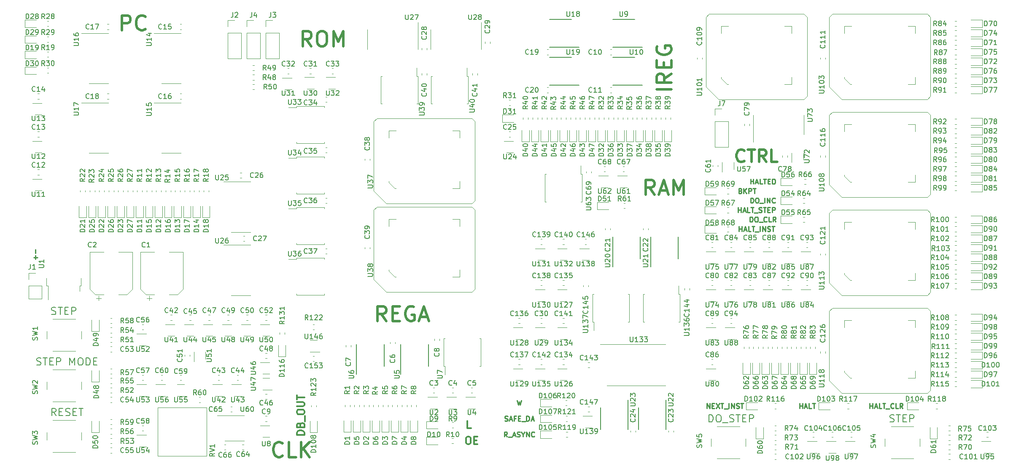
<source format=gbr>
G04 #@! TF.GenerationSoftware,KiCad,Pcbnew,(5.1.5)-3*
G04 #@! TF.CreationDate,2020-06-15T09:36:13+02:00*
G04 #@! TF.ProjectId,StateMachineTest,53746174-654d-4616-9368-696e65546573,rev?*
G04 #@! TF.SameCoordinates,Original*
G04 #@! TF.FileFunction,Legend,Top*
G04 #@! TF.FilePolarity,Positive*
%FSLAX46Y46*%
G04 Gerber Fmt 4.6, Leading zero omitted, Abs format (unit mm)*
G04 Created by KiCad (PCBNEW (5.1.5)-3) date 2020-06-15 09:36:13*
%MOMM*%
%LPD*%
G04 APERTURE LIST*
%ADD10C,0.500000*%
%ADD11C,0.300000*%
%ADD12C,0.250000*%
%ADD13C,0.150000*%
%ADD14C,0.120000*%
G04 APERTURE END LIST*
D10*
X114260714Y-122642142D02*
X113260714Y-121213571D01*
X112546428Y-122642142D02*
X112546428Y-119642142D01*
X113689285Y-119642142D01*
X113975000Y-119785000D01*
X114117857Y-119927857D01*
X114260714Y-120213571D01*
X114260714Y-120642142D01*
X114117857Y-120927857D01*
X113975000Y-121070714D01*
X113689285Y-121213571D01*
X112546428Y-121213571D01*
X115546428Y-121070714D02*
X116546428Y-121070714D01*
X116975000Y-122642142D02*
X115546428Y-122642142D01*
X115546428Y-119642142D01*
X116975000Y-119642142D01*
X119832142Y-119785000D02*
X119546428Y-119642142D01*
X119117857Y-119642142D01*
X118689285Y-119785000D01*
X118403571Y-120070714D01*
X118260714Y-120356428D01*
X118117857Y-120927857D01*
X118117857Y-121356428D01*
X118260714Y-121927857D01*
X118403571Y-122213571D01*
X118689285Y-122499285D01*
X119117857Y-122642142D01*
X119403571Y-122642142D01*
X119832142Y-122499285D01*
X119975000Y-122356428D01*
X119975000Y-121356428D01*
X119403571Y-121356428D01*
X121117857Y-121785000D02*
X122546428Y-121785000D01*
X120832142Y-122642142D02*
X121832142Y-119642142D01*
X122832142Y-122642142D01*
X171537142Y-76112142D02*
X168537142Y-76112142D01*
X171537142Y-72969285D02*
X170108571Y-73969285D01*
X171537142Y-74683571D02*
X168537142Y-74683571D01*
X168537142Y-73540714D01*
X168680000Y-73255000D01*
X168822857Y-73112142D01*
X169108571Y-72969285D01*
X169537142Y-72969285D01*
X169822857Y-73112142D01*
X169965714Y-73255000D01*
X170108571Y-73540714D01*
X170108571Y-74683571D01*
X169965714Y-71683571D02*
X169965714Y-70683571D01*
X171537142Y-70255000D02*
X171537142Y-71683571D01*
X168537142Y-71683571D01*
X168537142Y-70255000D01*
X168680000Y-67397857D02*
X168537142Y-67683571D01*
X168537142Y-68112142D01*
X168680000Y-68540714D01*
X168965714Y-68826428D01*
X169251428Y-68969285D01*
X169822857Y-69112142D01*
X170251428Y-69112142D01*
X170822857Y-68969285D01*
X171108571Y-68826428D01*
X171394285Y-68540714D01*
X171537142Y-68112142D01*
X171537142Y-67826428D01*
X171394285Y-67397857D01*
X171251428Y-67255000D01*
X170251428Y-67255000D01*
X170251428Y-67826428D01*
X99242857Y-67397142D02*
X98242857Y-65968571D01*
X97528571Y-67397142D02*
X97528571Y-64397142D01*
X98671428Y-64397142D01*
X98957142Y-64540000D01*
X99100000Y-64682857D01*
X99242857Y-64968571D01*
X99242857Y-65397142D01*
X99100000Y-65682857D01*
X98957142Y-65825714D01*
X98671428Y-65968571D01*
X97528571Y-65968571D01*
X101100000Y-64397142D02*
X101671428Y-64397142D01*
X101957142Y-64540000D01*
X102242857Y-64825714D01*
X102385714Y-65397142D01*
X102385714Y-66397142D01*
X102242857Y-66968571D01*
X101957142Y-67254285D01*
X101671428Y-67397142D01*
X101100000Y-67397142D01*
X100814285Y-67254285D01*
X100528571Y-66968571D01*
X100385714Y-66397142D01*
X100385714Y-65397142D01*
X100528571Y-64825714D01*
X100814285Y-64540000D01*
X101100000Y-64397142D01*
X103671428Y-67397142D02*
X103671428Y-64397142D01*
X104671428Y-66540000D01*
X105671428Y-64397142D01*
X105671428Y-67397142D01*
X61214285Y-64222142D02*
X61214285Y-61222142D01*
X62357142Y-61222142D01*
X62642857Y-61365000D01*
X62785714Y-61507857D01*
X62928571Y-61793571D01*
X62928571Y-62222142D01*
X62785714Y-62507857D01*
X62642857Y-62650714D01*
X62357142Y-62793571D01*
X61214285Y-62793571D01*
X65928571Y-63936428D02*
X65785714Y-64079285D01*
X65357142Y-64222142D01*
X65071428Y-64222142D01*
X64642857Y-64079285D01*
X64357142Y-63793571D01*
X64214285Y-63507857D01*
X64071428Y-62936428D01*
X64071428Y-62507857D01*
X64214285Y-61936428D01*
X64357142Y-61650714D01*
X64642857Y-61365000D01*
X65071428Y-61222142D01*
X65357142Y-61222142D01*
X65785714Y-61365000D01*
X65928571Y-61507857D01*
X93464285Y-149661428D02*
X93321428Y-149804285D01*
X92892857Y-149947142D01*
X92607142Y-149947142D01*
X92178571Y-149804285D01*
X91892857Y-149518571D01*
X91750000Y-149232857D01*
X91607142Y-148661428D01*
X91607142Y-148232857D01*
X91750000Y-147661428D01*
X91892857Y-147375714D01*
X92178571Y-147090000D01*
X92607142Y-146947142D01*
X92892857Y-146947142D01*
X93321428Y-147090000D01*
X93464285Y-147232857D01*
X96178571Y-149947142D02*
X94750000Y-149947142D01*
X94750000Y-146947142D01*
X97178571Y-149947142D02*
X97178571Y-146947142D01*
X98892857Y-149947142D02*
X97607142Y-148232857D01*
X98892857Y-146947142D02*
X97178571Y-148661428D01*
X186154523Y-90427857D02*
X186035476Y-90546904D01*
X185678333Y-90665952D01*
X185440238Y-90665952D01*
X185083095Y-90546904D01*
X184845000Y-90308809D01*
X184725952Y-90070714D01*
X184606904Y-89594523D01*
X184606904Y-89237380D01*
X184725952Y-88761190D01*
X184845000Y-88523095D01*
X185083095Y-88285000D01*
X185440238Y-88165952D01*
X185678333Y-88165952D01*
X186035476Y-88285000D01*
X186154523Y-88404047D01*
X186868809Y-88165952D02*
X188297380Y-88165952D01*
X187583095Y-90665952D02*
X187583095Y-88165952D01*
X190559285Y-90665952D02*
X189725952Y-89475476D01*
X189130714Y-90665952D02*
X189130714Y-88165952D01*
X190083095Y-88165952D01*
X190321190Y-88285000D01*
X190440238Y-88404047D01*
X190559285Y-88642142D01*
X190559285Y-88999285D01*
X190440238Y-89237380D01*
X190321190Y-89356428D01*
X190083095Y-89475476D01*
X189130714Y-89475476D01*
X192821190Y-90665952D02*
X191630714Y-90665952D01*
X191630714Y-88165952D01*
X168108571Y-97242142D02*
X167108571Y-95813571D01*
X166394285Y-97242142D02*
X166394285Y-94242142D01*
X167537142Y-94242142D01*
X167822857Y-94385000D01*
X167965714Y-94527857D01*
X168108571Y-94813571D01*
X168108571Y-95242142D01*
X167965714Y-95527857D01*
X167822857Y-95670714D01*
X167537142Y-95813571D01*
X166394285Y-95813571D01*
X169251428Y-96385000D02*
X170680000Y-96385000D01*
X168965714Y-97242142D02*
X169965714Y-94242142D01*
X170965714Y-97242142D01*
X171965714Y-97242142D02*
X171965714Y-94242142D01*
X172965714Y-96385000D01*
X173965714Y-94242142D01*
X173965714Y-97242142D01*
D11*
X97833571Y-145462142D02*
X96333571Y-145462142D01*
X96333571Y-145105000D01*
X96405000Y-144890714D01*
X96547857Y-144747857D01*
X96690714Y-144676428D01*
X96976428Y-144605000D01*
X97190714Y-144605000D01*
X97476428Y-144676428D01*
X97619285Y-144747857D01*
X97762142Y-144890714D01*
X97833571Y-145105000D01*
X97833571Y-145462142D01*
X97047857Y-143462142D02*
X97119285Y-143247857D01*
X97190714Y-143176428D01*
X97333571Y-143105000D01*
X97547857Y-143105000D01*
X97690714Y-143176428D01*
X97762142Y-143247857D01*
X97833571Y-143390714D01*
X97833571Y-143962142D01*
X96333571Y-143962142D01*
X96333571Y-143462142D01*
X96405000Y-143319285D01*
X96476428Y-143247857D01*
X96619285Y-143176428D01*
X96762142Y-143176428D01*
X96905000Y-143247857D01*
X96976428Y-143319285D01*
X97047857Y-143462142D01*
X97047857Y-143962142D01*
X97976428Y-142819285D02*
X97976428Y-141676428D01*
X96333571Y-141033571D02*
X96333571Y-140747857D01*
X96405000Y-140605000D01*
X96547857Y-140462142D01*
X96833571Y-140390714D01*
X97333571Y-140390714D01*
X97619285Y-140462142D01*
X97762142Y-140605000D01*
X97833571Y-140747857D01*
X97833571Y-141033571D01*
X97762142Y-141176428D01*
X97619285Y-141319285D01*
X97333571Y-141390714D01*
X96833571Y-141390714D01*
X96547857Y-141319285D01*
X96405000Y-141176428D01*
X96333571Y-141033571D01*
X96333571Y-139747857D02*
X97547857Y-139747857D01*
X97690714Y-139676428D01*
X97762142Y-139605000D01*
X97833571Y-139462142D01*
X97833571Y-139176428D01*
X97762142Y-139033571D01*
X97690714Y-138962142D01*
X97547857Y-138890714D01*
X96333571Y-138890714D01*
X96333571Y-138390714D02*
X96333571Y-137533571D01*
X97833571Y-137962142D02*
X96333571Y-137962142D01*
D12*
X211344285Y-140152380D02*
X211344285Y-139152380D01*
X211344285Y-139628571D02*
X211915714Y-139628571D01*
X211915714Y-140152380D02*
X211915714Y-139152380D01*
X212344285Y-139866666D02*
X212820476Y-139866666D01*
X212249047Y-140152380D02*
X212582380Y-139152380D01*
X212915714Y-140152380D01*
X213725238Y-140152380D02*
X213249047Y-140152380D01*
X213249047Y-139152380D01*
X213915714Y-139152380D02*
X214487142Y-139152380D01*
X214201428Y-140152380D02*
X214201428Y-139152380D01*
X214582380Y-140247619D02*
X215344285Y-140247619D01*
X216153809Y-140057142D02*
X216106190Y-140104761D01*
X215963333Y-140152380D01*
X215868095Y-140152380D01*
X215725238Y-140104761D01*
X215630000Y-140009523D01*
X215582380Y-139914285D01*
X215534761Y-139723809D01*
X215534761Y-139580952D01*
X215582380Y-139390476D01*
X215630000Y-139295238D01*
X215725238Y-139200000D01*
X215868095Y-139152380D01*
X215963333Y-139152380D01*
X216106190Y-139200000D01*
X216153809Y-139247619D01*
X217058571Y-140152380D02*
X216582380Y-140152380D01*
X216582380Y-139152380D01*
X217963333Y-140152380D02*
X217630000Y-139676190D01*
X217391904Y-140152380D02*
X217391904Y-139152380D01*
X217772857Y-139152380D01*
X217868095Y-139200000D01*
X217915714Y-139247619D01*
X217963333Y-139342857D01*
X217963333Y-139485714D01*
X217915714Y-139580952D01*
X217868095Y-139628571D01*
X217772857Y-139676190D01*
X217391904Y-139676190D01*
X197255000Y-140152380D02*
X197255000Y-139152380D01*
X197255000Y-139628571D02*
X197826428Y-139628571D01*
X197826428Y-140152380D02*
X197826428Y-139152380D01*
X198255000Y-139866666D02*
X198731190Y-139866666D01*
X198159761Y-140152380D02*
X198493095Y-139152380D01*
X198826428Y-140152380D01*
X199635952Y-140152380D02*
X199159761Y-140152380D01*
X199159761Y-139152380D01*
X199826428Y-139152380D02*
X200397857Y-139152380D01*
X200112142Y-140152380D02*
X200112142Y-139152380D01*
X178649761Y-140152380D02*
X178649761Y-139152380D01*
X179221190Y-140152380D01*
X179221190Y-139152380D01*
X179697380Y-139628571D02*
X180030714Y-139628571D01*
X180173571Y-140152380D02*
X179697380Y-140152380D01*
X179697380Y-139152380D01*
X180173571Y-139152380D01*
X180506904Y-139152380D02*
X181173571Y-140152380D01*
X181173571Y-139152380D02*
X180506904Y-140152380D01*
X181411666Y-139152380D02*
X181983095Y-139152380D01*
X181697380Y-140152380D02*
X181697380Y-139152380D01*
X182078333Y-140247619D02*
X182840238Y-140247619D01*
X183078333Y-140152380D02*
X183078333Y-139152380D01*
X183554523Y-140152380D02*
X183554523Y-139152380D01*
X184125952Y-140152380D01*
X184125952Y-139152380D01*
X184554523Y-140104761D02*
X184697380Y-140152380D01*
X184935476Y-140152380D01*
X185030714Y-140104761D01*
X185078333Y-140057142D01*
X185125952Y-139961904D01*
X185125952Y-139866666D01*
X185078333Y-139771428D01*
X185030714Y-139723809D01*
X184935476Y-139676190D01*
X184745000Y-139628571D01*
X184649761Y-139580952D01*
X184602142Y-139533333D01*
X184554523Y-139438095D01*
X184554523Y-139342857D01*
X184602142Y-139247619D01*
X184649761Y-139200000D01*
X184745000Y-139152380D01*
X184983095Y-139152380D01*
X185125952Y-139200000D01*
X185411666Y-139152380D02*
X185983095Y-139152380D01*
X185697380Y-140152380D02*
X185697380Y-139152380D01*
D11*
X130623571Y-145863571D02*
X130909285Y-145863571D01*
X131052142Y-145935000D01*
X131195000Y-146077857D01*
X131266428Y-146363571D01*
X131266428Y-146863571D01*
X131195000Y-147149285D01*
X131052142Y-147292142D01*
X130909285Y-147363571D01*
X130623571Y-147363571D01*
X130480714Y-147292142D01*
X130337857Y-147149285D01*
X130266428Y-146863571D01*
X130266428Y-146363571D01*
X130337857Y-146077857D01*
X130480714Y-145935000D01*
X130623571Y-145863571D01*
X131909285Y-146577857D02*
X132409285Y-146577857D01*
X132623571Y-147363571D02*
X131909285Y-147363571D01*
X131909285Y-145863571D01*
X132623571Y-145863571D01*
X131274285Y-144188571D02*
X130560000Y-144188571D01*
X130560000Y-142688571D01*
D12*
X140541428Y-138517380D02*
X140779523Y-139517380D01*
X140970000Y-138803095D01*
X141160476Y-139517380D01*
X141398571Y-138517380D01*
X138065238Y-142644761D02*
X138208095Y-142692380D01*
X138446190Y-142692380D01*
X138541428Y-142644761D01*
X138589047Y-142597142D01*
X138636666Y-142501904D01*
X138636666Y-142406666D01*
X138589047Y-142311428D01*
X138541428Y-142263809D01*
X138446190Y-142216190D01*
X138255714Y-142168571D01*
X138160476Y-142120952D01*
X138112857Y-142073333D01*
X138065238Y-141978095D01*
X138065238Y-141882857D01*
X138112857Y-141787619D01*
X138160476Y-141740000D01*
X138255714Y-141692380D01*
X138493809Y-141692380D01*
X138636666Y-141740000D01*
X139017619Y-142406666D02*
X139493809Y-142406666D01*
X138922380Y-142692380D02*
X139255714Y-141692380D01*
X139589047Y-142692380D01*
X140255714Y-142168571D02*
X139922380Y-142168571D01*
X139922380Y-142692380D02*
X139922380Y-141692380D01*
X140398571Y-141692380D01*
X140779523Y-142168571D02*
X141112857Y-142168571D01*
X141255714Y-142692380D02*
X140779523Y-142692380D01*
X140779523Y-141692380D01*
X141255714Y-141692380D01*
X141446190Y-142787619D02*
X142208095Y-142787619D01*
X142446190Y-142692380D02*
X142446190Y-141692380D01*
X142684285Y-141692380D01*
X142827142Y-141740000D01*
X142922380Y-141835238D01*
X142970000Y-141930476D01*
X143017619Y-142120952D01*
X143017619Y-142263809D01*
X142970000Y-142454285D01*
X142922380Y-142549523D01*
X142827142Y-142644761D01*
X142684285Y-142692380D01*
X142446190Y-142692380D01*
X143398571Y-142406666D02*
X143874761Y-142406666D01*
X143303333Y-142692380D02*
X143636666Y-141692380D01*
X143970000Y-142692380D01*
X138541428Y-145867380D02*
X138208095Y-145391190D01*
X137970000Y-145867380D02*
X137970000Y-144867380D01*
X138350952Y-144867380D01*
X138446190Y-144915000D01*
X138493809Y-144962619D01*
X138541428Y-145057857D01*
X138541428Y-145200714D01*
X138493809Y-145295952D01*
X138446190Y-145343571D01*
X138350952Y-145391190D01*
X137970000Y-145391190D01*
X138731904Y-145962619D02*
X139493809Y-145962619D01*
X139684285Y-145581666D02*
X140160476Y-145581666D01*
X139589047Y-145867380D02*
X139922380Y-144867380D01*
X140255714Y-145867380D01*
X140541428Y-145819761D02*
X140684285Y-145867380D01*
X140922380Y-145867380D01*
X141017619Y-145819761D01*
X141065238Y-145772142D01*
X141112857Y-145676904D01*
X141112857Y-145581666D01*
X141065238Y-145486428D01*
X141017619Y-145438809D01*
X140922380Y-145391190D01*
X140731904Y-145343571D01*
X140636666Y-145295952D01*
X140589047Y-145248333D01*
X140541428Y-145153095D01*
X140541428Y-145057857D01*
X140589047Y-144962619D01*
X140636666Y-144915000D01*
X140731904Y-144867380D01*
X140970000Y-144867380D01*
X141112857Y-144915000D01*
X141731904Y-145391190D02*
X141731904Y-145867380D01*
X141398571Y-144867380D02*
X141731904Y-145391190D01*
X142065238Y-144867380D01*
X142398571Y-145867380D02*
X142398571Y-144867380D01*
X142970000Y-145867380D01*
X142970000Y-144867380D01*
X144017619Y-145772142D02*
X143970000Y-145819761D01*
X143827142Y-145867380D01*
X143731904Y-145867380D01*
X143589047Y-145819761D01*
X143493809Y-145724523D01*
X143446190Y-145629285D01*
X143398571Y-145438809D01*
X143398571Y-145295952D01*
X143446190Y-145105476D01*
X143493809Y-145010238D01*
X143589047Y-144915000D01*
X143731904Y-144867380D01*
X143827142Y-144867380D01*
X143970000Y-144915000D01*
X144017619Y-144962619D01*
D13*
X215376428Y-142847142D02*
X215590714Y-142918571D01*
X215947857Y-142918571D01*
X216090714Y-142847142D01*
X216162142Y-142775714D01*
X216233571Y-142632857D01*
X216233571Y-142490000D01*
X216162142Y-142347142D01*
X216090714Y-142275714D01*
X215947857Y-142204285D01*
X215662142Y-142132857D01*
X215519285Y-142061428D01*
X215447857Y-141990000D01*
X215376428Y-141847142D01*
X215376428Y-141704285D01*
X215447857Y-141561428D01*
X215519285Y-141490000D01*
X215662142Y-141418571D01*
X216019285Y-141418571D01*
X216233571Y-141490000D01*
X216662142Y-141418571D02*
X217519285Y-141418571D01*
X217090714Y-142918571D02*
X217090714Y-141418571D01*
X218019285Y-142132857D02*
X218519285Y-142132857D01*
X218733571Y-142918571D02*
X218019285Y-142918571D01*
X218019285Y-141418571D01*
X218733571Y-141418571D01*
X219376428Y-142918571D02*
X219376428Y-141418571D01*
X219947857Y-141418571D01*
X220090714Y-141490000D01*
X220162142Y-141561428D01*
X220233571Y-141704285D01*
X220233571Y-141918571D01*
X220162142Y-142061428D01*
X220090714Y-142132857D01*
X219947857Y-142204285D01*
X219376428Y-142204285D01*
X179050714Y-142918571D02*
X179050714Y-141418571D01*
X179407857Y-141418571D01*
X179622142Y-141490000D01*
X179765000Y-141632857D01*
X179836428Y-141775714D01*
X179907857Y-142061428D01*
X179907857Y-142275714D01*
X179836428Y-142561428D01*
X179765000Y-142704285D01*
X179622142Y-142847142D01*
X179407857Y-142918571D01*
X179050714Y-142918571D01*
X180836428Y-141418571D02*
X181122142Y-141418571D01*
X181265000Y-141490000D01*
X181407857Y-141632857D01*
X181479285Y-141918571D01*
X181479285Y-142418571D01*
X181407857Y-142704285D01*
X181265000Y-142847142D01*
X181122142Y-142918571D01*
X180836428Y-142918571D01*
X180693571Y-142847142D01*
X180550714Y-142704285D01*
X180479285Y-142418571D01*
X180479285Y-141918571D01*
X180550714Y-141632857D01*
X180693571Y-141490000D01*
X180836428Y-141418571D01*
X181765000Y-143061428D02*
X182907857Y-143061428D01*
X183193571Y-142847142D02*
X183407857Y-142918571D01*
X183765000Y-142918571D01*
X183907857Y-142847142D01*
X183979285Y-142775714D01*
X184050714Y-142632857D01*
X184050714Y-142490000D01*
X183979285Y-142347142D01*
X183907857Y-142275714D01*
X183765000Y-142204285D01*
X183479285Y-142132857D01*
X183336428Y-142061428D01*
X183265000Y-141990000D01*
X183193571Y-141847142D01*
X183193571Y-141704285D01*
X183265000Y-141561428D01*
X183336428Y-141490000D01*
X183479285Y-141418571D01*
X183836428Y-141418571D01*
X184050714Y-141490000D01*
X184479285Y-141418571D02*
X185336428Y-141418571D01*
X184907857Y-142918571D02*
X184907857Y-141418571D01*
X185836428Y-142132857D02*
X186336428Y-142132857D01*
X186550714Y-142918571D02*
X185836428Y-142918571D01*
X185836428Y-141418571D01*
X186550714Y-141418571D01*
X187193571Y-142918571D02*
X187193571Y-141418571D01*
X187765000Y-141418571D01*
X187907857Y-141490000D01*
X187979285Y-141561428D01*
X188050714Y-141704285D01*
X188050714Y-141918571D01*
X187979285Y-142061428D01*
X187907857Y-142132857D01*
X187765000Y-142204285D01*
X187193571Y-142204285D01*
D12*
X187293571Y-102687380D02*
X187293571Y-101687380D01*
X187531666Y-101687380D01*
X187674523Y-101735000D01*
X187769761Y-101830238D01*
X187817380Y-101925476D01*
X187865000Y-102115952D01*
X187865000Y-102258809D01*
X187817380Y-102449285D01*
X187769761Y-102544523D01*
X187674523Y-102639761D01*
X187531666Y-102687380D01*
X187293571Y-102687380D01*
X188484047Y-101687380D02*
X188674523Y-101687380D01*
X188769761Y-101735000D01*
X188865000Y-101830238D01*
X188912619Y-102020714D01*
X188912619Y-102354047D01*
X188865000Y-102544523D01*
X188769761Y-102639761D01*
X188674523Y-102687380D01*
X188484047Y-102687380D01*
X188388809Y-102639761D01*
X188293571Y-102544523D01*
X188245952Y-102354047D01*
X188245952Y-102020714D01*
X188293571Y-101830238D01*
X188388809Y-101735000D01*
X188484047Y-101687380D01*
X189103095Y-102782619D02*
X189865000Y-102782619D01*
X190674523Y-102592142D02*
X190626904Y-102639761D01*
X190484047Y-102687380D01*
X190388809Y-102687380D01*
X190245952Y-102639761D01*
X190150714Y-102544523D01*
X190103095Y-102449285D01*
X190055476Y-102258809D01*
X190055476Y-102115952D01*
X190103095Y-101925476D01*
X190150714Y-101830238D01*
X190245952Y-101735000D01*
X190388809Y-101687380D01*
X190484047Y-101687380D01*
X190626904Y-101735000D01*
X190674523Y-101782619D01*
X191579285Y-102687380D02*
X191103095Y-102687380D01*
X191103095Y-101687380D01*
X192484047Y-102687380D02*
X192150714Y-102211190D01*
X191912619Y-102687380D02*
X191912619Y-101687380D01*
X192293571Y-101687380D01*
X192388809Y-101735000D01*
X192436428Y-101782619D01*
X192484047Y-101877857D01*
X192484047Y-102020714D01*
X192436428Y-102115952D01*
X192388809Y-102163571D01*
X192293571Y-102211190D01*
X191912619Y-102211190D01*
X187436428Y-98877380D02*
X187436428Y-97877380D01*
X187674523Y-97877380D01*
X187817380Y-97925000D01*
X187912619Y-98020238D01*
X187960238Y-98115476D01*
X188007857Y-98305952D01*
X188007857Y-98448809D01*
X187960238Y-98639285D01*
X187912619Y-98734523D01*
X187817380Y-98829761D01*
X187674523Y-98877380D01*
X187436428Y-98877380D01*
X188626904Y-97877380D02*
X188817380Y-97877380D01*
X188912619Y-97925000D01*
X189007857Y-98020238D01*
X189055476Y-98210714D01*
X189055476Y-98544047D01*
X189007857Y-98734523D01*
X188912619Y-98829761D01*
X188817380Y-98877380D01*
X188626904Y-98877380D01*
X188531666Y-98829761D01*
X188436428Y-98734523D01*
X188388809Y-98544047D01*
X188388809Y-98210714D01*
X188436428Y-98020238D01*
X188531666Y-97925000D01*
X188626904Y-97877380D01*
X189245952Y-98972619D02*
X190007857Y-98972619D01*
X190245952Y-98877380D02*
X190245952Y-97877380D01*
X190722142Y-98877380D02*
X190722142Y-97877380D01*
X191293571Y-98877380D01*
X191293571Y-97877380D01*
X192341190Y-98782142D02*
X192293571Y-98829761D01*
X192150714Y-98877380D01*
X192055476Y-98877380D01*
X191912619Y-98829761D01*
X191817380Y-98734523D01*
X191769761Y-98639285D01*
X191722142Y-98448809D01*
X191722142Y-98305952D01*
X191769761Y-98115476D01*
X191817380Y-98020238D01*
X191912619Y-97925000D01*
X192055476Y-97877380D01*
X192150714Y-97877380D01*
X192293571Y-97925000D01*
X192341190Y-97972619D01*
X187412619Y-95067380D02*
X187412619Y-94067380D01*
X187412619Y-94543571D02*
X187984047Y-94543571D01*
X187984047Y-95067380D02*
X187984047Y-94067380D01*
X188412619Y-94781666D02*
X188888809Y-94781666D01*
X188317380Y-95067380D02*
X188650714Y-94067380D01*
X188984047Y-95067380D01*
X189793571Y-95067380D02*
X189317380Y-95067380D01*
X189317380Y-94067380D01*
X189984047Y-94067380D02*
X190555476Y-94067380D01*
X190269761Y-95067380D02*
X190269761Y-94067380D01*
X190888809Y-94543571D02*
X191222142Y-94543571D01*
X191365000Y-95067380D02*
X190888809Y-95067380D01*
X190888809Y-94067380D01*
X191365000Y-94067380D01*
X191793571Y-95067380D02*
X191793571Y-94067380D01*
X192031666Y-94067380D01*
X192174523Y-94115000D01*
X192269761Y-94210238D01*
X192317380Y-94305476D01*
X192365000Y-94495952D01*
X192365000Y-94638809D01*
X192317380Y-94829285D01*
X192269761Y-94924523D01*
X192174523Y-95019761D01*
X192031666Y-95067380D01*
X191793571Y-95067380D01*
X185380476Y-96448571D02*
X185523333Y-96496190D01*
X185570952Y-96543809D01*
X185618571Y-96639047D01*
X185618571Y-96781904D01*
X185570952Y-96877142D01*
X185523333Y-96924761D01*
X185428095Y-96972380D01*
X185047142Y-96972380D01*
X185047142Y-95972380D01*
X185380476Y-95972380D01*
X185475714Y-96020000D01*
X185523333Y-96067619D01*
X185570952Y-96162857D01*
X185570952Y-96258095D01*
X185523333Y-96353333D01*
X185475714Y-96400952D01*
X185380476Y-96448571D01*
X185047142Y-96448571D01*
X186047142Y-96972380D02*
X186047142Y-95972380D01*
X186618571Y-96972380D02*
X186190000Y-96400952D01*
X186618571Y-95972380D02*
X186047142Y-96543809D01*
X187047142Y-96972380D02*
X187047142Y-95972380D01*
X187428095Y-95972380D01*
X187523333Y-96020000D01*
X187570952Y-96067619D01*
X187618571Y-96162857D01*
X187618571Y-96305714D01*
X187570952Y-96400952D01*
X187523333Y-96448571D01*
X187428095Y-96496190D01*
X187047142Y-96496190D01*
X187904285Y-95972380D02*
X188475714Y-95972380D01*
X188190000Y-96972380D02*
X188190000Y-95972380D01*
X184904523Y-100782380D02*
X184904523Y-99782380D01*
X184904523Y-100258571D02*
X185475952Y-100258571D01*
X185475952Y-100782380D02*
X185475952Y-99782380D01*
X185904523Y-100496666D02*
X186380714Y-100496666D01*
X185809285Y-100782380D02*
X186142619Y-99782380D01*
X186475952Y-100782380D01*
X187285476Y-100782380D02*
X186809285Y-100782380D01*
X186809285Y-99782380D01*
X187475952Y-99782380D02*
X188047380Y-99782380D01*
X187761666Y-100782380D02*
X187761666Y-99782380D01*
X188142619Y-100877619D02*
X188904523Y-100877619D01*
X189095000Y-100734761D02*
X189237857Y-100782380D01*
X189475952Y-100782380D01*
X189571190Y-100734761D01*
X189618809Y-100687142D01*
X189666428Y-100591904D01*
X189666428Y-100496666D01*
X189618809Y-100401428D01*
X189571190Y-100353809D01*
X189475952Y-100306190D01*
X189285476Y-100258571D01*
X189190238Y-100210952D01*
X189142619Y-100163333D01*
X189095000Y-100068095D01*
X189095000Y-99972857D01*
X189142619Y-99877619D01*
X189190238Y-99830000D01*
X189285476Y-99782380D01*
X189523571Y-99782380D01*
X189666428Y-99830000D01*
X189952142Y-99782380D02*
X190523571Y-99782380D01*
X190237857Y-100782380D02*
X190237857Y-99782380D01*
X190856904Y-100258571D02*
X191190238Y-100258571D01*
X191333095Y-100782380D02*
X190856904Y-100782380D01*
X190856904Y-99782380D01*
X191333095Y-99782380D01*
X191761666Y-100782380D02*
X191761666Y-99782380D01*
X192142619Y-99782380D01*
X192237857Y-99830000D01*
X192285476Y-99877619D01*
X192333095Y-99972857D01*
X192333095Y-100115714D01*
X192285476Y-100210952D01*
X192237857Y-100258571D01*
X192142619Y-100306190D01*
X191761666Y-100306190D01*
X185095000Y-104592380D02*
X185095000Y-103592380D01*
X185095000Y-104068571D02*
X185666428Y-104068571D01*
X185666428Y-104592380D02*
X185666428Y-103592380D01*
X186095000Y-104306666D02*
X186571190Y-104306666D01*
X185999761Y-104592380D02*
X186333095Y-103592380D01*
X186666428Y-104592380D01*
X187475952Y-104592380D02*
X186999761Y-104592380D01*
X186999761Y-103592380D01*
X187666428Y-103592380D02*
X188237857Y-103592380D01*
X187952142Y-104592380D02*
X187952142Y-103592380D01*
X188333095Y-104687619D02*
X189095000Y-104687619D01*
X189333095Y-104592380D02*
X189333095Y-103592380D01*
X189809285Y-104592380D02*
X189809285Y-103592380D01*
X190380714Y-104592380D01*
X190380714Y-103592380D01*
X190809285Y-104544761D02*
X190952142Y-104592380D01*
X191190238Y-104592380D01*
X191285476Y-104544761D01*
X191333095Y-104497142D01*
X191380714Y-104401904D01*
X191380714Y-104306666D01*
X191333095Y-104211428D01*
X191285476Y-104163809D01*
X191190238Y-104116190D01*
X190999761Y-104068571D01*
X190904523Y-104020952D01*
X190856904Y-103973333D01*
X190809285Y-103878095D01*
X190809285Y-103782857D01*
X190856904Y-103687619D01*
X190904523Y-103640000D01*
X190999761Y-103592380D01*
X191237857Y-103592380D01*
X191380714Y-103640000D01*
X191666428Y-103592380D02*
X192237857Y-103592380D01*
X191952142Y-104592380D02*
X191952142Y-103592380D01*
X43886428Y-110220000D02*
X43886428Y-109458095D01*
X44267380Y-109839047D02*
X43505476Y-109839047D01*
X43886428Y-108981904D02*
X43886428Y-108220000D01*
D13*
X47986428Y-141648571D02*
X47486428Y-140934285D01*
X47129285Y-141648571D02*
X47129285Y-140148571D01*
X47700714Y-140148571D01*
X47843571Y-140220000D01*
X47915000Y-140291428D01*
X47986428Y-140434285D01*
X47986428Y-140648571D01*
X47915000Y-140791428D01*
X47843571Y-140862857D01*
X47700714Y-140934285D01*
X47129285Y-140934285D01*
X48629285Y-140862857D02*
X49129285Y-140862857D01*
X49343571Y-141648571D02*
X48629285Y-141648571D01*
X48629285Y-140148571D01*
X49343571Y-140148571D01*
X49915000Y-141577142D02*
X50129285Y-141648571D01*
X50486428Y-141648571D01*
X50629285Y-141577142D01*
X50700714Y-141505714D01*
X50772142Y-141362857D01*
X50772142Y-141220000D01*
X50700714Y-141077142D01*
X50629285Y-141005714D01*
X50486428Y-140934285D01*
X50200714Y-140862857D01*
X50057857Y-140791428D01*
X49986428Y-140720000D01*
X49915000Y-140577142D01*
X49915000Y-140434285D01*
X49986428Y-140291428D01*
X50057857Y-140220000D01*
X50200714Y-140148571D01*
X50557857Y-140148571D01*
X50772142Y-140220000D01*
X51415000Y-140862857D02*
X51915000Y-140862857D01*
X52129285Y-141648571D02*
X51415000Y-141648571D01*
X51415000Y-140148571D01*
X52129285Y-140148571D01*
X52557857Y-140148571D02*
X53415000Y-140148571D01*
X52986428Y-141648571D02*
X52986428Y-140148571D01*
X44093571Y-131417142D02*
X44307857Y-131488571D01*
X44665000Y-131488571D01*
X44807857Y-131417142D01*
X44879285Y-131345714D01*
X44950714Y-131202857D01*
X44950714Y-131060000D01*
X44879285Y-130917142D01*
X44807857Y-130845714D01*
X44665000Y-130774285D01*
X44379285Y-130702857D01*
X44236428Y-130631428D01*
X44165000Y-130560000D01*
X44093571Y-130417142D01*
X44093571Y-130274285D01*
X44165000Y-130131428D01*
X44236428Y-130060000D01*
X44379285Y-129988571D01*
X44736428Y-129988571D01*
X44950714Y-130060000D01*
X45379285Y-129988571D02*
X46236428Y-129988571D01*
X45807857Y-131488571D02*
X45807857Y-129988571D01*
X46736428Y-130702857D02*
X47236428Y-130702857D01*
X47450714Y-131488571D02*
X46736428Y-131488571D01*
X46736428Y-129988571D01*
X47450714Y-129988571D01*
X48093571Y-131488571D02*
X48093571Y-129988571D01*
X48665000Y-129988571D01*
X48807857Y-130060000D01*
X48879285Y-130131428D01*
X48950714Y-130274285D01*
X48950714Y-130488571D01*
X48879285Y-130631428D01*
X48807857Y-130702857D01*
X48665000Y-130774285D01*
X48093571Y-130774285D01*
X50736428Y-131488571D02*
X50736428Y-129988571D01*
X51236428Y-131060000D01*
X51736428Y-129988571D01*
X51736428Y-131488571D01*
X52736428Y-129988571D02*
X53022142Y-129988571D01*
X53165000Y-130060000D01*
X53307857Y-130202857D01*
X53379285Y-130488571D01*
X53379285Y-130988571D01*
X53307857Y-131274285D01*
X53165000Y-131417142D01*
X53022142Y-131488571D01*
X52736428Y-131488571D01*
X52593571Y-131417142D01*
X52450714Y-131274285D01*
X52379285Y-130988571D01*
X52379285Y-130488571D01*
X52450714Y-130202857D01*
X52593571Y-130060000D01*
X52736428Y-129988571D01*
X54022142Y-131488571D02*
X54022142Y-129988571D01*
X54379285Y-129988571D01*
X54593571Y-130060000D01*
X54736428Y-130202857D01*
X54807857Y-130345714D01*
X54879285Y-130631428D01*
X54879285Y-130845714D01*
X54807857Y-131131428D01*
X54736428Y-131274285D01*
X54593571Y-131417142D01*
X54379285Y-131488571D01*
X54022142Y-131488571D01*
X55522142Y-130702857D02*
X56022142Y-130702857D01*
X56236428Y-131488571D02*
X55522142Y-131488571D01*
X55522142Y-129988571D01*
X56236428Y-129988571D01*
X47101428Y-121257142D02*
X47315714Y-121328571D01*
X47672857Y-121328571D01*
X47815714Y-121257142D01*
X47887142Y-121185714D01*
X47958571Y-121042857D01*
X47958571Y-120900000D01*
X47887142Y-120757142D01*
X47815714Y-120685714D01*
X47672857Y-120614285D01*
X47387142Y-120542857D01*
X47244285Y-120471428D01*
X47172857Y-120400000D01*
X47101428Y-120257142D01*
X47101428Y-120114285D01*
X47172857Y-119971428D01*
X47244285Y-119900000D01*
X47387142Y-119828571D01*
X47744285Y-119828571D01*
X47958571Y-119900000D01*
X48387142Y-119828571D02*
X49244285Y-119828571D01*
X48815714Y-121328571D02*
X48815714Y-119828571D01*
X49744285Y-120542857D02*
X50244285Y-120542857D01*
X50458571Y-121328571D02*
X49744285Y-121328571D01*
X49744285Y-119828571D01*
X50458571Y-119828571D01*
X51101428Y-121328571D02*
X51101428Y-119828571D01*
X51672857Y-119828571D01*
X51815714Y-119900000D01*
X51887142Y-119971428D01*
X51958571Y-120114285D01*
X51958571Y-120328571D01*
X51887142Y-120471428D01*
X51815714Y-120542857D01*
X51672857Y-120614285D01*
X51101428Y-120614285D01*
X108325000Y-133315000D02*
X108325000Y-127340000D01*
X113850000Y-131740000D02*
X113850000Y-127340000D01*
D14*
X131445000Y-99695000D02*
X112395000Y-99695000D01*
X132080000Y-116205000D02*
X132080000Y-100330000D01*
X114300000Y-116840000D02*
X131445000Y-116840000D01*
X111760000Y-100330000D02*
X111760000Y-114300000D01*
X114300000Y-116840000D02*
X111760000Y-114300000D01*
X112395000Y-99695000D02*
X111760000Y-100330000D01*
X132080000Y-100330000D02*
X131445000Y-99695000D01*
X131445000Y-116840000D02*
X132080000Y-116205000D01*
X115997218Y-113775000D02*
X116280000Y-113775000D01*
X114825000Y-112602782D02*
X115997218Y-113775000D01*
X114825000Y-112320000D02*
X114825000Y-112602782D01*
X129015000Y-102125000D02*
X127560000Y-102125000D01*
X129015000Y-103580000D02*
X129015000Y-102125000D01*
X129015000Y-113775000D02*
X127560000Y-113775000D01*
X129015000Y-112320000D02*
X129015000Y-113775000D01*
X114825000Y-102125000D02*
X116280000Y-102125000D01*
X114825000Y-103580000D02*
X114825000Y-102125000D01*
X184040000Y-92140000D02*
X184040000Y-90740000D01*
X181720000Y-90740000D02*
X181720000Y-92640000D01*
X180850000Y-91602779D02*
X180850000Y-91277221D01*
X179830000Y-91602779D02*
X179830000Y-91277221D01*
X144715000Y-126255000D02*
X146115000Y-126255000D01*
X146115000Y-123935000D02*
X144215000Y-123935000D01*
X145252221Y-123065000D02*
X145577779Y-123065000D01*
X145252221Y-122045000D02*
X145577779Y-122045000D01*
X180280000Y-79950000D02*
X181610000Y-79950000D01*
X180280000Y-81280000D02*
X180280000Y-79950000D01*
X180280000Y-82550000D02*
X182940000Y-82550000D01*
X182940000Y-82550000D02*
X182940000Y-87690000D01*
X180280000Y-82550000D02*
X180280000Y-87690000D01*
X180280000Y-87690000D02*
X182940000Y-87690000D01*
X133330000Y-66040000D02*
X133330000Y-62590000D01*
X133330000Y-66040000D02*
X133330000Y-67990000D01*
X123210000Y-66040000D02*
X123210000Y-64090000D01*
X123210000Y-66040000D02*
X123210000Y-67990000D01*
X120630000Y-66040000D02*
X120630000Y-62590000D01*
X120630000Y-66040000D02*
X120630000Y-67990000D01*
X110510000Y-66040000D02*
X110510000Y-64090000D01*
X110510000Y-66040000D02*
X110510000Y-67990000D01*
X85090000Y-107335000D02*
X81640000Y-107335000D01*
X85090000Y-107335000D02*
X87040000Y-107335000D01*
X85090000Y-117455000D02*
X83140000Y-117455000D01*
X85090000Y-117455000D02*
X87040000Y-117455000D01*
X85090000Y-94635000D02*
X81640000Y-94635000D01*
X85090000Y-94635000D02*
X87040000Y-94635000D01*
X85090000Y-104755000D02*
X83140000Y-104755000D01*
X85090000Y-104755000D02*
X87040000Y-104755000D01*
X86300000Y-62170000D02*
X87630000Y-62170000D01*
X86300000Y-63500000D02*
X86300000Y-62170000D01*
X86300000Y-64770000D02*
X88960000Y-64770000D01*
X88960000Y-64770000D02*
X88960000Y-69910000D01*
X86300000Y-64770000D02*
X86300000Y-69910000D01*
X86300000Y-69910000D02*
X88960000Y-69910000D01*
X135130000Y-66837779D02*
X135130000Y-66512221D01*
X134110000Y-66837779D02*
X134110000Y-66512221D01*
X122430000Y-68107779D02*
X122430000Y-67782221D01*
X121410000Y-68107779D02*
X121410000Y-67782221D01*
X85887779Y-105535000D02*
X85562221Y-105535000D01*
X85887779Y-106555000D02*
X85562221Y-106555000D01*
X85252779Y-92835000D02*
X84927221Y-92835000D01*
X85252779Y-93855000D02*
X84927221Y-93855000D01*
X90332779Y-137285000D02*
X90007221Y-137285000D01*
X90332779Y-138305000D02*
X90007221Y-138305000D01*
X93855000Y-125257779D02*
X93855000Y-124932221D01*
X92835000Y-125257779D02*
X92835000Y-124932221D01*
X94080000Y-129755000D02*
X94080000Y-127470000D01*
X92610000Y-129755000D02*
X94080000Y-129755000D01*
X92610000Y-127470000D02*
X92610000Y-129755000D01*
X187200000Y-83347779D02*
X187200000Y-83022221D01*
X186180000Y-83347779D02*
X186180000Y-83022221D01*
X64705000Y-147845000D02*
X66105000Y-147845000D01*
X66105000Y-145525000D02*
X64205000Y-145525000D01*
D13*
X162820000Y-138465000D02*
X162820000Y-144440000D01*
X157295000Y-140040000D02*
X157295000Y-144440000D01*
X170440000Y-138465000D02*
X170440000Y-144440000D01*
X164915000Y-140040000D02*
X164915000Y-144440000D01*
X167380000Y-111725000D02*
X167380000Y-105750000D01*
X172905000Y-110150000D02*
X172905000Y-105750000D01*
X159760000Y-111725000D02*
X159760000Y-105750000D01*
X165285000Y-110150000D02*
X165285000Y-105750000D01*
X153000000Y-75190000D02*
X147025000Y-75190000D01*
X151425000Y-69665000D02*
X147025000Y-69665000D01*
X153000000Y-67570000D02*
X147025000Y-67570000D01*
X151425000Y-62045000D02*
X147025000Y-62045000D01*
X165700000Y-75190000D02*
X159725000Y-75190000D01*
X164125000Y-69665000D02*
X159725000Y-69665000D01*
X165700000Y-67570000D02*
X159725000Y-67570000D01*
X164125000Y-62045000D02*
X159725000Y-62045000D01*
D14*
X163320000Y-144617221D02*
X163320000Y-144942779D01*
X164340000Y-144617221D02*
X164340000Y-144942779D01*
X170940000Y-144617221D02*
X170940000Y-144942779D01*
X171960000Y-144617221D02*
X171960000Y-144942779D01*
X166880000Y-104302779D02*
X166880000Y-103977221D01*
X165860000Y-104302779D02*
X165860000Y-103977221D01*
X159260000Y-104302779D02*
X159260000Y-103977221D01*
X158240000Y-104302779D02*
X158240000Y-103977221D01*
X146847779Y-75690000D02*
X146522221Y-75690000D01*
X146847779Y-76710000D02*
X146522221Y-76710000D01*
X146522221Y-69090000D02*
X146847779Y-69090000D01*
X146522221Y-68070000D02*
X146847779Y-68070000D01*
X159222221Y-76710000D02*
X159547779Y-76710000D01*
X159222221Y-75690000D02*
X159547779Y-75690000D01*
X159222221Y-69090000D02*
X159547779Y-69090000D01*
X159222221Y-68070000D02*
X159547779Y-68070000D01*
X89470000Y-145940000D02*
X90870000Y-145940000D01*
X90870000Y-143620000D02*
X88970000Y-143620000D01*
X90007221Y-142750000D02*
X90332779Y-142750000D01*
X90007221Y-141730000D02*
X90332779Y-141730000D01*
X100395000Y-126475000D02*
X98995000Y-126475000D01*
X98995000Y-128795000D02*
X100895000Y-128795000D01*
X154240000Y-144035000D02*
X155640000Y-144035000D01*
X155640000Y-141715000D02*
X153740000Y-141715000D01*
X153605000Y-110380000D02*
X155005000Y-110380000D01*
X155005000Y-108060000D02*
X153105000Y-108060000D01*
X155950000Y-122775000D02*
X155950000Y-124465000D01*
X155675000Y-122775000D02*
X155950000Y-122775000D01*
X155675000Y-120015000D02*
X155675000Y-122775000D01*
X155675000Y-117255000D02*
X155950000Y-117255000D01*
X155675000Y-120015000D02*
X155675000Y-117255000D01*
X163095000Y-122775000D02*
X162820000Y-122775000D01*
X163095000Y-120015000D02*
X163095000Y-122775000D01*
X163095000Y-117255000D02*
X162820000Y-117255000D01*
X163095000Y-120015000D02*
X163095000Y-117255000D01*
X172980000Y-117255000D02*
X172980000Y-115565000D01*
X173255000Y-117255000D02*
X172980000Y-117255000D01*
X173255000Y-120015000D02*
X173255000Y-117255000D01*
X173255000Y-122775000D02*
X172980000Y-122775000D01*
X173255000Y-120015000D02*
X173255000Y-122775000D01*
X165835000Y-117255000D02*
X166110000Y-117255000D01*
X165835000Y-120015000D02*
X165835000Y-117255000D01*
X165835000Y-122775000D02*
X166110000Y-122775000D01*
X165835000Y-120015000D02*
X165835000Y-122775000D01*
X144715000Y-134510000D02*
X146115000Y-134510000D01*
X146115000Y-132190000D02*
X144215000Y-132190000D01*
X149160000Y-126255000D02*
X150560000Y-126255000D01*
X150560000Y-123935000D02*
X148660000Y-123935000D01*
X157260000Y-127335000D02*
X170365000Y-127335000D01*
X158565000Y-135555000D02*
X170365000Y-135555000D01*
X149160000Y-110380000D02*
X150560000Y-110380000D01*
X150560000Y-108060000D02*
X148660000Y-108060000D01*
X144715000Y-110380000D02*
X146115000Y-110380000D01*
X146115000Y-108060000D02*
X144215000Y-108060000D01*
X144715000Y-118635000D02*
X146115000Y-118635000D01*
X146115000Y-116315000D02*
X144215000Y-116315000D01*
X140270000Y-134510000D02*
X141670000Y-134510000D01*
X141670000Y-132190000D02*
X139770000Y-132190000D01*
X140270000Y-126255000D02*
X141670000Y-126255000D01*
X141670000Y-123935000D02*
X139770000Y-123935000D01*
X149160000Y-118635000D02*
X150560000Y-118635000D01*
X150560000Y-116315000D02*
X148660000Y-116315000D01*
X149160000Y-134510000D02*
X150560000Y-134510000D01*
X150560000Y-132190000D02*
X148660000Y-132190000D01*
X222885000Y-120015000D02*
X203835000Y-120015000D01*
X223520000Y-136525000D02*
X223520000Y-120650000D01*
X205740000Y-137160000D02*
X222885000Y-137160000D01*
X203200000Y-120650000D02*
X203200000Y-134620000D01*
X205740000Y-137160000D02*
X203200000Y-134620000D01*
X203835000Y-120015000D02*
X203200000Y-120650000D01*
X223520000Y-120650000D02*
X222885000Y-120015000D01*
X222885000Y-137160000D02*
X223520000Y-136525000D01*
X207437218Y-134095000D02*
X207720000Y-134095000D01*
X206265000Y-132922782D02*
X207437218Y-134095000D01*
X206265000Y-132640000D02*
X206265000Y-132922782D01*
X220455000Y-122445000D02*
X219000000Y-122445000D01*
X220455000Y-123900000D02*
X220455000Y-122445000D01*
X220455000Y-134095000D02*
X219000000Y-134095000D01*
X220455000Y-132640000D02*
X220455000Y-134095000D01*
X206265000Y-122445000D02*
X207720000Y-122445000D01*
X206265000Y-123900000D02*
X206265000Y-122445000D01*
X222885000Y-100330000D02*
X203835000Y-100330000D01*
X223520000Y-116840000D02*
X223520000Y-100965000D01*
X205740000Y-117475000D02*
X222885000Y-117475000D01*
X203200000Y-100965000D02*
X203200000Y-114935000D01*
X205740000Y-117475000D02*
X203200000Y-114935000D01*
X203835000Y-100330000D02*
X203200000Y-100965000D01*
X223520000Y-100965000D02*
X222885000Y-100330000D01*
X222885000Y-117475000D02*
X223520000Y-116840000D01*
X207437218Y-114410000D02*
X207720000Y-114410000D01*
X206265000Y-113237782D02*
X207437218Y-114410000D01*
X206265000Y-112955000D02*
X206265000Y-113237782D01*
X220455000Y-102760000D02*
X219000000Y-102760000D01*
X220455000Y-104215000D02*
X220455000Y-102760000D01*
X220455000Y-114410000D02*
X219000000Y-114410000D01*
X220455000Y-112955000D02*
X220455000Y-114410000D01*
X206265000Y-102760000D02*
X207720000Y-102760000D01*
X206265000Y-104215000D02*
X206265000Y-102760000D01*
X222885000Y-80645000D02*
X203835000Y-80645000D01*
X223520000Y-97155000D02*
X223520000Y-81280000D01*
X205740000Y-97790000D02*
X222885000Y-97790000D01*
X203200000Y-81280000D02*
X203200000Y-95250000D01*
X205740000Y-97790000D02*
X203200000Y-95250000D01*
X203835000Y-80645000D02*
X203200000Y-81280000D01*
X223520000Y-81280000D02*
X222885000Y-80645000D01*
X222885000Y-97790000D02*
X223520000Y-97155000D01*
X207437218Y-94725000D02*
X207720000Y-94725000D01*
X206265000Y-93552782D02*
X207437218Y-94725000D01*
X206265000Y-93270000D02*
X206265000Y-93552782D01*
X220455000Y-83075000D02*
X219000000Y-83075000D01*
X220455000Y-84530000D02*
X220455000Y-83075000D01*
X220455000Y-94725000D02*
X219000000Y-94725000D01*
X220455000Y-93270000D02*
X220455000Y-94725000D01*
X206265000Y-83075000D02*
X207720000Y-83075000D01*
X206265000Y-84530000D02*
X206265000Y-83075000D01*
X222885000Y-60960000D02*
X203835000Y-60960000D01*
X223520000Y-77470000D02*
X223520000Y-61595000D01*
X205740000Y-78105000D02*
X222885000Y-78105000D01*
X203200000Y-61595000D02*
X203200000Y-75565000D01*
X205740000Y-78105000D02*
X203200000Y-75565000D01*
X203835000Y-60960000D02*
X203200000Y-61595000D01*
X223520000Y-61595000D02*
X222885000Y-60960000D01*
X222885000Y-78105000D02*
X223520000Y-77470000D01*
X207437218Y-75040000D02*
X207720000Y-75040000D01*
X206265000Y-73867782D02*
X207437218Y-75040000D01*
X206265000Y-73585000D02*
X206265000Y-73867782D01*
X220455000Y-63390000D02*
X219000000Y-63390000D01*
X220455000Y-64845000D02*
X220455000Y-63390000D01*
X220455000Y-75040000D02*
X219000000Y-75040000D01*
X220455000Y-73585000D02*
X220455000Y-75040000D01*
X206265000Y-63390000D02*
X207720000Y-63390000D01*
X206265000Y-64845000D02*
X206265000Y-63390000D01*
X198120000Y-60960000D02*
X179070000Y-60960000D01*
X198755000Y-77470000D02*
X198755000Y-61595000D01*
X180975000Y-78105000D02*
X198120000Y-78105000D01*
X178435000Y-61595000D02*
X178435000Y-75565000D01*
X180975000Y-78105000D02*
X178435000Y-75565000D01*
X179070000Y-60960000D02*
X178435000Y-61595000D01*
X198755000Y-61595000D02*
X198120000Y-60960000D01*
X198120000Y-78105000D02*
X198755000Y-77470000D01*
X182672218Y-75040000D02*
X182955000Y-75040000D01*
X181500000Y-73867782D02*
X182672218Y-75040000D01*
X181500000Y-73585000D02*
X181500000Y-73867782D01*
X195690000Y-63390000D02*
X194235000Y-63390000D01*
X195690000Y-64845000D02*
X195690000Y-63390000D01*
X195690000Y-75040000D02*
X194235000Y-75040000D01*
X195690000Y-73585000D02*
X195690000Y-75040000D01*
X181500000Y-63390000D02*
X182955000Y-63390000D01*
X181500000Y-64845000D02*
X181500000Y-63390000D01*
X203135000Y-149115000D02*
X204535000Y-149115000D01*
X204535000Y-146795000D02*
X202635000Y-146795000D01*
X206945000Y-149115000D02*
X208345000Y-149115000D01*
X208345000Y-146795000D02*
X206445000Y-146795000D01*
X199325000Y-149115000D02*
X200725000Y-149115000D01*
X200725000Y-146795000D02*
X198825000Y-146795000D01*
X234250000Y-149115000D02*
X235650000Y-149115000D01*
X235650000Y-146795000D02*
X233750000Y-146795000D01*
X182815000Y-126255000D02*
X184215000Y-126255000D01*
X184215000Y-123935000D02*
X182315000Y-123935000D01*
X198055000Y-111015000D02*
X199455000Y-111015000D01*
X199455000Y-108695000D02*
X197555000Y-108695000D01*
X194245000Y-118635000D02*
X195645000Y-118635000D01*
X195645000Y-116315000D02*
X193745000Y-116315000D01*
X194245000Y-111015000D02*
X195645000Y-111015000D01*
X195645000Y-108695000D02*
X193745000Y-108695000D01*
X198055000Y-118635000D02*
X199455000Y-118635000D01*
X199455000Y-116315000D02*
X197555000Y-116315000D01*
X179005000Y-126255000D02*
X180405000Y-126255000D01*
X180405000Y-123935000D02*
X178505000Y-123935000D01*
X190435000Y-111015000D02*
X191835000Y-111015000D01*
X191835000Y-108695000D02*
X189935000Y-108695000D01*
X190435000Y-118635000D02*
X191835000Y-118635000D01*
X191835000Y-116315000D02*
X189935000Y-116315000D01*
X179005000Y-134510000D02*
X180405000Y-134510000D01*
X180405000Y-132190000D02*
X178505000Y-132190000D01*
X186625000Y-111015000D02*
X188025000Y-111015000D01*
X188025000Y-108695000D02*
X186125000Y-108695000D01*
X186625000Y-118635000D02*
X188025000Y-118635000D01*
X188025000Y-116315000D02*
X186125000Y-116315000D01*
X182815000Y-111015000D02*
X184215000Y-111015000D01*
X184215000Y-108695000D02*
X182315000Y-108695000D01*
X182815000Y-118635000D02*
X184215000Y-118635000D01*
X184215000Y-116315000D02*
X182315000Y-116315000D01*
X179005000Y-111015000D02*
X180405000Y-111015000D01*
X180405000Y-108695000D02*
X178505000Y-108695000D01*
X179005000Y-118635000D02*
X180405000Y-118635000D01*
X180405000Y-116315000D02*
X178505000Y-116315000D01*
X187980000Y-83185000D02*
X187980000Y-86635000D01*
X187980000Y-83185000D02*
X187980000Y-81235000D01*
X198100000Y-83185000D02*
X198100000Y-85135000D01*
X198100000Y-83185000D02*
X198100000Y-81235000D01*
X198010000Y-90235000D02*
X198010000Y-88835000D01*
X195690000Y-88835000D02*
X195690000Y-90735000D01*
X153295000Y-93125000D02*
X153295000Y-91435000D01*
X153570000Y-93125000D02*
X153295000Y-93125000D01*
X153570000Y-95885000D02*
X153570000Y-93125000D01*
X153570000Y-98645000D02*
X153295000Y-98645000D01*
X153570000Y-95885000D02*
X153570000Y-98645000D01*
X146150000Y-93125000D02*
X146425000Y-93125000D01*
X146150000Y-95885000D02*
X146150000Y-93125000D01*
X146150000Y-98645000D02*
X146425000Y-98645000D01*
X146150000Y-95885000D02*
X146150000Y-98645000D01*
X157415000Y-95775000D02*
X158815000Y-95775000D01*
X158815000Y-93455000D02*
X156915000Y-93455000D01*
X161225000Y-95775000D02*
X162625000Y-95775000D01*
X162625000Y-93455000D02*
X160725000Y-93455000D01*
X83820000Y-141585000D02*
X80370000Y-141585000D01*
X83820000Y-141585000D02*
X85770000Y-141585000D01*
X83820000Y-146705000D02*
X81870000Y-146705000D01*
X83820000Y-146705000D02*
X85770000Y-146705000D01*
X68515000Y-137685000D02*
X69915000Y-137685000D01*
X69915000Y-135365000D02*
X68015000Y-135365000D01*
X73725000Y-135365000D02*
X72325000Y-135365000D01*
X72325000Y-137685000D02*
X74225000Y-137685000D01*
X64705000Y-137685000D02*
X66105000Y-137685000D01*
X66105000Y-135365000D02*
X64205000Y-135365000D01*
X64705000Y-127525000D02*
X66105000Y-127525000D01*
X66105000Y-125205000D02*
X64205000Y-125205000D01*
X77995000Y-130240000D02*
X77995000Y-128840000D01*
X75675000Y-128840000D02*
X75675000Y-130740000D01*
X89470000Y-125620000D02*
X90870000Y-125620000D01*
X90870000Y-123300000D02*
X88970000Y-123300000D01*
X85660000Y-125620000D02*
X87060000Y-125620000D01*
X87060000Y-123300000D02*
X85160000Y-123300000D01*
X81850000Y-125620000D02*
X83250000Y-125620000D01*
X83250000Y-123300000D02*
X81350000Y-123300000D01*
X90870000Y-134095000D02*
X89470000Y-134095000D01*
X89470000Y-136415000D02*
X91370000Y-136415000D01*
X89470000Y-133240000D02*
X90870000Y-133240000D01*
X90870000Y-130920000D02*
X88970000Y-130920000D01*
X78040000Y-125620000D02*
X79440000Y-125620000D01*
X79440000Y-123300000D02*
X77540000Y-123300000D01*
X74230000Y-125620000D02*
X75630000Y-125620000D01*
X75630000Y-123300000D02*
X73730000Y-123300000D01*
X83755000Y-137685000D02*
X85155000Y-137685000D01*
X85155000Y-135365000D02*
X83255000Y-135365000D01*
X79925000Y-137685000D02*
X81325000Y-137685000D01*
X81325000Y-135365000D02*
X79425000Y-135365000D01*
X70420000Y-125620000D02*
X71820000Y-125620000D01*
X71820000Y-123300000D02*
X69920000Y-123300000D01*
X130435000Y-73440000D02*
X130435000Y-71750000D01*
X130710000Y-73440000D02*
X130435000Y-73440000D01*
X130710000Y-76200000D02*
X130710000Y-73440000D01*
X130710000Y-78960000D02*
X130435000Y-78960000D01*
X130710000Y-76200000D02*
X130710000Y-78960000D01*
X123290000Y-73440000D02*
X123565000Y-73440000D01*
X123290000Y-76200000D02*
X123290000Y-73440000D01*
X123290000Y-78960000D02*
X123565000Y-78960000D01*
X123290000Y-76200000D02*
X123290000Y-78960000D01*
X120360000Y-73465000D02*
X120360000Y-71775000D01*
X120635000Y-73465000D02*
X120360000Y-73465000D01*
X120635000Y-76225000D02*
X120635000Y-73465000D01*
X120635000Y-78985000D02*
X120360000Y-78985000D01*
X120635000Y-76225000D02*
X120635000Y-78985000D01*
X113215000Y-73465000D02*
X113490000Y-73465000D01*
X113215000Y-76225000D02*
X113215000Y-73465000D01*
X113215000Y-78985000D02*
X113490000Y-78985000D01*
X113215000Y-76225000D02*
X113215000Y-78985000D01*
X131445000Y-81915000D02*
X112395000Y-81915000D01*
X132080000Y-98425000D02*
X132080000Y-82550000D01*
X114300000Y-99060000D02*
X131445000Y-99060000D01*
X111760000Y-82550000D02*
X111760000Y-96520000D01*
X114300000Y-99060000D02*
X111760000Y-96520000D01*
X112395000Y-81915000D02*
X111760000Y-82550000D01*
X132080000Y-82550000D02*
X131445000Y-81915000D01*
X131445000Y-99060000D02*
X132080000Y-98425000D01*
X115997218Y-95995000D02*
X116280000Y-95995000D01*
X114825000Y-94822782D02*
X115997218Y-95995000D01*
X114825000Y-94540000D02*
X114825000Y-94822782D01*
X129015000Y-84345000D02*
X127560000Y-84345000D01*
X129015000Y-85800000D02*
X129015000Y-84345000D01*
X129015000Y-95995000D02*
X127560000Y-95995000D01*
X129015000Y-94540000D02*
X129015000Y-95995000D01*
X114825000Y-84345000D02*
X116280000Y-84345000D01*
X114825000Y-85800000D02*
X114825000Y-84345000D01*
X96300000Y-110230000D02*
X94610000Y-110230000D01*
X96300000Y-109955000D02*
X96300000Y-110230000D01*
X99060000Y-109955000D02*
X96300000Y-109955000D01*
X101820000Y-109955000D02*
X101820000Y-110230000D01*
X99060000Y-109955000D02*
X101820000Y-109955000D01*
X96300000Y-117375000D02*
X96300000Y-117100000D01*
X99060000Y-117375000D02*
X96300000Y-117375000D01*
X101820000Y-117375000D02*
X101820000Y-117100000D01*
X99060000Y-117375000D02*
X101820000Y-117375000D01*
X96300000Y-100070000D02*
X94610000Y-100070000D01*
X96300000Y-99795000D02*
X96300000Y-100070000D01*
X99060000Y-99795000D02*
X96300000Y-99795000D01*
X101820000Y-99795000D02*
X101820000Y-100070000D01*
X99060000Y-99795000D02*
X101820000Y-99795000D01*
X96300000Y-107215000D02*
X96300000Y-106940000D01*
X99060000Y-107215000D02*
X96300000Y-107215000D01*
X101820000Y-107215000D02*
X101820000Y-106940000D01*
X99060000Y-107215000D02*
X101820000Y-107215000D01*
X96300000Y-89910000D02*
X94610000Y-89910000D01*
X96300000Y-89635000D02*
X96300000Y-89910000D01*
X99060000Y-89635000D02*
X96300000Y-89635000D01*
X101820000Y-89635000D02*
X101820000Y-89910000D01*
X99060000Y-89635000D02*
X101820000Y-89635000D01*
X96300000Y-97055000D02*
X96300000Y-96780000D01*
X99060000Y-97055000D02*
X96300000Y-97055000D01*
X101820000Y-97055000D02*
X101820000Y-96780000D01*
X99060000Y-97055000D02*
X101820000Y-97055000D01*
X96300000Y-79750000D02*
X94610000Y-79750000D01*
X96300000Y-79475000D02*
X96300000Y-79750000D01*
X99060000Y-79475000D02*
X96300000Y-79475000D01*
X101820000Y-79475000D02*
X101820000Y-79750000D01*
X99060000Y-79475000D02*
X101820000Y-79475000D01*
X96300000Y-86895000D02*
X96300000Y-86620000D01*
X99060000Y-86895000D02*
X96300000Y-86895000D01*
X101820000Y-86895000D02*
X101820000Y-86620000D01*
X99060000Y-86895000D02*
X101820000Y-86895000D01*
X102655000Y-75955000D02*
X104055000Y-75955000D01*
X104055000Y-73635000D02*
X102155000Y-73635000D01*
X93915000Y-76090000D02*
X95315000Y-76090000D01*
X95315000Y-73770000D02*
X93415000Y-73770000D01*
X98405000Y-75955000D02*
X99805000Y-75955000D01*
X99805000Y-73635000D02*
X97905000Y-73635000D01*
X138400000Y-88790000D02*
X139800000Y-88790000D01*
X139800000Y-86470000D02*
X137900000Y-86470000D01*
X56515000Y-78760000D02*
X53065000Y-78760000D01*
X56515000Y-78760000D02*
X58465000Y-78760000D01*
X56515000Y-88880000D02*
X54565000Y-88880000D01*
X56515000Y-88880000D02*
X58465000Y-88880000D01*
X56515000Y-64790000D02*
X53065000Y-64790000D01*
X56515000Y-64790000D02*
X58465000Y-64790000D01*
X56515000Y-74910000D02*
X54565000Y-74910000D01*
X56515000Y-74910000D02*
X58465000Y-74910000D01*
X71120000Y-78760000D02*
X67670000Y-78760000D01*
X71120000Y-78760000D02*
X73070000Y-78760000D01*
X71120000Y-88880000D02*
X69170000Y-88880000D01*
X71120000Y-88880000D02*
X73070000Y-88880000D01*
X71120000Y-64790000D02*
X67670000Y-64790000D01*
X71120000Y-64790000D02*
X73070000Y-64790000D01*
X71120000Y-74910000D02*
X69170000Y-74910000D01*
X71120000Y-74910000D02*
X73070000Y-74910000D01*
X43750000Y-81170000D02*
X45150000Y-81170000D01*
X45150000Y-78850000D02*
X43250000Y-78850000D01*
X43750000Y-88790000D02*
X45150000Y-88790000D01*
X45150000Y-86470000D02*
X43250000Y-86470000D01*
X43750000Y-96410000D02*
X45150000Y-96410000D01*
X45150000Y-94090000D02*
X43250000Y-94090000D01*
X126105000Y-131665000D02*
X126105000Y-133355000D01*
X125830000Y-131665000D02*
X126105000Y-131665000D01*
X125830000Y-128905000D02*
X125830000Y-131665000D01*
X125830000Y-126145000D02*
X126105000Y-126145000D01*
X125830000Y-128905000D02*
X125830000Y-126145000D01*
X133250000Y-131665000D02*
X132975000Y-131665000D01*
X133250000Y-128905000D02*
X133250000Y-131665000D01*
X133250000Y-126145000D02*
X132975000Y-126145000D01*
X133250000Y-128905000D02*
X133250000Y-126145000D01*
D13*
X117215000Y-133315000D02*
X117215000Y-127340000D01*
X122740000Y-131740000D02*
X122740000Y-127340000D01*
D14*
X130745000Y-140225000D02*
X132145000Y-140225000D01*
X132145000Y-137905000D02*
X130245000Y-137905000D01*
X126935000Y-140225000D02*
X128335000Y-140225000D01*
X128335000Y-137905000D02*
X126435000Y-137905000D01*
X123125000Y-140225000D02*
X124525000Y-140225000D01*
X124525000Y-137905000D02*
X122625000Y-137905000D01*
X52710000Y-115500000D02*
X52710000Y-116600000D01*
X52980000Y-115500000D02*
X52710000Y-115500000D01*
X52980000Y-114000000D02*
X52980000Y-115500000D01*
X46350000Y-115500000D02*
X46350000Y-118330000D01*
X46080000Y-115500000D02*
X46350000Y-115500000D01*
X46080000Y-114000000D02*
X46080000Y-115500000D01*
X186455000Y-147780000D02*
X186455000Y-146280000D01*
X185205000Y-143780000D02*
X180705000Y-143780000D01*
X179455000Y-146280000D02*
X179455000Y-147780000D01*
X180705000Y-150280000D02*
X185205000Y-150280000D01*
X221380000Y-147780000D02*
X221380000Y-146280000D01*
X220130000Y-143780000D02*
X215630000Y-143780000D01*
X214380000Y-146280000D02*
X214380000Y-147780000D01*
X215630000Y-150280000D02*
X220130000Y-150280000D01*
X53105000Y-146510000D02*
X53105000Y-145010000D01*
X51855000Y-142510000D02*
X47355000Y-142510000D01*
X46105000Y-145010000D02*
X46105000Y-146510000D01*
X47355000Y-149010000D02*
X51855000Y-149010000D01*
X53105000Y-136350000D02*
X53105000Y-134850000D01*
X51855000Y-132350000D02*
X47355000Y-132350000D01*
X46105000Y-134850000D02*
X46105000Y-136350000D01*
X47355000Y-138850000D02*
X51855000Y-138850000D01*
X53105000Y-126190000D02*
X53105000Y-124690000D01*
X51855000Y-122190000D02*
X47355000Y-122190000D01*
X46105000Y-124690000D02*
X46105000Y-126190000D01*
X47355000Y-128690000D02*
X51855000Y-128690000D01*
X78210000Y-140000000D02*
X78210000Y-149770000D01*
X68440000Y-140000000D02*
X68440000Y-149770000D01*
X68440000Y-149770000D02*
X78210000Y-149770000D01*
X68440000Y-140000000D02*
X78210000Y-140000000D01*
X100205000Y-139862779D02*
X100205000Y-139537221D01*
X99185000Y-139862779D02*
X99185000Y-139537221D01*
X99857779Y-123315000D02*
X99532221Y-123315000D01*
X99857779Y-124335000D02*
X99532221Y-124335000D01*
X150332221Y-142750000D02*
X150657779Y-142750000D01*
X150332221Y-141730000D02*
X150657779Y-141730000D01*
X150237221Y-139575000D02*
X150562779Y-139575000D01*
X150237221Y-138555000D02*
X150562779Y-138555000D01*
X150357221Y-145925000D02*
X150682779Y-145925000D01*
X150357221Y-144905000D02*
X150682779Y-144905000D01*
X224627221Y-140210000D02*
X224952779Y-140210000D01*
X224627221Y-139190000D02*
X224952779Y-139190000D01*
X206847221Y-140210000D02*
X207172779Y-140210000D01*
X206847221Y-139190000D02*
X207172779Y-139190000D01*
X192242221Y-140210000D02*
X192567779Y-140210000D01*
X192242221Y-139190000D02*
X192567779Y-139190000D01*
X228762779Y-134745000D02*
X228437221Y-134745000D01*
X228762779Y-135765000D02*
X228437221Y-135765000D01*
X228762779Y-132840000D02*
X228437221Y-132840000D01*
X228762779Y-133860000D02*
X228437221Y-133860000D01*
X228762779Y-130935000D02*
X228437221Y-130935000D01*
X228762779Y-131955000D02*
X228437221Y-131955000D01*
X228762779Y-129030000D02*
X228437221Y-129030000D01*
X228762779Y-130050000D02*
X228437221Y-130050000D01*
X228762779Y-127125000D02*
X228437221Y-127125000D01*
X228762779Y-128145000D02*
X228437221Y-128145000D01*
X228762779Y-125220000D02*
X228437221Y-125220000D01*
X228762779Y-126240000D02*
X228437221Y-126240000D01*
X228762779Y-123315000D02*
X228437221Y-123315000D01*
X228762779Y-124335000D02*
X228437221Y-124335000D01*
X228762779Y-121410000D02*
X228437221Y-121410000D01*
X228762779Y-122430000D02*
X228437221Y-122430000D01*
X228762779Y-115060000D02*
X228437221Y-115060000D01*
X228762779Y-116080000D02*
X228437221Y-116080000D01*
X228762779Y-113155000D02*
X228437221Y-113155000D01*
X228762779Y-114175000D02*
X228437221Y-114175000D01*
X228762779Y-111250000D02*
X228437221Y-111250000D01*
X228762779Y-112270000D02*
X228437221Y-112270000D01*
X228762779Y-109345000D02*
X228437221Y-109345000D01*
X228762779Y-110365000D02*
X228437221Y-110365000D01*
X228762779Y-107440000D02*
X228437221Y-107440000D01*
X228762779Y-108460000D02*
X228437221Y-108460000D01*
X228762779Y-105535000D02*
X228437221Y-105535000D01*
X228762779Y-106555000D02*
X228437221Y-106555000D01*
X228762779Y-103630000D02*
X228437221Y-103630000D01*
X228762779Y-104650000D02*
X228437221Y-104650000D01*
X228762779Y-101725000D02*
X228437221Y-101725000D01*
X228762779Y-102745000D02*
X228437221Y-102745000D01*
X228762779Y-95375000D02*
X228437221Y-95375000D01*
X228762779Y-96395000D02*
X228437221Y-96395000D01*
X228762779Y-93470000D02*
X228437221Y-93470000D01*
X228762779Y-94490000D02*
X228437221Y-94490000D01*
X228762779Y-91565000D02*
X228437221Y-91565000D01*
X228762779Y-92585000D02*
X228437221Y-92585000D01*
X228762779Y-89660000D02*
X228437221Y-89660000D01*
X228762779Y-90680000D02*
X228437221Y-90680000D01*
X228762779Y-87755000D02*
X228437221Y-87755000D01*
X228762779Y-88775000D02*
X228437221Y-88775000D01*
X228762779Y-85850000D02*
X228437221Y-85850000D01*
X228762779Y-86870000D02*
X228437221Y-86870000D01*
X228762779Y-83945000D02*
X228437221Y-83945000D01*
X228762779Y-84965000D02*
X228437221Y-84965000D01*
X228762779Y-82040000D02*
X228437221Y-82040000D01*
X228762779Y-83060000D02*
X228437221Y-83060000D01*
X228762779Y-75690000D02*
X228437221Y-75690000D01*
X228762779Y-76710000D02*
X228437221Y-76710000D01*
X228762779Y-73785000D02*
X228437221Y-73785000D01*
X228762779Y-74805000D02*
X228437221Y-74805000D01*
X228762779Y-71880000D02*
X228437221Y-71880000D01*
X228762779Y-72900000D02*
X228437221Y-72900000D01*
X228762779Y-69975000D02*
X228437221Y-69975000D01*
X228762779Y-70995000D02*
X228437221Y-70995000D01*
X228762779Y-68070000D02*
X228437221Y-68070000D01*
X228762779Y-69090000D02*
X228437221Y-69090000D01*
X228762779Y-66165000D02*
X228437221Y-66165000D01*
X228762779Y-67185000D02*
X228437221Y-67185000D01*
X228762779Y-64260000D02*
X228437221Y-64260000D01*
X228762779Y-65280000D02*
X228437221Y-65280000D01*
X228762779Y-62355000D02*
X228437221Y-62355000D01*
X228762779Y-63375000D02*
X228437221Y-63375000D01*
X200435000Y-128157779D02*
X200435000Y-127832221D01*
X199415000Y-128157779D02*
X199415000Y-127832221D01*
X198530000Y-128157779D02*
X198530000Y-127832221D01*
X197510000Y-128157779D02*
X197510000Y-127832221D01*
X196625000Y-128157779D02*
X196625000Y-127832221D01*
X195605000Y-128157779D02*
X195605000Y-127832221D01*
X194720000Y-128157779D02*
X194720000Y-127832221D01*
X193700000Y-128157779D02*
X193700000Y-127832221D01*
X192815000Y-128157779D02*
X192815000Y-127832221D01*
X191795000Y-128157779D02*
X191795000Y-127832221D01*
X190910000Y-128157779D02*
X190910000Y-127832221D01*
X189890000Y-128157779D02*
X189890000Y-127832221D01*
X189000000Y-128157779D02*
X189000000Y-127832221D01*
X187980000Y-128157779D02*
X187980000Y-127832221D01*
X187100000Y-128157779D02*
X187100000Y-127832221D01*
X186080000Y-128157779D02*
X186080000Y-127832221D01*
X227167221Y-144655000D02*
X227492779Y-144655000D01*
X227167221Y-143635000D02*
X227492779Y-143635000D01*
X192242221Y-144655000D02*
X192567779Y-144655000D01*
X192242221Y-143635000D02*
X192567779Y-143635000D01*
X192242221Y-146560000D02*
X192567779Y-146560000D01*
X192242221Y-145540000D02*
X192567779Y-145540000D01*
X227167221Y-146560000D02*
X227492779Y-146560000D01*
X227167221Y-145540000D02*
X227492779Y-145540000D01*
X192242221Y-148465000D02*
X192567779Y-148465000D01*
X192242221Y-147445000D02*
X192567779Y-147445000D01*
X227167221Y-148465000D02*
X227492779Y-148465000D01*
X227167221Y-147445000D02*
X227492779Y-147445000D01*
X182717221Y-97030000D02*
X183042779Y-97030000D01*
X182717221Y-96010000D02*
X183042779Y-96010000D01*
X182707221Y-104655000D02*
X183032779Y-104655000D01*
X182707221Y-103635000D02*
X183032779Y-103635000D01*
X182717221Y-100840000D02*
X183042779Y-100840000D01*
X182717221Y-99820000D02*
X183042779Y-99820000D01*
X198212221Y-95130000D02*
X198537779Y-95130000D01*
X198212221Y-94110000D02*
X198537779Y-94110000D01*
X197957221Y-102745000D02*
X198282779Y-102745000D01*
X197957221Y-101725000D02*
X198282779Y-101725000D01*
X197957221Y-98935000D02*
X198282779Y-98935000D01*
X197957221Y-97915000D02*
X198282779Y-97915000D01*
X161932221Y-99960000D02*
X162257779Y-99960000D01*
X161932221Y-98940000D02*
X162257779Y-98940000D01*
X76672221Y-138940000D02*
X76997779Y-138940000D01*
X76672221Y-137920000D02*
X76997779Y-137920000D01*
X58892221Y-143385000D02*
X59217779Y-143385000D01*
X58892221Y-142365000D02*
X59217779Y-142365000D01*
X58892221Y-123065000D02*
X59217779Y-123065000D01*
X58892221Y-122045000D02*
X59217779Y-122045000D01*
X58892221Y-133225000D02*
X59217779Y-133225000D01*
X58892221Y-132205000D02*
X59217779Y-132205000D01*
X58892221Y-145290000D02*
X59217779Y-145290000D01*
X58892221Y-144270000D02*
X59217779Y-144270000D01*
X58892221Y-135130000D02*
X59217779Y-135130000D01*
X58892221Y-134110000D02*
X59217779Y-134110000D01*
X58892221Y-124970000D02*
X59217779Y-124970000D01*
X58892221Y-123950000D02*
X59217779Y-123950000D01*
X58892221Y-147195000D02*
X59217779Y-147195000D01*
X58892221Y-146175000D02*
X59217779Y-146175000D01*
X58892221Y-137035000D02*
X59217779Y-137035000D01*
X58892221Y-136015000D02*
X59217779Y-136015000D01*
X58892221Y-126875000D02*
X59217779Y-126875000D01*
X58892221Y-125855000D02*
X59217779Y-125855000D01*
X87792779Y-75055000D02*
X87467221Y-75055000D01*
X87792779Y-76075000D02*
X87467221Y-76075000D01*
X87792779Y-71245000D02*
X87467221Y-71245000D01*
X87792779Y-72265000D02*
X87467221Y-72265000D01*
X87792779Y-73150000D02*
X87467221Y-73150000D01*
X87792779Y-74170000D02*
X87467221Y-74170000D01*
X156085000Y-82077779D02*
X156085000Y-81752221D01*
X155065000Y-82077779D02*
X155065000Y-81752221D01*
X154180000Y-82077779D02*
X154180000Y-81752221D01*
X153160000Y-82077779D02*
X153160000Y-81752221D01*
X152275000Y-82077779D02*
X152275000Y-81752221D01*
X151255000Y-82077779D02*
X151255000Y-81752221D01*
X150370000Y-82077779D02*
X150370000Y-81752221D01*
X149350000Y-82077779D02*
X149350000Y-81752221D01*
X148465000Y-82077779D02*
X148465000Y-81752221D01*
X147445000Y-82077779D02*
X147445000Y-81752221D01*
X146560000Y-82077779D02*
X146560000Y-81752221D01*
X145540000Y-82077779D02*
X145540000Y-81752221D01*
X144655000Y-82077779D02*
X144655000Y-81752221D01*
X143635000Y-82077779D02*
X143635000Y-81752221D01*
X142750000Y-82077779D02*
X142750000Y-81752221D01*
X141730000Y-82077779D02*
X141730000Y-81752221D01*
X171325000Y-82077779D02*
X171325000Y-81752221D01*
X170305000Y-82077779D02*
X170305000Y-81752221D01*
X169420000Y-82077779D02*
X169420000Y-81752221D01*
X168400000Y-82077779D02*
X168400000Y-81752221D01*
X167515000Y-82077779D02*
X167515000Y-81752221D01*
X166495000Y-82077779D02*
X166495000Y-81752221D01*
X165610000Y-82077779D02*
X165610000Y-81752221D01*
X164590000Y-82077779D02*
X164590000Y-81752221D01*
X163705000Y-82077779D02*
X163705000Y-81752221D01*
X162685000Y-82077779D02*
X162685000Y-81752221D01*
X161800000Y-82077779D02*
X161800000Y-81752221D01*
X160780000Y-82077779D02*
X160780000Y-81752221D01*
X159895000Y-82077779D02*
X159895000Y-81752221D01*
X158875000Y-82077779D02*
X158875000Y-81752221D01*
X157990000Y-82077779D02*
X157990000Y-81752221D01*
X156970000Y-82077779D02*
X156970000Y-81752221D01*
X138902221Y-79250000D02*
X139227779Y-79250000D01*
X138902221Y-78230000D02*
X139227779Y-78230000D01*
X46192221Y-72795000D02*
X46517779Y-72795000D01*
X46192221Y-71775000D02*
X46517779Y-71775000D01*
X46192221Y-66550000D02*
X46517779Y-66550000D01*
X46192221Y-65530000D02*
X46517779Y-65530000D01*
X46192221Y-63375000D02*
X46517779Y-63375000D01*
X46192221Y-62355000D02*
X46517779Y-62355000D01*
X63375000Y-96682779D02*
X63375000Y-96357221D01*
X62355000Y-96682779D02*
X62355000Y-96357221D01*
X61470000Y-96682779D02*
X61470000Y-96357221D01*
X60450000Y-96682779D02*
X60450000Y-96357221D01*
X59565000Y-96682779D02*
X59565000Y-96357221D01*
X58545000Y-96682779D02*
X58545000Y-96357221D01*
X57660000Y-96682779D02*
X57660000Y-96357221D01*
X56640000Y-96682779D02*
X56640000Y-96357221D01*
X55755000Y-96682779D02*
X55755000Y-96357221D01*
X54735000Y-96682779D02*
X54735000Y-96357221D01*
X53850000Y-96682779D02*
X53850000Y-96357221D01*
X52830000Y-96682779D02*
X52830000Y-96357221D01*
X46192221Y-69590000D02*
X46517779Y-69590000D01*
X46192221Y-68570000D02*
X46517779Y-68570000D01*
X78615000Y-96682779D02*
X78615000Y-96357221D01*
X77595000Y-96682779D02*
X77595000Y-96357221D01*
X76710000Y-96682779D02*
X76710000Y-96357221D01*
X75690000Y-96682779D02*
X75690000Y-96357221D01*
X74805000Y-96682779D02*
X74805000Y-96357221D01*
X73785000Y-96682779D02*
X73785000Y-96357221D01*
X72900000Y-96682779D02*
X72900000Y-96357221D01*
X71880000Y-96682779D02*
X71880000Y-96357221D01*
X70995000Y-96682779D02*
X70995000Y-96357221D01*
X69975000Y-96682779D02*
X69975000Y-96357221D01*
X69090000Y-96682779D02*
X69090000Y-96357221D01*
X68070000Y-96682779D02*
X68070000Y-96357221D01*
X67185000Y-96682779D02*
X67185000Y-96357221D01*
X66165000Y-96682779D02*
X66165000Y-96357221D01*
X65280000Y-96682779D02*
X65280000Y-96357221D01*
X64260000Y-96682779D02*
X64260000Y-96357221D01*
X127422221Y-147195000D02*
X127747779Y-147195000D01*
X127422221Y-146175000D02*
X127747779Y-146175000D01*
X127472221Y-144020000D02*
X127797779Y-144020000D01*
X127472221Y-143000000D02*
X127797779Y-143000000D01*
X120315000Y-139807779D02*
X120315000Y-139482221D01*
X119295000Y-139807779D02*
X119295000Y-139482221D01*
X118410000Y-139807779D02*
X118410000Y-139482221D01*
X117390000Y-139807779D02*
X117390000Y-139482221D01*
X116505000Y-139807779D02*
X116505000Y-139482221D01*
X115485000Y-139807779D02*
X115485000Y-139482221D01*
X114600000Y-139807779D02*
X114600000Y-139482221D01*
X113580000Y-139807779D02*
X113580000Y-139482221D01*
X112695000Y-139807779D02*
X112695000Y-139482221D01*
X111675000Y-139807779D02*
X111675000Y-139482221D01*
X110790000Y-139807779D02*
X110790000Y-139482221D01*
X109770000Y-139807779D02*
X109770000Y-139482221D01*
X108880000Y-139807779D02*
X108880000Y-139482221D01*
X107860000Y-139807779D02*
X107860000Y-139482221D01*
X106980000Y-139807779D02*
X106980000Y-139482221D01*
X105960000Y-139807779D02*
X105960000Y-139482221D01*
X90110000Y-62170000D02*
X91440000Y-62170000D01*
X90110000Y-63500000D02*
X90110000Y-62170000D01*
X90110000Y-64770000D02*
X92770000Y-64770000D01*
X92770000Y-64770000D02*
X92770000Y-69910000D01*
X90110000Y-64770000D02*
X90110000Y-69910000D01*
X90110000Y-69910000D02*
X92770000Y-69910000D01*
X82490000Y-62170000D02*
X83820000Y-62170000D01*
X82490000Y-63500000D02*
X82490000Y-62170000D01*
X82490000Y-64770000D02*
X85150000Y-64770000D01*
X85150000Y-64770000D02*
X85150000Y-69910000D01*
X82490000Y-64770000D02*
X82490000Y-69910000D01*
X82490000Y-69910000D02*
X85150000Y-69910000D01*
X42485000Y-112970000D02*
X43815000Y-112970000D01*
X42485000Y-114300000D02*
X42485000Y-112970000D01*
X42485000Y-115570000D02*
X45145000Y-115570000D01*
X45145000Y-115570000D02*
X45145000Y-118170000D01*
X42485000Y-115570000D02*
X42485000Y-118170000D01*
X42485000Y-118170000D02*
X45145000Y-118170000D01*
X100430000Y-144995000D02*
X100430000Y-142710000D01*
X98960000Y-144995000D02*
X100430000Y-144995000D01*
X98960000Y-142710000D02*
X98960000Y-144995000D01*
X145200000Y-142975000D02*
X147485000Y-142975000D01*
X145200000Y-141505000D02*
X145200000Y-142975000D01*
X147485000Y-141505000D02*
X145200000Y-141505000D01*
X145200000Y-139800000D02*
X147485000Y-139800000D01*
X145200000Y-138330000D02*
X145200000Y-139800000D01*
X147485000Y-138330000D02*
X145200000Y-138330000D01*
X145200000Y-146150000D02*
X147485000Y-146150000D01*
X145200000Y-144680000D02*
X145200000Y-146150000D01*
X147485000Y-144680000D02*
X145200000Y-144680000D01*
X218860000Y-140435000D02*
X221145000Y-140435000D01*
X218860000Y-138965000D02*
X218860000Y-140435000D01*
X221145000Y-138965000D02*
X218860000Y-138965000D01*
X201080000Y-140435000D02*
X203365000Y-140435000D01*
X201080000Y-138965000D02*
X201080000Y-140435000D01*
X203365000Y-138965000D02*
X201080000Y-138965000D01*
X186475000Y-140435000D02*
X188760000Y-140435000D01*
X186475000Y-138965000D02*
X186475000Y-140435000D01*
X188760000Y-138965000D02*
X186475000Y-138965000D01*
X233895000Y-134520000D02*
X231610000Y-134520000D01*
X233895000Y-135990000D02*
X233895000Y-134520000D01*
X231610000Y-135990000D02*
X233895000Y-135990000D01*
X233895000Y-130710000D02*
X231610000Y-130710000D01*
X233895000Y-132180000D02*
X233895000Y-130710000D01*
X231610000Y-132180000D02*
X233895000Y-132180000D01*
X233895000Y-126900000D02*
X231610000Y-126900000D01*
X233895000Y-128370000D02*
X233895000Y-126900000D01*
X231610000Y-128370000D02*
X233895000Y-128370000D01*
X233895000Y-123090000D02*
X231610000Y-123090000D01*
X233895000Y-124560000D02*
X233895000Y-123090000D01*
X231610000Y-124560000D02*
X233895000Y-124560000D01*
X233895000Y-132615000D02*
X231610000Y-132615000D01*
X233895000Y-134085000D02*
X233895000Y-132615000D01*
X231610000Y-134085000D02*
X233895000Y-134085000D01*
X233895000Y-128805000D02*
X231610000Y-128805000D01*
X233895000Y-130275000D02*
X233895000Y-128805000D01*
X231610000Y-130275000D02*
X233895000Y-130275000D01*
X233895000Y-124995000D02*
X231610000Y-124995000D01*
X233895000Y-126465000D02*
X233895000Y-124995000D01*
X231610000Y-126465000D02*
X233895000Y-126465000D01*
X233895000Y-121185000D02*
X231610000Y-121185000D01*
X233895000Y-122655000D02*
X233895000Y-121185000D01*
X231610000Y-122655000D02*
X233895000Y-122655000D01*
X233895000Y-114835000D02*
X231610000Y-114835000D01*
X233895000Y-116305000D02*
X233895000Y-114835000D01*
X231610000Y-116305000D02*
X233895000Y-116305000D01*
X233895000Y-111025000D02*
X231610000Y-111025000D01*
X233895000Y-112495000D02*
X233895000Y-111025000D01*
X231610000Y-112495000D02*
X233895000Y-112495000D01*
X233895000Y-107215000D02*
X231610000Y-107215000D01*
X233895000Y-108685000D02*
X233895000Y-107215000D01*
X231610000Y-108685000D02*
X233895000Y-108685000D01*
X233895000Y-103405000D02*
X231610000Y-103405000D01*
X233895000Y-104875000D02*
X233895000Y-103405000D01*
X231610000Y-104875000D02*
X233895000Y-104875000D01*
X233895000Y-112930000D02*
X231610000Y-112930000D01*
X233895000Y-114400000D02*
X233895000Y-112930000D01*
X231610000Y-114400000D02*
X233895000Y-114400000D01*
X233895000Y-109120000D02*
X231610000Y-109120000D01*
X233895000Y-110590000D02*
X233895000Y-109120000D01*
X231610000Y-110590000D02*
X233895000Y-110590000D01*
X233895000Y-105310000D02*
X231610000Y-105310000D01*
X233895000Y-106780000D02*
X233895000Y-105310000D01*
X231610000Y-106780000D02*
X233895000Y-106780000D01*
X233895000Y-101500000D02*
X231610000Y-101500000D01*
X233895000Y-102970000D02*
X233895000Y-101500000D01*
X231610000Y-102970000D02*
X233895000Y-102970000D01*
X233895000Y-95150000D02*
X231610000Y-95150000D01*
X233895000Y-96620000D02*
X233895000Y-95150000D01*
X231610000Y-96620000D02*
X233895000Y-96620000D01*
X233895000Y-91340000D02*
X231610000Y-91340000D01*
X233895000Y-92810000D02*
X233895000Y-91340000D01*
X231610000Y-92810000D02*
X233895000Y-92810000D01*
X233895000Y-87530000D02*
X231610000Y-87530000D01*
X233895000Y-89000000D02*
X233895000Y-87530000D01*
X231610000Y-89000000D02*
X233895000Y-89000000D01*
X233895000Y-83720000D02*
X231610000Y-83720000D01*
X233895000Y-85190000D02*
X233895000Y-83720000D01*
X231610000Y-85190000D02*
X233895000Y-85190000D01*
X233895000Y-93245000D02*
X231610000Y-93245000D01*
X233895000Y-94715000D02*
X233895000Y-93245000D01*
X231610000Y-94715000D02*
X233895000Y-94715000D01*
X233895000Y-89435000D02*
X231610000Y-89435000D01*
X233895000Y-90905000D02*
X233895000Y-89435000D01*
X231610000Y-90905000D02*
X233895000Y-90905000D01*
X233895000Y-85625000D02*
X231610000Y-85625000D01*
X233895000Y-87095000D02*
X233895000Y-85625000D01*
X231610000Y-87095000D02*
X233895000Y-87095000D01*
X233895000Y-81815000D02*
X231610000Y-81815000D01*
X233895000Y-83285000D02*
X233895000Y-81815000D01*
X231610000Y-83285000D02*
X233895000Y-83285000D01*
X233895000Y-75465000D02*
X231610000Y-75465000D01*
X233895000Y-76935000D02*
X233895000Y-75465000D01*
X231610000Y-76935000D02*
X233895000Y-76935000D01*
X233895000Y-71655000D02*
X231610000Y-71655000D01*
X233895000Y-73125000D02*
X233895000Y-71655000D01*
X231610000Y-73125000D02*
X233895000Y-73125000D01*
X233895000Y-67845000D02*
X231610000Y-67845000D01*
X233895000Y-69315000D02*
X233895000Y-67845000D01*
X231610000Y-69315000D02*
X233895000Y-69315000D01*
X233895000Y-64035000D02*
X231610000Y-64035000D01*
X233895000Y-65505000D02*
X233895000Y-64035000D01*
X231610000Y-65505000D02*
X233895000Y-65505000D01*
X233895000Y-73560000D02*
X231610000Y-73560000D01*
X233895000Y-75030000D02*
X233895000Y-73560000D01*
X231610000Y-75030000D02*
X233895000Y-75030000D01*
X233895000Y-69750000D02*
X231610000Y-69750000D01*
X233895000Y-71220000D02*
X233895000Y-69750000D01*
X231610000Y-71220000D02*
X233895000Y-71220000D01*
X233895000Y-65940000D02*
X231610000Y-65940000D01*
X233895000Y-67410000D02*
X233895000Y-65940000D01*
X231610000Y-67410000D02*
X233895000Y-67410000D01*
X233895000Y-62130000D02*
X231610000Y-62130000D01*
X233895000Y-63600000D02*
X233895000Y-62130000D01*
X231610000Y-63600000D02*
X233895000Y-63600000D01*
X200660000Y-133290000D02*
X200660000Y-131005000D01*
X199190000Y-133290000D02*
X200660000Y-133290000D01*
X199190000Y-131005000D02*
X199190000Y-133290000D01*
X196850000Y-133290000D02*
X196850000Y-131005000D01*
X195380000Y-133290000D02*
X196850000Y-133290000D01*
X195380000Y-131005000D02*
X195380000Y-133290000D01*
X193040000Y-133290000D02*
X193040000Y-131005000D01*
X191570000Y-133290000D02*
X193040000Y-133290000D01*
X191570000Y-131005000D02*
X191570000Y-133290000D01*
X189230000Y-133290000D02*
X189230000Y-131005000D01*
X187760000Y-133290000D02*
X189230000Y-133290000D01*
X187760000Y-131005000D02*
X187760000Y-133290000D01*
X198755000Y-133290000D02*
X198755000Y-131005000D01*
X197285000Y-133290000D02*
X198755000Y-133290000D01*
X197285000Y-131005000D02*
X197285000Y-133290000D01*
X194945000Y-133290000D02*
X194945000Y-131005000D01*
X193475000Y-133290000D02*
X194945000Y-133290000D01*
X193475000Y-131005000D02*
X193475000Y-133290000D01*
X191135000Y-133290000D02*
X191135000Y-131005000D01*
X189665000Y-133290000D02*
X191135000Y-133290000D01*
X189665000Y-131005000D02*
X189665000Y-133290000D01*
X187325000Y-133290000D02*
X187325000Y-131005000D01*
X185855000Y-133290000D02*
X187325000Y-133290000D01*
X185855000Y-131005000D02*
X185855000Y-133290000D01*
X224890000Y-146265000D02*
X224890000Y-143980000D01*
X223420000Y-146265000D02*
X224890000Y-146265000D01*
X223420000Y-143980000D02*
X223420000Y-146265000D01*
X189965000Y-146265000D02*
X189965000Y-143980000D01*
X188495000Y-146265000D02*
X189965000Y-146265000D01*
X188495000Y-143980000D02*
X188495000Y-146265000D01*
X178220000Y-97255000D02*
X180505000Y-97255000D01*
X178220000Y-95785000D02*
X178220000Y-97255000D01*
X180505000Y-95785000D02*
X178220000Y-95785000D01*
X178220000Y-104920000D02*
X180505000Y-104920000D01*
X178220000Y-103450000D02*
X178220000Y-104920000D01*
X180505000Y-103450000D02*
X178220000Y-103450000D01*
X178220000Y-101065000D02*
X180505000Y-101065000D01*
X178220000Y-99595000D02*
X178220000Y-101065000D01*
X180505000Y-99595000D02*
X178220000Y-99595000D01*
X193460000Y-95395000D02*
X195745000Y-95395000D01*
X193460000Y-93925000D02*
X193460000Y-95395000D01*
X195745000Y-93925000D02*
X193460000Y-93925000D01*
X193460000Y-102970000D02*
X195745000Y-102970000D01*
X193460000Y-101500000D02*
X193460000Y-102970000D01*
X195745000Y-101500000D02*
X193460000Y-101500000D01*
X193460000Y-99160000D02*
X195745000Y-99160000D01*
X193460000Y-97690000D02*
X193460000Y-99160000D01*
X195745000Y-97690000D02*
X193460000Y-97690000D01*
X156600000Y-100225000D02*
X158885000Y-100225000D01*
X156600000Y-98755000D02*
X156600000Y-100225000D01*
X158885000Y-98755000D02*
X156600000Y-98755000D01*
X56615000Y-144995000D02*
X56615000Y-142710000D01*
X55145000Y-144995000D02*
X56615000Y-144995000D01*
X55145000Y-142710000D02*
X55145000Y-144995000D01*
X56615000Y-124675000D02*
X56615000Y-122390000D01*
X55145000Y-124675000D02*
X56615000Y-124675000D01*
X55145000Y-122390000D02*
X55145000Y-124675000D01*
X56615000Y-134835000D02*
X56615000Y-132550000D01*
X55145000Y-134835000D02*
X56615000Y-134835000D01*
X55145000Y-132550000D02*
X55145000Y-134835000D01*
X156310000Y-86575000D02*
X156310000Y-84290000D01*
X154840000Y-86575000D02*
X156310000Y-86575000D01*
X154840000Y-84290000D02*
X154840000Y-86575000D01*
X152500000Y-86575000D02*
X152500000Y-84290000D01*
X151030000Y-86575000D02*
X152500000Y-86575000D01*
X151030000Y-84290000D02*
X151030000Y-86575000D01*
X148690000Y-86575000D02*
X148690000Y-84290000D01*
X147220000Y-86575000D02*
X148690000Y-86575000D01*
X147220000Y-84290000D02*
X147220000Y-86575000D01*
X144880000Y-86575000D02*
X144880000Y-84290000D01*
X143410000Y-86575000D02*
X144880000Y-86575000D01*
X143410000Y-84290000D02*
X143410000Y-86575000D01*
X154405000Y-86575000D02*
X154405000Y-84290000D01*
X152935000Y-86575000D02*
X154405000Y-86575000D01*
X152935000Y-84290000D02*
X152935000Y-86575000D01*
X150595000Y-86575000D02*
X150595000Y-84290000D01*
X149125000Y-86575000D02*
X150595000Y-86575000D01*
X149125000Y-84290000D02*
X149125000Y-86575000D01*
X146785000Y-86575000D02*
X146785000Y-84290000D01*
X145315000Y-86575000D02*
X146785000Y-86575000D01*
X145315000Y-84290000D02*
X145315000Y-86575000D01*
X142975000Y-86575000D02*
X142975000Y-84290000D01*
X141505000Y-86575000D02*
X142975000Y-86575000D01*
X141505000Y-84290000D02*
X141505000Y-86575000D01*
X171550000Y-86575000D02*
X171550000Y-84290000D01*
X170080000Y-86575000D02*
X171550000Y-86575000D01*
X170080000Y-84290000D02*
X170080000Y-86575000D01*
X167740000Y-86575000D02*
X167740000Y-84290000D01*
X166270000Y-86575000D02*
X167740000Y-86575000D01*
X166270000Y-84290000D02*
X166270000Y-86575000D01*
X163930000Y-86575000D02*
X163930000Y-84290000D01*
X162460000Y-86575000D02*
X163930000Y-86575000D01*
X162460000Y-84290000D02*
X162460000Y-86575000D01*
X160120000Y-86575000D02*
X160120000Y-84290000D01*
X158650000Y-86575000D02*
X160120000Y-86575000D01*
X158650000Y-84290000D02*
X158650000Y-86575000D01*
X169645000Y-86575000D02*
X169645000Y-84290000D01*
X168175000Y-86575000D02*
X169645000Y-86575000D01*
X168175000Y-84290000D02*
X168175000Y-86575000D01*
X165835000Y-86575000D02*
X165835000Y-84290000D01*
X164365000Y-86575000D02*
X165835000Y-86575000D01*
X164365000Y-84290000D02*
X164365000Y-86575000D01*
X162025000Y-86575000D02*
X162025000Y-84290000D01*
X160555000Y-86575000D02*
X162025000Y-86575000D01*
X160555000Y-84290000D02*
X160555000Y-86575000D01*
X158215000Y-86575000D02*
X158215000Y-84290000D01*
X156745000Y-86575000D02*
X158215000Y-86575000D01*
X156745000Y-84290000D02*
X156745000Y-86575000D01*
X137580000Y-82665000D02*
X139865000Y-82665000D01*
X137580000Y-81195000D02*
X137580000Y-82665000D01*
X139865000Y-81195000D02*
X137580000Y-81195000D01*
X41695000Y-73060000D02*
X43980000Y-73060000D01*
X41695000Y-71590000D02*
X41695000Y-73060000D01*
X43980000Y-71590000D02*
X41695000Y-71590000D01*
X41695000Y-66775000D02*
X43980000Y-66775000D01*
X41695000Y-65305000D02*
X41695000Y-66775000D01*
X43980000Y-65305000D02*
X41695000Y-65305000D01*
X41695000Y-63600000D02*
X43980000Y-63600000D01*
X41695000Y-62130000D02*
X41695000Y-63600000D01*
X43980000Y-62130000D02*
X41695000Y-62130000D01*
X63600000Y-101815000D02*
X63600000Y-99530000D01*
X62130000Y-101815000D02*
X63600000Y-101815000D01*
X62130000Y-99530000D02*
X62130000Y-101815000D01*
X59790000Y-101815000D02*
X59790000Y-99530000D01*
X58320000Y-101815000D02*
X59790000Y-101815000D01*
X58320000Y-99530000D02*
X58320000Y-101815000D01*
X55980000Y-101815000D02*
X55980000Y-99530000D01*
X54510000Y-101815000D02*
X55980000Y-101815000D01*
X54510000Y-99530000D02*
X54510000Y-101815000D01*
X61695000Y-101815000D02*
X61695000Y-99530000D01*
X60225000Y-101815000D02*
X61695000Y-101815000D01*
X60225000Y-99530000D02*
X60225000Y-101815000D01*
X57885000Y-101815000D02*
X57885000Y-99530000D01*
X56415000Y-101815000D02*
X57885000Y-101815000D01*
X56415000Y-99530000D02*
X56415000Y-101815000D01*
X54075000Y-101815000D02*
X54075000Y-99530000D01*
X52605000Y-101815000D02*
X54075000Y-101815000D01*
X52605000Y-99530000D02*
X52605000Y-101815000D01*
X41695000Y-69855000D02*
X43980000Y-69855000D01*
X41695000Y-68385000D02*
X41695000Y-69855000D01*
X43980000Y-68385000D02*
X41695000Y-68385000D01*
X78840000Y-101815000D02*
X78840000Y-99530000D01*
X77370000Y-101815000D02*
X78840000Y-101815000D01*
X77370000Y-99530000D02*
X77370000Y-101815000D01*
X75030000Y-101815000D02*
X75030000Y-99530000D01*
X73560000Y-101815000D02*
X75030000Y-101815000D01*
X73560000Y-99530000D02*
X73560000Y-101815000D01*
X71220000Y-101815000D02*
X71220000Y-99530000D01*
X69750000Y-101815000D02*
X71220000Y-101815000D01*
X69750000Y-99530000D02*
X69750000Y-101815000D01*
X67410000Y-101815000D02*
X67410000Y-99530000D01*
X65940000Y-101815000D02*
X67410000Y-101815000D01*
X65940000Y-99530000D02*
X65940000Y-101815000D01*
X76935000Y-101815000D02*
X76935000Y-99530000D01*
X75465000Y-101815000D02*
X76935000Y-101815000D01*
X75465000Y-99530000D02*
X75465000Y-101815000D01*
X73125000Y-101815000D02*
X73125000Y-99530000D01*
X71655000Y-101815000D02*
X73125000Y-101815000D01*
X71655000Y-99530000D02*
X71655000Y-101815000D01*
X69315000Y-101815000D02*
X69315000Y-99530000D01*
X67845000Y-101815000D02*
X69315000Y-101815000D01*
X67845000Y-99530000D02*
X67845000Y-101815000D01*
X65505000Y-101815000D02*
X65505000Y-99530000D01*
X64035000Y-101815000D02*
X65505000Y-101815000D01*
X64035000Y-99530000D02*
X64035000Y-101815000D01*
X122340000Y-147420000D02*
X124625000Y-147420000D01*
X122340000Y-145950000D02*
X122340000Y-147420000D01*
X124625000Y-145950000D02*
X122340000Y-145950000D01*
X122340000Y-144245000D02*
X124625000Y-144245000D01*
X122340000Y-142775000D02*
X122340000Y-144245000D01*
X124625000Y-142775000D02*
X122340000Y-142775000D01*
X120540000Y-144940000D02*
X120540000Y-142655000D01*
X119070000Y-144940000D02*
X120540000Y-144940000D01*
X119070000Y-142655000D02*
X119070000Y-144940000D01*
X116730000Y-144940000D02*
X116730000Y-142655000D01*
X115260000Y-144940000D02*
X116730000Y-144940000D01*
X115260000Y-142655000D02*
X115260000Y-144940000D01*
X112920000Y-144940000D02*
X112920000Y-142655000D01*
X111450000Y-144940000D02*
X112920000Y-144940000D01*
X111450000Y-142655000D02*
X111450000Y-144940000D01*
X109110000Y-144940000D02*
X109110000Y-142655000D01*
X107640000Y-144940000D02*
X109110000Y-144940000D01*
X107640000Y-142655000D02*
X107640000Y-144940000D01*
X118635000Y-144940000D02*
X118635000Y-142655000D01*
X117165000Y-144940000D02*
X118635000Y-144940000D01*
X117165000Y-142655000D02*
X117165000Y-144940000D01*
X114825000Y-144940000D02*
X114825000Y-142655000D01*
X113355000Y-144940000D02*
X114825000Y-144940000D01*
X113355000Y-142655000D02*
X113355000Y-144940000D01*
X111015000Y-144940000D02*
X111015000Y-142655000D01*
X109545000Y-144940000D02*
X111015000Y-144940000D01*
X109545000Y-142655000D02*
X109545000Y-144940000D01*
X107205000Y-144940000D02*
X107205000Y-142655000D01*
X105735000Y-144940000D02*
X107205000Y-144940000D01*
X105735000Y-142655000D02*
X105735000Y-144940000D01*
X99857779Y-129665000D02*
X99532221Y-129665000D01*
X99857779Y-130685000D02*
X99532221Y-130685000D01*
X154777221Y-140845000D02*
X155102779Y-140845000D01*
X154777221Y-139825000D02*
X155102779Y-139825000D01*
X154142221Y-107190000D02*
X154467779Y-107190000D01*
X154142221Y-106170000D02*
X154467779Y-106170000D01*
X154815000Y-115732779D02*
X154815000Y-115407221D01*
X153795000Y-115732779D02*
X153795000Y-115407221D01*
X175135000Y-116367779D02*
X175135000Y-116042221D01*
X174115000Y-116367779D02*
X174115000Y-116042221D01*
X154777221Y-131955000D02*
X155102779Y-131955000D01*
X154777221Y-130935000D02*
X155102779Y-130935000D01*
X145252221Y-131320000D02*
X145577779Y-131320000D01*
X145252221Y-130300000D02*
X145577779Y-130300000D01*
X149697221Y-123065000D02*
X150022779Y-123065000D01*
X149697221Y-122045000D02*
X150022779Y-122045000D01*
X149697221Y-107190000D02*
X150022779Y-107190000D01*
X149697221Y-106170000D02*
X150022779Y-106170000D01*
X145252221Y-107190000D02*
X145577779Y-107190000D01*
X145252221Y-106170000D02*
X145577779Y-106170000D01*
X145252221Y-115445000D02*
X145577779Y-115445000D01*
X145252221Y-114425000D02*
X145577779Y-114425000D01*
X140807221Y-131320000D02*
X141132779Y-131320000D01*
X140807221Y-130300000D02*
X141132779Y-130300000D01*
X140807221Y-123065000D02*
X141132779Y-123065000D01*
X140807221Y-122045000D02*
X141132779Y-122045000D01*
X149697221Y-115445000D02*
X150022779Y-115445000D01*
X149697221Y-114425000D02*
X150022779Y-114425000D01*
X149697221Y-131320000D02*
X150022779Y-131320000D01*
X149697221Y-130300000D02*
X150022779Y-130300000D01*
X202440000Y-129067779D02*
X202440000Y-128742221D01*
X201420000Y-129067779D02*
X201420000Y-128742221D01*
X202440000Y-109382779D02*
X202440000Y-109057221D01*
X201420000Y-109382779D02*
X201420000Y-109057221D01*
X202440000Y-89697779D02*
X202440000Y-89372221D01*
X201420000Y-89697779D02*
X201420000Y-89372221D01*
X202440000Y-70012779D02*
X202440000Y-69687221D01*
X201420000Y-70012779D02*
X201420000Y-69687221D01*
X177675000Y-70012779D02*
X177675000Y-69687221D01*
X176655000Y-70012779D02*
X176655000Y-69687221D01*
X203672221Y-145925000D02*
X203997779Y-145925000D01*
X203672221Y-144905000D02*
X203997779Y-144905000D01*
X207482221Y-145925000D02*
X207807779Y-145925000D01*
X207482221Y-144905000D02*
X207807779Y-144905000D01*
X199862221Y-145925000D02*
X200187779Y-145925000D01*
X199862221Y-144905000D02*
X200187779Y-144905000D01*
X234787221Y-145925000D02*
X235112779Y-145925000D01*
X234787221Y-144905000D02*
X235112779Y-144905000D01*
X192567779Y-149350000D02*
X192242221Y-149350000D01*
X192567779Y-150370000D02*
X192242221Y-150370000D01*
X227492779Y-149350000D02*
X227167221Y-149350000D01*
X227492779Y-150370000D02*
X227167221Y-150370000D01*
X183352221Y-123065000D02*
X183677779Y-123065000D01*
X183352221Y-122045000D02*
X183677779Y-122045000D01*
X198592221Y-107825000D02*
X198917779Y-107825000D01*
X198592221Y-106805000D02*
X198917779Y-106805000D01*
X194782221Y-115445000D02*
X195107779Y-115445000D01*
X194782221Y-114425000D02*
X195107779Y-114425000D01*
X194782221Y-107825000D02*
X195107779Y-107825000D01*
X194782221Y-106805000D02*
X195107779Y-106805000D01*
X198592221Y-115445000D02*
X198917779Y-115445000D01*
X198592221Y-114425000D02*
X198917779Y-114425000D01*
X179542221Y-123065000D02*
X179867779Y-123065000D01*
X179542221Y-122045000D02*
X179867779Y-122045000D01*
X190972221Y-107825000D02*
X191297779Y-107825000D01*
X190972221Y-106805000D02*
X191297779Y-106805000D01*
X190972221Y-115445000D02*
X191297779Y-115445000D01*
X190972221Y-114425000D02*
X191297779Y-114425000D01*
X179542221Y-131320000D02*
X179867779Y-131320000D01*
X179542221Y-130300000D02*
X179867779Y-130300000D01*
X187162221Y-107825000D02*
X187487779Y-107825000D01*
X187162221Y-106805000D02*
X187487779Y-106805000D01*
X183352221Y-107825000D02*
X183677779Y-107825000D01*
X183352221Y-106805000D02*
X183677779Y-106805000D01*
X187162221Y-115445000D02*
X187487779Y-115445000D01*
X187162221Y-114425000D02*
X187487779Y-114425000D01*
X183352221Y-115445000D02*
X183677779Y-115445000D01*
X183352221Y-114425000D02*
X183677779Y-114425000D01*
X179542221Y-107825000D02*
X179867779Y-107825000D01*
X179542221Y-106805000D02*
X179867779Y-106805000D01*
X179542221Y-115445000D02*
X179867779Y-115445000D01*
X179542221Y-114425000D02*
X179867779Y-114425000D01*
X194820000Y-89697779D02*
X194820000Y-89372221D01*
X193800000Y-89697779D02*
X193800000Y-89372221D01*
X154430000Y-92547221D02*
X154430000Y-92872779D01*
X155450000Y-92547221D02*
X155450000Y-92872779D01*
X157952221Y-92585000D02*
X158277779Y-92585000D01*
X157952221Y-91565000D02*
X158277779Y-91565000D01*
X161762221Y-92585000D02*
X162087779Y-92585000D01*
X161762221Y-91565000D02*
X162087779Y-91565000D01*
X81752221Y-148465000D02*
X82077779Y-148465000D01*
X81752221Y-147445000D02*
X82077779Y-147445000D01*
X83022221Y-140845000D02*
X83347779Y-140845000D01*
X83022221Y-139825000D02*
X83347779Y-139825000D01*
X85677779Y-147445000D02*
X85352221Y-147445000D01*
X85677779Y-148465000D02*
X85352221Y-148465000D01*
X69052221Y-134495000D02*
X69377779Y-134495000D01*
X69052221Y-133475000D02*
X69377779Y-133475000D01*
X73187779Y-133475000D02*
X72862221Y-133475000D01*
X73187779Y-134495000D02*
X72862221Y-134495000D01*
X65242221Y-144655000D02*
X65567779Y-144655000D01*
X65242221Y-143635000D02*
X65567779Y-143635000D01*
X65242221Y-134495000D02*
X65567779Y-134495000D01*
X65242221Y-133475000D02*
X65567779Y-133475000D01*
X65242221Y-124335000D02*
X65567779Y-124335000D01*
X65242221Y-123315000D02*
X65567779Y-123315000D01*
X59217779Y-148080000D02*
X58892221Y-148080000D01*
X59217779Y-149100000D02*
X58892221Y-149100000D01*
X59217779Y-137920000D02*
X58892221Y-137920000D01*
X59217779Y-138940000D02*
X58892221Y-138940000D01*
X59217779Y-127760000D02*
X58892221Y-127760000D01*
X59217779Y-128780000D02*
X58892221Y-128780000D01*
X90007221Y-122430000D02*
X90332779Y-122430000D01*
X90007221Y-121410000D02*
X90332779Y-121410000D01*
X74805000Y-129702779D02*
X74805000Y-129377221D01*
X73785000Y-129702779D02*
X73785000Y-129377221D01*
X86197221Y-122430000D02*
X86522779Y-122430000D01*
X86197221Y-121410000D02*
X86522779Y-121410000D01*
X82387221Y-122430000D02*
X82712779Y-122430000D01*
X82387221Y-121410000D02*
X82712779Y-121410000D01*
X90007221Y-130115000D02*
X90332779Y-130115000D01*
X90007221Y-129095000D02*
X90332779Y-129095000D01*
X78577221Y-122430000D02*
X78902779Y-122430000D01*
X78577221Y-121410000D02*
X78902779Y-121410000D01*
X74767221Y-122430000D02*
X75092779Y-122430000D01*
X74767221Y-121410000D02*
X75092779Y-121410000D01*
X84292221Y-134495000D02*
X84617779Y-134495000D01*
X84292221Y-133475000D02*
X84617779Y-133475000D01*
X80482221Y-134495000D02*
X80807779Y-134495000D01*
X80482221Y-133475000D02*
X80807779Y-133475000D01*
X70957221Y-122430000D02*
X71282779Y-122430000D01*
X70957221Y-121410000D02*
X71282779Y-121410000D01*
X132590000Y-73187779D02*
X132590000Y-72862221D01*
X131570000Y-73187779D02*
X131570000Y-72862221D01*
X122430000Y-73187779D02*
X122430000Y-72862221D01*
X121410000Y-73187779D02*
X121410000Y-72862221D01*
X111000000Y-108112779D02*
X111000000Y-107787221D01*
X109980000Y-108112779D02*
X109980000Y-107787221D01*
X111000000Y-90332779D02*
X111000000Y-90007221D01*
X109980000Y-90332779D02*
X109980000Y-90007221D01*
X102072221Y-109095000D02*
X102397779Y-109095000D01*
X102072221Y-108075000D02*
X102397779Y-108075000D01*
X102072221Y-98935000D02*
X102397779Y-98935000D01*
X102072221Y-97915000D02*
X102397779Y-97915000D01*
X102072221Y-88775000D02*
X102397779Y-88775000D01*
X102072221Y-87755000D02*
X102397779Y-87755000D01*
X102072221Y-78615000D02*
X102397779Y-78615000D01*
X102072221Y-77595000D02*
X102397779Y-77595000D01*
X103342221Y-72900000D02*
X103667779Y-72900000D01*
X103342221Y-71880000D02*
X103667779Y-71880000D01*
X94452221Y-72900000D02*
X94777779Y-72900000D01*
X94452221Y-71880000D02*
X94777779Y-71880000D01*
X98897221Y-72900000D02*
X99222779Y-72900000D01*
X98897221Y-71880000D02*
X99222779Y-71880000D01*
X138902221Y-85600000D02*
X139227779Y-85600000D01*
X138902221Y-84580000D02*
X139227779Y-84580000D01*
X58257221Y-77980000D02*
X58582779Y-77980000D01*
X58257221Y-76960000D02*
X58582779Y-76960000D01*
X58257221Y-64010000D02*
X58582779Y-64010000D01*
X58257221Y-62990000D02*
X58582779Y-62990000D01*
X72862221Y-77980000D02*
X73187779Y-77980000D01*
X72862221Y-76960000D02*
X73187779Y-76960000D01*
X72862221Y-64010000D02*
X73187779Y-64010000D01*
X72862221Y-62990000D02*
X73187779Y-62990000D01*
X44287221Y-77980000D02*
X44612779Y-77980000D01*
X44287221Y-76960000D02*
X44612779Y-76960000D01*
X44287221Y-85600000D02*
X44612779Y-85600000D01*
X44287221Y-84580000D02*
X44612779Y-84580000D01*
X44287221Y-93220000D02*
X44612779Y-93220000D01*
X44287221Y-92200000D02*
X44612779Y-92200000D01*
X124970000Y-126527779D02*
X124970000Y-126202221D01*
X123950000Y-126527779D02*
X123950000Y-126202221D01*
X107190000Y-127797779D02*
X107190000Y-127472221D01*
X106170000Y-127797779D02*
X106170000Y-127472221D01*
X116080000Y-127162779D02*
X116080000Y-126837221D01*
X115060000Y-127162779D02*
X115060000Y-126837221D01*
X131282221Y-137035000D02*
X131607779Y-137035000D01*
X131282221Y-136015000D02*
X131607779Y-136015000D01*
X127472221Y-137035000D02*
X127797779Y-137035000D01*
X127472221Y-136015000D02*
X127797779Y-136015000D01*
X123662221Y-137035000D02*
X123987779Y-137035000D01*
X123662221Y-136015000D02*
X123987779Y-136015000D01*
X56045000Y-118030000D02*
X57045000Y-118030000D01*
X56545000Y-118530000D02*
X56545000Y-117530000D01*
X62250563Y-117290000D02*
X63315000Y-116225563D01*
X55859437Y-117290000D02*
X54795000Y-116225563D01*
X55859437Y-117290000D02*
X57545000Y-117290000D01*
X62250563Y-117290000D02*
X60565000Y-117290000D01*
X63315000Y-116225563D02*
X63315000Y-108770000D01*
X54795000Y-116225563D02*
X54795000Y-108770000D01*
X54795000Y-108770000D02*
X57545000Y-108770000D01*
X63315000Y-108770000D02*
X60565000Y-108770000D01*
X66205000Y-118030000D02*
X67205000Y-118030000D01*
X66705000Y-118530000D02*
X66705000Y-117530000D01*
X72410563Y-117290000D02*
X73475000Y-116225563D01*
X66019437Y-117290000D02*
X64955000Y-116225563D01*
X66019437Y-117290000D02*
X67705000Y-117290000D01*
X72410563Y-117290000D02*
X70725000Y-117290000D01*
X73475000Y-116225563D02*
X73475000Y-108770000D01*
X64955000Y-116225563D02*
X64955000Y-108770000D01*
X64955000Y-108770000D02*
X67705000Y-108770000D01*
X73475000Y-108770000D02*
X70725000Y-108770000D01*
D13*
X106767380Y-134111904D02*
X107576904Y-134111904D01*
X107672142Y-134064285D01*
X107719761Y-134016666D01*
X107767380Y-133921428D01*
X107767380Y-133730952D01*
X107719761Y-133635714D01*
X107672142Y-133588095D01*
X107576904Y-133540476D01*
X106767380Y-133540476D01*
X106767380Y-132635714D02*
X106767380Y-132826190D01*
X106815000Y-132921428D01*
X106862619Y-132969047D01*
X107005476Y-133064285D01*
X107195952Y-133111904D01*
X107576904Y-133111904D01*
X107672142Y-133064285D01*
X107719761Y-133016666D01*
X107767380Y-132921428D01*
X107767380Y-132730952D01*
X107719761Y-132635714D01*
X107672142Y-132588095D01*
X107576904Y-132540476D01*
X107338809Y-132540476D01*
X107243571Y-132588095D01*
X107195952Y-132635714D01*
X107148333Y-132730952D01*
X107148333Y-132921428D01*
X107195952Y-133016666D01*
X107243571Y-133064285D01*
X107338809Y-133111904D01*
X110577380Y-113633095D02*
X111386904Y-113633095D01*
X111482142Y-113585476D01*
X111529761Y-113537857D01*
X111577380Y-113442619D01*
X111577380Y-113252142D01*
X111529761Y-113156904D01*
X111482142Y-113109285D01*
X111386904Y-113061666D01*
X110577380Y-113061666D01*
X110577380Y-112680714D02*
X110577380Y-112061666D01*
X110958333Y-112395000D01*
X110958333Y-112252142D01*
X111005952Y-112156904D01*
X111053571Y-112109285D01*
X111148809Y-112061666D01*
X111386904Y-112061666D01*
X111482142Y-112109285D01*
X111529761Y-112156904D01*
X111577380Y-112252142D01*
X111577380Y-112537857D01*
X111529761Y-112633095D01*
X111482142Y-112680714D01*
X111005952Y-111490238D02*
X110958333Y-111585476D01*
X110910714Y-111633095D01*
X110815476Y-111680714D01*
X110767857Y-111680714D01*
X110672619Y-111633095D01*
X110625000Y-111585476D01*
X110577380Y-111490238D01*
X110577380Y-111299761D01*
X110625000Y-111204523D01*
X110672619Y-111156904D01*
X110767857Y-111109285D01*
X110815476Y-111109285D01*
X110910714Y-111156904D01*
X110958333Y-111204523D01*
X111005952Y-111299761D01*
X111005952Y-111490238D01*
X111053571Y-111585476D01*
X111101190Y-111633095D01*
X111196428Y-111680714D01*
X111386904Y-111680714D01*
X111482142Y-111633095D01*
X111529761Y-111585476D01*
X111577380Y-111490238D01*
X111577380Y-111299761D01*
X111529761Y-111204523D01*
X111482142Y-111156904D01*
X111386904Y-111109285D01*
X111196428Y-111109285D01*
X111101190Y-111156904D01*
X111053571Y-111204523D01*
X111005952Y-111299761D01*
X184816904Y-91527380D02*
X184816904Y-92336904D01*
X184864523Y-92432142D01*
X184912142Y-92479761D01*
X185007380Y-92527380D01*
X185197857Y-92527380D01*
X185293095Y-92479761D01*
X185340714Y-92432142D01*
X185388333Y-92336904D01*
X185388333Y-91527380D01*
X186340714Y-91527380D02*
X185864523Y-91527380D01*
X185816904Y-92003571D01*
X185864523Y-91955952D01*
X185959761Y-91908333D01*
X186197857Y-91908333D01*
X186293095Y-91955952D01*
X186340714Y-92003571D01*
X186388333Y-92098809D01*
X186388333Y-92336904D01*
X186340714Y-92432142D01*
X186293095Y-92479761D01*
X186197857Y-92527380D01*
X185959761Y-92527380D01*
X185864523Y-92479761D01*
X185816904Y-92432142D01*
X186721666Y-91527380D02*
X187388333Y-91527380D01*
X186959761Y-92527380D01*
X179267142Y-92082857D02*
X179314761Y-92130476D01*
X179362380Y-92273333D01*
X179362380Y-92368571D01*
X179314761Y-92511428D01*
X179219523Y-92606666D01*
X179124285Y-92654285D01*
X178933809Y-92701904D01*
X178790952Y-92701904D01*
X178600476Y-92654285D01*
X178505238Y-92606666D01*
X178410000Y-92511428D01*
X178362380Y-92368571D01*
X178362380Y-92273333D01*
X178410000Y-92130476D01*
X178457619Y-92082857D01*
X178362380Y-91225714D02*
X178362380Y-91416190D01*
X178410000Y-91511428D01*
X178457619Y-91559047D01*
X178600476Y-91654285D01*
X178790952Y-91701904D01*
X179171904Y-91701904D01*
X179267142Y-91654285D01*
X179314761Y-91606666D01*
X179362380Y-91511428D01*
X179362380Y-91320952D01*
X179314761Y-91225714D01*
X179267142Y-91178095D01*
X179171904Y-91130476D01*
X178933809Y-91130476D01*
X178838571Y-91178095D01*
X178790952Y-91225714D01*
X178743333Y-91320952D01*
X178743333Y-91511428D01*
X178790952Y-91606666D01*
X178838571Y-91654285D01*
X178933809Y-91701904D01*
X179362380Y-90178095D02*
X179362380Y-90749523D01*
X179362380Y-90463809D02*
X178362380Y-90463809D01*
X178505238Y-90559047D01*
X178600476Y-90654285D01*
X178648095Y-90749523D01*
X144176904Y-126452380D02*
X144176904Y-127261904D01*
X144224523Y-127357142D01*
X144272142Y-127404761D01*
X144367380Y-127452380D01*
X144557857Y-127452380D01*
X144653095Y-127404761D01*
X144700714Y-127357142D01*
X144748333Y-127261904D01*
X144748333Y-126452380D01*
X145176904Y-126547619D02*
X145224523Y-126500000D01*
X145319761Y-126452380D01*
X145557857Y-126452380D01*
X145653095Y-126500000D01*
X145700714Y-126547619D01*
X145748333Y-126642857D01*
X145748333Y-126738095D01*
X145700714Y-126880952D01*
X145129285Y-127452380D01*
X145748333Y-127452380D01*
X146224523Y-127452380D02*
X146415000Y-127452380D01*
X146510238Y-127404761D01*
X146557857Y-127357142D01*
X146653095Y-127214285D01*
X146700714Y-127023809D01*
X146700714Y-126642857D01*
X146653095Y-126547619D01*
X146605476Y-126500000D01*
X146510238Y-126452380D01*
X146319761Y-126452380D01*
X146224523Y-126500000D01*
X146176904Y-126547619D01*
X146129285Y-126642857D01*
X146129285Y-126880952D01*
X146176904Y-126976190D01*
X146224523Y-127023809D01*
X146319761Y-127071428D01*
X146510238Y-127071428D01*
X146605476Y-127023809D01*
X146653095Y-126976190D01*
X146700714Y-126880952D01*
X144772142Y-121482142D02*
X144724523Y-121529761D01*
X144581666Y-121577380D01*
X144486428Y-121577380D01*
X144343571Y-121529761D01*
X144248333Y-121434523D01*
X144200714Y-121339285D01*
X144153095Y-121148809D01*
X144153095Y-121005952D01*
X144200714Y-120815476D01*
X144248333Y-120720238D01*
X144343571Y-120625000D01*
X144486428Y-120577380D01*
X144581666Y-120577380D01*
X144724523Y-120625000D01*
X144772142Y-120672619D01*
X145105476Y-120577380D02*
X145724523Y-120577380D01*
X145391190Y-120958333D01*
X145534047Y-120958333D01*
X145629285Y-121005952D01*
X145676904Y-121053571D01*
X145724523Y-121148809D01*
X145724523Y-121386904D01*
X145676904Y-121482142D01*
X145629285Y-121529761D01*
X145534047Y-121577380D01*
X145248333Y-121577380D01*
X145153095Y-121529761D01*
X145105476Y-121482142D01*
X146343571Y-120577380D02*
X146438809Y-120577380D01*
X146534047Y-120625000D01*
X146581666Y-120672619D01*
X146629285Y-120767857D01*
X146676904Y-120958333D01*
X146676904Y-121196428D01*
X146629285Y-121386904D01*
X146581666Y-121482142D01*
X146534047Y-121529761D01*
X146438809Y-121577380D01*
X146343571Y-121577380D01*
X146248333Y-121529761D01*
X146200714Y-121482142D01*
X146153095Y-121386904D01*
X146105476Y-121196428D01*
X146105476Y-120958333D01*
X146153095Y-120767857D01*
X146200714Y-120672619D01*
X146248333Y-120625000D01*
X146343571Y-120577380D01*
X181276666Y-78402380D02*
X181276666Y-79116666D01*
X181229047Y-79259523D01*
X181133809Y-79354761D01*
X180990952Y-79402380D01*
X180895714Y-79402380D01*
X181657619Y-78402380D02*
X182324285Y-78402380D01*
X181895714Y-79402380D01*
X130841904Y-61047380D02*
X130841904Y-61856904D01*
X130889523Y-61952142D01*
X130937142Y-61999761D01*
X131032380Y-62047380D01*
X131222857Y-62047380D01*
X131318095Y-61999761D01*
X131365714Y-61952142D01*
X131413333Y-61856904D01*
X131413333Y-61047380D01*
X131841904Y-61142619D02*
X131889523Y-61095000D01*
X131984761Y-61047380D01*
X132222857Y-61047380D01*
X132318095Y-61095000D01*
X132365714Y-61142619D01*
X132413333Y-61237857D01*
X132413333Y-61333095D01*
X132365714Y-61475952D01*
X131794285Y-62047380D01*
X132413333Y-62047380D01*
X132984761Y-61475952D02*
X132889523Y-61428333D01*
X132841904Y-61380714D01*
X132794285Y-61285476D01*
X132794285Y-61237857D01*
X132841904Y-61142619D01*
X132889523Y-61095000D01*
X132984761Y-61047380D01*
X133175238Y-61047380D01*
X133270476Y-61095000D01*
X133318095Y-61142619D01*
X133365714Y-61237857D01*
X133365714Y-61285476D01*
X133318095Y-61380714D01*
X133270476Y-61428333D01*
X133175238Y-61475952D01*
X132984761Y-61475952D01*
X132889523Y-61523571D01*
X132841904Y-61571190D01*
X132794285Y-61666428D01*
X132794285Y-61856904D01*
X132841904Y-61952142D01*
X132889523Y-61999761D01*
X132984761Y-62047380D01*
X133175238Y-62047380D01*
X133270476Y-61999761D01*
X133318095Y-61952142D01*
X133365714Y-61856904D01*
X133365714Y-61666428D01*
X133318095Y-61571190D01*
X133270476Y-61523571D01*
X133175238Y-61475952D01*
X118141904Y-61047380D02*
X118141904Y-61856904D01*
X118189523Y-61952142D01*
X118237142Y-61999761D01*
X118332380Y-62047380D01*
X118522857Y-62047380D01*
X118618095Y-61999761D01*
X118665714Y-61952142D01*
X118713333Y-61856904D01*
X118713333Y-61047380D01*
X119141904Y-61142619D02*
X119189523Y-61095000D01*
X119284761Y-61047380D01*
X119522857Y-61047380D01*
X119618095Y-61095000D01*
X119665714Y-61142619D01*
X119713333Y-61237857D01*
X119713333Y-61333095D01*
X119665714Y-61475952D01*
X119094285Y-62047380D01*
X119713333Y-62047380D01*
X120046666Y-61047380D02*
X120713333Y-61047380D01*
X120284761Y-62047380D01*
X80041904Y-105947380D02*
X80041904Y-106756904D01*
X80089523Y-106852142D01*
X80137142Y-106899761D01*
X80232380Y-106947380D01*
X80422857Y-106947380D01*
X80518095Y-106899761D01*
X80565714Y-106852142D01*
X80613333Y-106756904D01*
X80613333Y-105947380D01*
X81041904Y-106042619D02*
X81089523Y-105995000D01*
X81184761Y-105947380D01*
X81422857Y-105947380D01*
X81518095Y-105995000D01*
X81565714Y-106042619D01*
X81613333Y-106137857D01*
X81613333Y-106233095D01*
X81565714Y-106375952D01*
X80994285Y-106947380D01*
X81613333Y-106947380D01*
X82470476Y-105947380D02*
X82280000Y-105947380D01*
X82184761Y-105995000D01*
X82137142Y-106042619D01*
X82041904Y-106185476D01*
X81994285Y-106375952D01*
X81994285Y-106756904D01*
X82041904Y-106852142D01*
X82089523Y-106899761D01*
X82184761Y-106947380D01*
X82375238Y-106947380D01*
X82470476Y-106899761D01*
X82518095Y-106852142D01*
X82565714Y-106756904D01*
X82565714Y-106518809D01*
X82518095Y-106423571D01*
X82470476Y-106375952D01*
X82375238Y-106328333D01*
X82184761Y-106328333D01*
X82089523Y-106375952D01*
X82041904Y-106423571D01*
X81994285Y-106518809D01*
X80041904Y-93247380D02*
X80041904Y-94056904D01*
X80089523Y-94152142D01*
X80137142Y-94199761D01*
X80232380Y-94247380D01*
X80422857Y-94247380D01*
X80518095Y-94199761D01*
X80565714Y-94152142D01*
X80613333Y-94056904D01*
X80613333Y-93247380D01*
X81041904Y-93342619D02*
X81089523Y-93295000D01*
X81184761Y-93247380D01*
X81422857Y-93247380D01*
X81518095Y-93295000D01*
X81565714Y-93342619D01*
X81613333Y-93437857D01*
X81613333Y-93533095D01*
X81565714Y-93675952D01*
X80994285Y-94247380D01*
X81613333Y-94247380D01*
X82518095Y-93247380D02*
X82041904Y-93247380D01*
X81994285Y-93723571D01*
X82041904Y-93675952D01*
X82137142Y-93628333D01*
X82375238Y-93628333D01*
X82470476Y-93675952D01*
X82518095Y-93723571D01*
X82565714Y-93818809D01*
X82565714Y-94056904D01*
X82518095Y-94152142D01*
X82470476Y-94199761D01*
X82375238Y-94247380D01*
X82137142Y-94247380D01*
X82041904Y-94199761D01*
X81994285Y-94152142D01*
X87296666Y-60622380D02*
X87296666Y-61336666D01*
X87249047Y-61479523D01*
X87153809Y-61574761D01*
X87010952Y-61622380D01*
X86915714Y-61622380D01*
X88201428Y-60955714D02*
X88201428Y-61622380D01*
X87963333Y-60574761D02*
X87725238Y-61289047D01*
X88344285Y-61289047D01*
X134977142Y-64142857D02*
X135024761Y-64190476D01*
X135072380Y-64333333D01*
X135072380Y-64428571D01*
X135024761Y-64571428D01*
X134929523Y-64666666D01*
X134834285Y-64714285D01*
X134643809Y-64761904D01*
X134500952Y-64761904D01*
X134310476Y-64714285D01*
X134215238Y-64666666D01*
X134120000Y-64571428D01*
X134072380Y-64428571D01*
X134072380Y-64333333D01*
X134120000Y-64190476D01*
X134167619Y-64142857D01*
X134167619Y-63761904D02*
X134120000Y-63714285D01*
X134072380Y-63619047D01*
X134072380Y-63380952D01*
X134120000Y-63285714D01*
X134167619Y-63238095D01*
X134262857Y-63190476D01*
X134358095Y-63190476D01*
X134500952Y-63238095D01*
X135072380Y-63809523D01*
X135072380Y-63190476D01*
X135072380Y-62714285D02*
X135072380Y-62523809D01*
X135024761Y-62428571D01*
X134977142Y-62380952D01*
X134834285Y-62285714D01*
X134643809Y-62238095D01*
X134262857Y-62238095D01*
X134167619Y-62285714D01*
X134120000Y-62333333D01*
X134072380Y-62428571D01*
X134072380Y-62619047D01*
X134120000Y-62714285D01*
X134167619Y-62761904D01*
X134262857Y-62809523D01*
X134500952Y-62809523D01*
X134596190Y-62761904D01*
X134643809Y-62714285D01*
X134691428Y-62619047D01*
X134691428Y-62428571D01*
X134643809Y-62333333D01*
X134596190Y-62285714D01*
X134500952Y-62238095D01*
X122277142Y-65412857D02*
X122324761Y-65460476D01*
X122372380Y-65603333D01*
X122372380Y-65698571D01*
X122324761Y-65841428D01*
X122229523Y-65936666D01*
X122134285Y-65984285D01*
X121943809Y-66031904D01*
X121800952Y-66031904D01*
X121610476Y-65984285D01*
X121515238Y-65936666D01*
X121420000Y-65841428D01*
X121372380Y-65698571D01*
X121372380Y-65603333D01*
X121420000Y-65460476D01*
X121467619Y-65412857D01*
X121467619Y-65031904D02*
X121420000Y-64984285D01*
X121372380Y-64889047D01*
X121372380Y-64650952D01*
X121420000Y-64555714D01*
X121467619Y-64508095D01*
X121562857Y-64460476D01*
X121658095Y-64460476D01*
X121800952Y-64508095D01*
X122372380Y-65079523D01*
X122372380Y-64460476D01*
X121800952Y-63889047D02*
X121753333Y-63984285D01*
X121705714Y-64031904D01*
X121610476Y-64079523D01*
X121562857Y-64079523D01*
X121467619Y-64031904D01*
X121420000Y-63984285D01*
X121372380Y-63889047D01*
X121372380Y-63698571D01*
X121420000Y-63603333D01*
X121467619Y-63555714D01*
X121562857Y-63508095D01*
X121610476Y-63508095D01*
X121705714Y-63555714D01*
X121753333Y-63603333D01*
X121800952Y-63698571D01*
X121800952Y-63889047D01*
X121848571Y-63984285D01*
X121896190Y-64031904D01*
X121991428Y-64079523D01*
X122181904Y-64079523D01*
X122277142Y-64031904D01*
X122324761Y-63984285D01*
X122372380Y-63889047D01*
X122372380Y-63698571D01*
X122324761Y-63603333D01*
X122277142Y-63555714D01*
X122181904Y-63508095D01*
X121991428Y-63508095D01*
X121896190Y-63555714D01*
X121848571Y-63603333D01*
X121800952Y-63698571D01*
X88257142Y-106402142D02*
X88209523Y-106449761D01*
X88066666Y-106497380D01*
X87971428Y-106497380D01*
X87828571Y-106449761D01*
X87733333Y-106354523D01*
X87685714Y-106259285D01*
X87638095Y-106068809D01*
X87638095Y-105925952D01*
X87685714Y-105735476D01*
X87733333Y-105640238D01*
X87828571Y-105545000D01*
X87971428Y-105497380D01*
X88066666Y-105497380D01*
X88209523Y-105545000D01*
X88257142Y-105592619D01*
X88638095Y-105592619D02*
X88685714Y-105545000D01*
X88780952Y-105497380D01*
X89019047Y-105497380D01*
X89114285Y-105545000D01*
X89161904Y-105592619D01*
X89209523Y-105687857D01*
X89209523Y-105783095D01*
X89161904Y-105925952D01*
X88590476Y-106497380D01*
X89209523Y-106497380D01*
X89542857Y-105497380D02*
X90209523Y-105497380D01*
X89780952Y-106497380D01*
X87622142Y-93702142D02*
X87574523Y-93749761D01*
X87431666Y-93797380D01*
X87336428Y-93797380D01*
X87193571Y-93749761D01*
X87098333Y-93654523D01*
X87050714Y-93559285D01*
X87003095Y-93368809D01*
X87003095Y-93225952D01*
X87050714Y-93035476D01*
X87098333Y-92940238D01*
X87193571Y-92845000D01*
X87336428Y-92797380D01*
X87431666Y-92797380D01*
X87574523Y-92845000D01*
X87622142Y-92892619D01*
X88003095Y-92892619D02*
X88050714Y-92845000D01*
X88145952Y-92797380D01*
X88384047Y-92797380D01*
X88479285Y-92845000D01*
X88526904Y-92892619D01*
X88574523Y-92987857D01*
X88574523Y-93083095D01*
X88526904Y-93225952D01*
X87955476Y-93797380D01*
X88574523Y-93797380D01*
X89431666Y-92797380D02*
X89241190Y-92797380D01*
X89145952Y-92845000D01*
X89098333Y-92892619D01*
X89003095Y-93035476D01*
X88955476Y-93225952D01*
X88955476Y-93606904D01*
X89003095Y-93702142D01*
X89050714Y-93749761D01*
X89145952Y-93797380D01*
X89336428Y-93797380D01*
X89431666Y-93749761D01*
X89479285Y-93702142D01*
X89526904Y-93606904D01*
X89526904Y-93368809D01*
X89479285Y-93273571D01*
X89431666Y-93225952D01*
X89336428Y-93178333D01*
X89145952Y-93178333D01*
X89050714Y-93225952D01*
X89003095Y-93273571D01*
X88955476Y-93368809D01*
X89527142Y-139422142D02*
X89479523Y-139469761D01*
X89336666Y-139517380D01*
X89241428Y-139517380D01*
X89098571Y-139469761D01*
X89003333Y-139374523D01*
X88955714Y-139279285D01*
X88908095Y-139088809D01*
X88908095Y-138945952D01*
X88955714Y-138755476D01*
X89003333Y-138660238D01*
X89098571Y-138565000D01*
X89241428Y-138517380D01*
X89336666Y-138517380D01*
X89479523Y-138565000D01*
X89527142Y-138612619D01*
X90384285Y-138850714D02*
X90384285Y-139517380D01*
X90146190Y-138469761D02*
X89908095Y-139184047D01*
X90527142Y-139184047D01*
X91336666Y-138517380D02*
X91146190Y-138517380D01*
X91050952Y-138565000D01*
X91003333Y-138612619D01*
X90908095Y-138755476D01*
X90860476Y-138945952D01*
X90860476Y-139326904D01*
X90908095Y-139422142D01*
X90955714Y-139469761D01*
X91050952Y-139517380D01*
X91241428Y-139517380D01*
X91336666Y-139469761D01*
X91384285Y-139422142D01*
X91431904Y-139326904D01*
X91431904Y-139088809D01*
X91384285Y-138993571D01*
X91336666Y-138945952D01*
X91241428Y-138898333D01*
X91050952Y-138898333D01*
X90955714Y-138945952D01*
X90908095Y-138993571D01*
X90860476Y-139088809D01*
X93837380Y-122604047D02*
X93361190Y-122937380D01*
X93837380Y-123175476D02*
X92837380Y-123175476D01*
X92837380Y-122794523D01*
X92885000Y-122699285D01*
X92932619Y-122651666D01*
X93027857Y-122604047D01*
X93170714Y-122604047D01*
X93265952Y-122651666D01*
X93313571Y-122699285D01*
X93361190Y-122794523D01*
X93361190Y-123175476D01*
X93837380Y-121651666D02*
X93837380Y-122223095D01*
X93837380Y-121937380D02*
X92837380Y-121937380D01*
X92980238Y-122032619D01*
X93075476Y-122127857D01*
X93123095Y-122223095D01*
X92837380Y-121318333D02*
X92837380Y-120699285D01*
X93218333Y-121032619D01*
X93218333Y-120889761D01*
X93265952Y-120794523D01*
X93313571Y-120746904D01*
X93408809Y-120699285D01*
X93646904Y-120699285D01*
X93742142Y-120746904D01*
X93789761Y-120794523D01*
X93837380Y-120889761D01*
X93837380Y-121175476D01*
X93789761Y-121270714D01*
X93742142Y-121318333D01*
X93837380Y-119746904D02*
X93837380Y-120318333D01*
X93837380Y-120032619D02*
X92837380Y-120032619D01*
X92980238Y-120127857D01*
X93075476Y-120223095D01*
X93123095Y-120318333D01*
X93797380Y-133770476D02*
X92797380Y-133770476D01*
X92797380Y-133532380D01*
X92845000Y-133389523D01*
X92940238Y-133294285D01*
X93035476Y-133246666D01*
X93225952Y-133199047D01*
X93368809Y-133199047D01*
X93559285Y-133246666D01*
X93654523Y-133294285D01*
X93749761Y-133389523D01*
X93797380Y-133532380D01*
X93797380Y-133770476D01*
X93797380Y-132246666D02*
X93797380Y-132818095D01*
X93797380Y-132532380D02*
X92797380Y-132532380D01*
X92940238Y-132627619D01*
X93035476Y-132722857D01*
X93083095Y-132818095D01*
X93797380Y-131294285D02*
X93797380Y-131865714D01*
X93797380Y-131580000D02*
X92797380Y-131580000D01*
X92940238Y-131675238D01*
X93035476Y-131770476D01*
X93083095Y-131865714D01*
X92797380Y-130437142D02*
X92797380Y-130627619D01*
X92845000Y-130722857D01*
X92892619Y-130770476D01*
X93035476Y-130865714D01*
X93225952Y-130913333D01*
X93606904Y-130913333D01*
X93702142Y-130865714D01*
X93749761Y-130818095D01*
X93797380Y-130722857D01*
X93797380Y-130532380D01*
X93749761Y-130437142D01*
X93702142Y-130389523D01*
X93606904Y-130341904D01*
X93368809Y-130341904D01*
X93273571Y-130389523D01*
X93225952Y-130437142D01*
X93178333Y-130532380D01*
X93178333Y-130722857D01*
X93225952Y-130818095D01*
X93273571Y-130865714D01*
X93368809Y-130913333D01*
X187047142Y-80652857D02*
X187094761Y-80700476D01*
X187142380Y-80843333D01*
X187142380Y-80938571D01*
X187094761Y-81081428D01*
X186999523Y-81176666D01*
X186904285Y-81224285D01*
X186713809Y-81271904D01*
X186570952Y-81271904D01*
X186380476Y-81224285D01*
X186285238Y-81176666D01*
X186190000Y-81081428D01*
X186142380Y-80938571D01*
X186142380Y-80843333D01*
X186190000Y-80700476D01*
X186237619Y-80652857D01*
X186142380Y-80319523D02*
X186142380Y-79652857D01*
X187142380Y-80081428D01*
X187142380Y-79224285D02*
X187142380Y-79033809D01*
X187094761Y-78938571D01*
X187047142Y-78890952D01*
X186904285Y-78795714D01*
X186713809Y-78748095D01*
X186332857Y-78748095D01*
X186237619Y-78795714D01*
X186190000Y-78843333D01*
X186142380Y-78938571D01*
X186142380Y-79129047D01*
X186190000Y-79224285D01*
X186237619Y-79271904D01*
X186332857Y-79319523D01*
X186570952Y-79319523D01*
X186666190Y-79271904D01*
X186713809Y-79224285D01*
X186761428Y-79129047D01*
X186761428Y-78938571D01*
X186713809Y-78843333D01*
X186666190Y-78795714D01*
X186570952Y-78748095D01*
X64166904Y-148042380D02*
X64166904Y-148851904D01*
X64214523Y-148947142D01*
X64262142Y-148994761D01*
X64357380Y-149042380D01*
X64547857Y-149042380D01*
X64643095Y-148994761D01*
X64690714Y-148947142D01*
X64738333Y-148851904D01*
X64738333Y-148042380D01*
X65690714Y-148042380D02*
X65214523Y-148042380D01*
X65166904Y-148518571D01*
X65214523Y-148470952D01*
X65309761Y-148423333D01*
X65547857Y-148423333D01*
X65643095Y-148470952D01*
X65690714Y-148518571D01*
X65738333Y-148613809D01*
X65738333Y-148851904D01*
X65690714Y-148947142D01*
X65643095Y-148994761D01*
X65547857Y-149042380D01*
X65309761Y-149042380D01*
X65214523Y-148994761D01*
X65166904Y-148947142D01*
X66595476Y-148375714D02*
X66595476Y-149042380D01*
X66357380Y-147994761D02*
X66119285Y-148709047D01*
X66738333Y-148709047D01*
X163282380Y-139668095D02*
X164091904Y-139668095D01*
X164187142Y-139620476D01*
X164234761Y-139572857D01*
X164282380Y-139477619D01*
X164282380Y-139287142D01*
X164234761Y-139191904D01*
X164187142Y-139144285D01*
X164091904Y-139096666D01*
X163282380Y-139096666D01*
X163377619Y-138668095D02*
X163330000Y-138620476D01*
X163282380Y-138525238D01*
X163282380Y-138287142D01*
X163330000Y-138191904D01*
X163377619Y-138144285D01*
X163472857Y-138096666D01*
X163568095Y-138096666D01*
X163710952Y-138144285D01*
X164282380Y-138715714D01*
X164282380Y-138096666D01*
X163282380Y-137763333D02*
X163282380Y-137144285D01*
X163663333Y-137477619D01*
X163663333Y-137334761D01*
X163710952Y-137239523D01*
X163758571Y-137191904D01*
X163853809Y-137144285D01*
X164091904Y-137144285D01*
X164187142Y-137191904D01*
X164234761Y-137239523D01*
X164282380Y-137334761D01*
X164282380Y-137620476D01*
X164234761Y-137715714D01*
X164187142Y-137763333D01*
X170902380Y-139668095D02*
X171711904Y-139668095D01*
X171807142Y-139620476D01*
X171854761Y-139572857D01*
X171902380Y-139477619D01*
X171902380Y-139287142D01*
X171854761Y-139191904D01*
X171807142Y-139144285D01*
X171711904Y-139096666D01*
X170902380Y-139096666D01*
X170997619Y-138668095D02*
X170950000Y-138620476D01*
X170902380Y-138525238D01*
X170902380Y-138287142D01*
X170950000Y-138191904D01*
X170997619Y-138144285D01*
X171092857Y-138096666D01*
X171188095Y-138096666D01*
X171330952Y-138144285D01*
X171902380Y-138715714D01*
X171902380Y-138096666D01*
X170997619Y-137715714D02*
X170950000Y-137668095D01*
X170902380Y-137572857D01*
X170902380Y-137334761D01*
X170950000Y-137239523D01*
X170997619Y-137191904D01*
X171092857Y-137144285D01*
X171188095Y-137144285D01*
X171330952Y-137191904D01*
X171902380Y-137763333D01*
X171902380Y-137144285D01*
X165822380Y-111728095D02*
X166631904Y-111728095D01*
X166727142Y-111680476D01*
X166774761Y-111632857D01*
X166822380Y-111537619D01*
X166822380Y-111347142D01*
X166774761Y-111251904D01*
X166727142Y-111204285D01*
X166631904Y-111156666D01*
X165822380Y-111156666D01*
X165917619Y-110728095D02*
X165870000Y-110680476D01*
X165822380Y-110585238D01*
X165822380Y-110347142D01*
X165870000Y-110251904D01*
X165917619Y-110204285D01*
X166012857Y-110156666D01*
X166108095Y-110156666D01*
X166250952Y-110204285D01*
X166822380Y-110775714D01*
X166822380Y-110156666D01*
X166822380Y-109204285D02*
X166822380Y-109775714D01*
X166822380Y-109490000D02*
X165822380Y-109490000D01*
X165965238Y-109585238D01*
X166060476Y-109680476D01*
X166108095Y-109775714D01*
X158202380Y-111728095D02*
X159011904Y-111728095D01*
X159107142Y-111680476D01*
X159154761Y-111632857D01*
X159202380Y-111537619D01*
X159202380Y-111347142D01*
X159154761Y-111251904D01*
X159107142Y-111204285D01*
X159011904Y-111156666D01*
X158202380Y-111156666D01*
X158297619Y-110728095D02*
X158250000Y-110680476D01*
X158202380Y-110585238D01*
X158202380Y-110347142D01*
X158250000Y-110251904D01*
X158297619Y-110204285D01*
X158392857Y-110156666D01*
X158488095Y-110156666D01*
X158630952Y-110204285D01*
X159202380Y-110775714D01*
X159202380Y-110156666D01*
X158202380Y-109537619D02*
X158202380Y-109442380D01*
X158250000Y-109347142D01*
X158297619Y-109299523D01*
X158392857Y-109251904D01*
X158583333Y-109204285D01*
X158821428Y-109204285D01*
X159011904Y-109251904D01*
X159107142Y-109299523D01*
X159154761Y-109347142D01*
X159202380Y-109442380D01*
X159202380Y-109537619D01*
X159154761Y-109632857D01*
X159107142Y-109680476D01*
X159011904Y-109728095D01*
X158821428Y-109775714D01*
X158583333Y-109775714D01*
X158392857Y-109728095D01*
X158297619Y-109680476D01*
X158250000Y-109632857D01*
X158202380Y-109537619D01*
X150526904Y-68032380D02*
X150526904Y-68841904D01*
X150574523Y-68937142D01*
X150622142Y-68984761D01*
X150717380Y-69032380D01*
X150907857Y-69032380D01*
X151003095Y-68984761D01*
X151050714Y-68937142D01*
X151098333Y-68841904D01*
X151098333Y-68032380D01*
X152098333Y-69032380D02*
X151526904Y-69032380D01*
X151812619Y-69032380D02*
X151812619Y-68032380D01*
X151717380Y-68175238D01*
X151622142Y-68270476D01*
X151526904Y-68318095D01*
X152574523Y-69032380D02*
X152765000Y-69032380D01*
X152860238Y-68984761D01*
X152907857Y-68937142D01*
X153003095Y-68794285D01*
X153050714Y-68603809D01*
X153050714Y-68222857D01*
X153003095Y-68127619D01*
X152955476Y-68080000D01*
X152860238Y-68032380D01*
X152669761Y-68032380D01*
X152574523Y-68080000D01*
X152526904Y-68127619D01*
X152479285Y-68222857D01*
X152479285Y-68460952D01*
X152526904Y-68556190D01*
X152574523Y-68603809D01*
X152669761Y-68651428D01*
X152860238Y-68651428D01*
X152955476Y-68603809D01*
X153003095Y-68556190D01*
X153050714Y-68460952D01*
X150526904Y-60412380D02*
X150526904Y-61221904D01*
X150574523Y-61317142D01*
X150622142Y-61364761D01*
X150717380Y-61412380D01*
X150907857Y-61412380D01*
X151003095Y-61364761D01*
X151050714Y-61317142D01*
X151098333Y-61221904D01*
X151098333Y-60412380D01*
X152098333Y-61412380D02*
X151526904Y-61412380D01*
X151812619Y-61412380D02*
X151812619Y-60412380D01*
X151717380Y-60555238D01*
X151622142Y-60650476D01*
X151526904Y-60698095D01*
X152669761Y-60840952D02*
X152574523Y-60793333D01*
X152526904Y-60745714D01*
X152479285Y-60650476D01*
X152479285Y-60602857D01*
X152526904Y-60507619D01*
X152574523Y-60460000D01*
X152669761Y-60412380D01*
X152860238Y-60412380D01*
X152955476Y-60460000D01*
X153003095Y-60507619D01*
X153050714Y-60602857D01*
X153050714Y-60650476D01*
X153003095Y-60745714D01*
X152955476Y-60793333D01*
X152860238Y-60840952D01*
X152669761Y-60840952D01*
X152574523Y-60888571D01*
X152526904Y-60936190D01*
X152479285Y-61031428D01*
X152479285Y-61221904D01*
X152526904Y-61317142D01*
X152574523Y-61364761D01*
X152669761Y-61412380D01*
X152860238Y-61412380D01*
X152955476Y-61364761D01*
X153003095Y-61317142D01*
X153050714Y-61221904D01*
X153050714Y-61031428D01*
X153003095Y-60936190D01*
X152955476Y-60888571D01*
X152860238Y-60840952D01*
X163226904Y-68032380D02*
X163226904Y-68841904D01*
X163274523Y-68937142D01*
X163322142Y-68984761D01*
X163417380Y-69032380D01*
X163607857Y-69032380D01*
X163703095Y-68984761D01*
X163750714Y-68937142D01*
X163798333Y-68841904D01*
X163798333Y-68032380D01*
X164798333Y-69032380D02*
X164226904Y-69032380D01*
X164512619Y-69032380D02*
X164512619Y-68032380D01*
X164417380Y-68175238D01*
X164322142Y-68270476D01*
X164226904Y-68318095D01*
X165417380Y-68032380D02*
X165512619Y-68032380D01*
X165607857Y-68080000D01*
X165655476Y-68127619D01*
X165703095Y-68222857D01*
X165750714Y-68413333D01*
X165750714Y-68651428D01*
X165703095Y-68841904D01*
X165655476Y-68937142D01*
X165607857Y-68984761D01*
X165512619Y-69032380D01*
X165417380Y-69032380D01*
X165322142Y-68984761D01*
X165274523Y-68937142D01*
X165226904Y-68841904D01*
X165179285Y-68651428D01*
X165179285Y-68413333D01*
X165226904Y-68222857D01*
X165274523Y-68127619D01*
X165322142Y-68080000D01*
X165417380Y-68032380D01*
X161163095Y-60412380D02*
X161163095Y-61221904D01*
X161210714Y-61317142D01*
X161258333Y-61364761D01*
X161353571Y-61412380D01*
X161544047Y-61412380D01*
X161639285Y-61364761D01*
X161686904Y-61317142D01*
X161734523Y-61221904D01*
X161734523Y-60412380D01*
X162258333Y-61412380D02*
X162448809Y-61412380D01*
X162544047Y-61364761D01*
X162591666Y-61317142D01*
X162686904Y-61174285D01*
X162734523Y-60983809D01*
X162734523Y-60602857D01*
X162686904Y-60507619D01*
X162639285Y-60460000D01*
X162544047Y-60412380D01*
X162353571Y-60412380D01*
X162258333Y-60460000D01*
X162210714Y-60507619D01*
X162163095Y-60602857D01*
X162163095Y-60840952D01*
X162210714Y-60936190D01*
X162258333Y-60983809D01*
X162353571Y-61031428D01*
X162544047Y-61031428D01*
X162639285Y-60983809D01*
X162686904Y-60936190D01*
X162734523Y-60840952D01*
X164187142Y-142247857D02*
X164234761Y-142295476D01*
X164282380Y-142438333D01*
X164282380Y-142533571D01*
X164234761Y-142676428D01*
X164139523Y-142771666D01*
X164044285Y-142819285D01*
X163853809Y-142866904D01*
X163710952Y-142866904D01*
X163520476Y-142819285D01*
X163425238Y-142771666D01*
X163330000Y-142676428D01*
X163282380Y-142533571D01*
X163282380Y-142438333D01*
X163330000Y-142295476D01*
X163377619Y-142247857D01*
X163377619Y-141866904D02*
X163330000Y-141819285D01*
X163282380Y-141724047D01*
X163282380Y-141485952D01*
X163330000Y-141390714D01*
X163377619Y-141343095D01*
X163472857Y-141295476D01*
X163568095Y-141295476D01*
X163710952Y-141343095D01*
X164282380Y-141914523D01*
X164282380Y-141295476D01*
X163615714Y-140438333D02*
X164282380Y-140438333D01*
X163234761Y-140676428D02*
X163949047Y-140914523D01*
X163949047Y-140295476D01*
X171807142Y-142247857D02*
X171854761Y-142295476D01*
X171902380Y-142438333D01*
X171902380Y-142533571D01*
X171854761Y-142676428D01*
X171759523Y-142771666D01*
X171664285Y-142819285D01*
X171473809Y-142866904D01*
X171330952Y-142866904D01*
X171140476Y-142819285D01*
X171045238Y-142771666D01*
X170950000Y-142676428D01*
X170902380Y-142533571D01*
X170902380Y-142438333D01*
X170950000Y-142295476D01*
X170997619Y-142247857D01*
X170997619Y-141866904D02*
X170950000Y-141819285D01*
X170902380Y-141724047D01*
X170902380Y-141485952D01*
X170950000Y-141390714D01*
X170997619Y-141343095D01*
X171092857Y-141295476D01*
X171188095Y-141295476D01*
X171330952Y-141343095D01*
X171902380Y-141914523D01*
X171902380Y-141295476D01*
X170902380Y-140962142D02*
X170902380Y-140343095D01*
X171283333Y-140676428D01*
X171283333Y-140533571D01*
X171330952Y-140438333D01*
X171378571Y-140390714D01*
X171473809Y-140343095D01*
X171711904Y-140343095D01*
X171807142Y-140390714D01*
X171854761Y-140438333D01*
X171902380Y-140533571D01*
X171902380Y-140819285D01*
X171854761Y-140914523D01*
X171807142Y-140962142D01*
X166727142Y-107957857D02*
X166774761Y-108005476D01*
X166822380Y-108148333D01*
X166822380Y-108243571D01*
X166774761Y-108386428D01*
X166679523Y-108481666D01*
X166584285Y-108529285D01*
X166393809Y-108576904D01*
X166250952Y-108576904D01*
X166060476Y-108529285D01*
X165965238Y-108481666D01*
X165870000Y-108386428D01*
X165822380Y-108243571D01*
X165822380Y-108148333D01*
X165870000Y-108005476D01*
X165917619Y-107957857D01*
X165917619Y-107576904D02*
X165870000Y-107529285D01*
X165822380Y-107434047D01*
X165822380Y-107195952D01*
X165870000Y-107100714D01*
X165917619Y-107053095D01*
X166012857Y-107005476D01*
X166108095Y-107005476D01*
X166250952Y-107053095D01*
X166822380Y-107624523D01*
X166822380Y-107005476D01*
X165917619Y-106624523D02*
X165870000Y-106576904D01*
X165822380Y-106481666D01*
X165822380Y-106243571D01*
X165870000Y-106148333D01*
X165917619Y-106100714D01*
X166012857Y-106053095D01*
X166108095Y-106053095D01*
X166250952Y-106100714D01*
X166822380Y-106672142D01*
X166822380Y-106053095D01*
X159107142Y-107957857D02*
X159154761Y-108005476D01*
X159202380Y-108148333D01*
X159202380Y-108243571D01*
X159154761Y-108386428D01*
X159059523Y-108481666D01*
X158964285Y-108529285D01*
X158773809Y-108576904D01*
X158630952Y-108576904D01*
X158440476Y-108529285D01*
X158345238Y-108481666D01*
X158250000Y-108386428D01*
X158202380Y-108243571D01*
X158202380Y-108148333D01*
X158250000Y-108005476D01*
X158297619Y-107957857D01*
X158297619Y-107576904D02*
X158250000Y-107529285D01*
X158202380Y-107434047D01*
X158202380Y-107195952D01*
X158250000Y-107100714D01*
X158297619Y-107053095D01*
X158392857Y-107005476D01*
X158488095Y-107005476D01*
X158630952Y-107053095D01*
X159202380Y-107624523D01*
X159202380Y-107005476D01*
X159202380Y-106053095D02*
X159202380Y-106624523D01*
X159202380Y-106338809D02*
X158202380Y-106338809D01*
X158345238Y-106434047D01*
X158440476Y-106529285D01*
X158488095Y-106624523D01*
X142867142Y-76557142D02*
X142819523Y-76604761D01*
X142676666Y-76652380D01*
X142581428Y-76652380D01*
X142438571Y-76604761D01*
X142343333Y-76509523D01*
X142295714Y-76414285D01*
X142248095Y-76223809D01*
X142248095Y-76080952D01*
X142295714Y-75890476D01*
X142343333Y-75795238D01*
X142438571Y-75700000D01*
X142581428Y-75652380D01*
X142676666Y-75652380D01*
X142819523Y-75700000D01*
X142867142Y-75747619D01*
X143248095Y-75747619D02*
X143295714Y-75700000D01*
X143390952Y-75652380D01*
X143629047Y-75652380D01*
X143724285Y-75700000D01*
X143771904Y-75747619D01*
X143819523Y-75842857D01*
X143819523Y-75938095D01*
X143771904Y-76080952D01*
X143200476Y-76652380D01*
X143819523Y-76652380D01*
X144438571Y-75652380D02*
X144533809Y-75652380D01*
X144629047Y-75700000D01*
X144676666Y-75747619D01*
X144724285Y-75842857D01*
X144771904Y-76033333D01*
X144771904Y-76271428D01*
X144724285Y-76461904D01*
X144676666Y-76557142D01*
X144629047Y-76604761D01*
X144533809Y-76652380D01*
X144438571Y-76652380D01*
X144343333Y-76604761D01*
X144295714Y-76557142D01*
X144248095Y-76461904D01*
X144200476Y-76271428D01*
X144200476Y-76033333D01*
X144248095Y-75842857D01*
X144295714Y-75747619D01*
X144343333Y-75700000D01*
X144438571Y-75652380D01*
X142867142Y-68937142D02*
X142819523Y-68984761D01*
X142676666Y-69032380D01*
X142581428Y-69032380D01*
X142438571Y-68984761D01*
X142343333Y-68889523D01*
X142295714Y-68794285D01*
X142248095Y-68603809D01*
X142248095Y-68460952D01*
X142295714Y-68270476D01*
X142343333Y-68175238D01*
X142438571Y-68080000D01*
X142581428Y-68032380D01*
X142676666Y-68032380D01*
X142819523Y-68080000D01*
X142867142Y-68127619D01*
X143819523Y-69032380D02*
X143248095Y-69032380D01*
X143533809Y-69032380D02*
X143533809Y-68032380D01*
X143438571Y-68175238D01*
X143343333Y-68270476D01*
X143248095Y-68318095D01*
X144295714Y-69032380D02*
X144486190Y-69032380D01*
X144581428Y-68984761D01*
X144629047Y-68937142D01*
X144724285Y-68794285D01*
X144771904Y-68603809D01*
X144771904Y-68222857D01*
X144724285Y-68127619D01*
X144676666Y-68080000D01*
X144581428Y-68032380D01*
X144390952Y-68032380D01*
X144295714Y-68080000D01*
X144248095Y-68127619D01*
X144200476Y-68222857D01*
X144200476Y-68460952D01*
X144248095Y-68556190D01*
X144295714Y-68603809D01*
X144390952Y-68651428D01*
X144581428Y-68651428D01*
X144676666Y-68603809D01*
X144724285Y-68556190D01*
X144771904Y-68460952D01*
X155567142Y-76557142D02*
X155519523Y-76604761D01*
X155376666Y-76652380D01*
X155281428Y-76652380D01*
X155138571Y-76604761D01*
X155043333Y-76509523D01*
X154995714Y-76414285D01*
X154948095Y-76223809D01*
X154948095Y-76080952D01*
X154995714Y-75890476D01*
X155043333Y-75795238D01*
X155138571Y-75700000D01*
X155281428Y-75652380D01*
X155376666Y-75652380D01*
X155519523Y-75700000D01*
X155567142Y-75747619D01*
X156519523Y-76652380D02*
X155948095Y-76652380D01*
X156233809Y-76652380D02*
X156233809Y-75652380D01*
X156138571Y-75795238D01*
X156043333Y-75890476D01*
X155948095Y-75938095D01*
X157471904Y-76652380D02*
X156900476Y-76652380D01*
X157186190Y-76652380D02*
X157186190Y-75652380D01*
X157090952Y-75795238D01*
X156995714Y-75890476D01*
X156900476Y-75938095D01*
X155567142Y-68937142D02*
X155519523Y-68984761D01*
X155376666Y-69032380D01*
X155281428Y-69032380D01*
X155138571Y-68984761D01*
X155043333Y-68889523D01*
X154995714Y-68794285D01*
X154948095Y-68603809D01*
X154948095Y-68460952D01*
X154995714Y-68270476D01*
X155043333Y-68175238D01*
X155138571Y-68080000D01*
X155281428Y-68032380D01*
X155376666Y-68032380D01*
X155519523Y-68080000D01*
X155567142Y-68127619D01*
X156519523Y-69032380D02*
X155948095Y-69032380D01*
X156233809Y-69032380D02*
X156233809Y-68032380D01*
X156138571Y-68175238D01*
X156043333Y-68270476D01*
X155948095Y-68318095D01*
X157138571Y-68032380D02*
X157233809Y-68032380D01*
X157329047Y-68080000D01*
X157376666Y-68127619D01*
X157424285Y-68222857D01*
X157471904Y-68413333D01*
X157471904Y-68651428D01*
X157424285Y-68841904D01*
X157376666Y-68937142D01*
X157329047Y-68984761D01*
X157233809Y-69032380D01*
X157138571Y-69032380D01*
X157043333Y-68984761D01*
X156995714Y-68937142D01*
X156948095Y-68841904D01*
X156900476Y-68651428D01*
X156900476Y-68413333D01*
X156948095Y-68222857D01*
X156995714Y-68127619D01*
X157043333Y-68080000D01*
X157138571Y-68032380D01*
X89408095Y-146737380D02*
X89408095Y-147546904D01*
X89455714Y-147642142D01*
X89503333Y-147689761D01*
X89598571Y-147737380D01*
X89789047Y-147737380D01*
X89884285Y-147689761D01*
X89931904Y-147642142D01*
X89979523Y-147546904D01*
X89979523Y-146737380D01*
X90598571Y-147165952D02*
X90503333Y-147118333D01*
X90455714Y-147070714D01*
X90408095Y-146975476D01*
X90408095Y-146927857D01*
X90455714Y-146832619D01*
X90503333Y-146785000D01*
X90598571Y-146737380D01*
X90789047Y-146737380D01*
X90884285Y-146785000D01*
X90931904Y-146832619D01*
X90979523Y-146927857D01*
X90979523Y-146975476D01*
X90931904Y-147070714D01*
X90884285Y-147118333D01*
X90789047Y-147165952D01*
X90598571Y-147165952D01*
X90503333Y-147213571D01*
X90455714Y-147261190D01*
X90408095Y-147356428D01*
X90408095Y-147546904D01*
X90455714Y-147642142D01*
X90503333Y-147689761D01*
X90598571Y-147737380D01*
X90789047Y-147737380D01*
X90884285Y-147689761D01*
X90931904Y-147642142D01*
X90979523Y-147546904D01*
X90979523Y-147356428D01*
X90931904Y-147261190D01*
X90884285Y-147213571D01*
X90789047Y-147165952D01*
X90003333Y-141167142D02*
X89955714Y-141214761D01*
X89812857Y-141262380D01*
X89717619Y-141262380D01*
X89574761Y-141214761D01*
X89479523Y-141119523D01*
X89431904Y-141024285D01*
X89384285Y-140833809D01*
X89384285Y-140690952D01*
X89431904Y-140500476D01*
X89479523Y-140405238D01*
X89574761Y-140310000D01*
X89717619Y-140262380D01*
X89812857Y-140262380D01*
X89955714Y-140310000D01*
X90003333Y-140357619D01*
X90479523Y-141262380D02*
X90670000Y-141262380D01*
X90765238Y-141214761D01*
X90812857Y-141167142D01*
X90908095Y-141024285D01*
X90955714Y-140833809D01*
X90955714Y-140452857D01*
X90908095Y-140357619D01*
X90860476Y-140310000D01*
X90765238Y-140262380D01*
X90574761Y-140262380D01*
X90479523Y-140310000D01*
X90431904Y-140357619D01*
X90384285Y-140452857D01*
X90384285Y-140690952D01*
X90431904Y-140786190D01*
X90479523Y-140833809D01*
X90574761Y-140881428D01*
X90765238Y-140881428D01*
X90860476Y-140833809D01*
X90908095Y-140786190D01*
X90955714Y-140690952D01*
X97980714Y-125182380D02*
X97980714Y-125991904D01*
X98028333Y-126087142D01*
X98075952Y-126134761D01*
X98171190Y-126182380D01*
X98361666Y-126182380D01*
X98456904Y-126134761D01*
X98504523Y-126087142D01*
X98552142Y-125991904D01*
X98552142Y-125182380D01*
X99552142Y-126182380D02*
X98980714Y-126182380D01*
X99266428Y-126182380D02*
X99266428Y-125182380D01*
X99171190Y-125325238D01*
X99075952Y-125420476D01*
X98980714Y-125468095D01*
X100409285Y-125515714D02*
X100409285Y-126182380D01*
X100171190Y-125134761D02*
X99933095Y-125849047D01*
X100552142Y-125849047D01*
X101361666Y-125182380D02*
X101171190Y-125182380D01*
X101075952Y-125230000D01*
X101028333Y-125277619D01*
X100933095Y-125420476D01*
X100885476Y-125610952D01*
X100885476Y-125991904D01*
X100933095Y-126087142D01*
X100980714Y-126134761D01*
X101075952Y-126182380D01*
X101266428Y-126182380D01*
X101361666Y-126134761D01*
X101409285Y-126087142D01*
X101456904Y-125991904D01*
X101456904Y-125753809D01*
X101409285Y-125658571D01*
X101361666Y-125610952D01*
X101266428Y-125563333D01*
X101075952Y-125563333D01*
X100980714Y-125610952D01*
X100933095Y-125658571D01*
X100885476Y-125753809D01*
X153225714Y-144232380D02*
X153225714Y-145041904D01*
X153273333Y-145137142D01*
X153320952Y-145184761D01*
X153416190Y-145232380D01*
X153606666Y-145232380D01*
X153701904Y-145184761D01*
X153749523Y-145137142D01*
X153797142Y-145041904D01*
X153797142Y-144232380D01*
X154797142Y-145232380D02*
X154225714Y-145232380D01*
X154511428Y-145232380D02*
X154511428Y-144232380D01*
X154416190Y-144375238D01*
X154320952Y-144470476D01*
X154225714Y-144518095D01*
X155130476Y-144232380D02*
X155749523Y-144232380D01*
X155416190Y-144613333D01*
X155559047Y-144613333D01*
X155654285Y-144660952D01*
X155701904Y-144708571D01*
X155749523Y-144803809D01*
X155749523Y-145041904D01*
X155701904Y-145137142D01*
X155654285Y-145184761D01*
X155559047Y-145232380D01*
X155273333Y-145232380D01*
X155178095Y-145184761D01*
X155130476Y-145137142D01*
X156225714Y-145232380D02*
X156416190Y-145232380D01*
X156511428Y-145184761D01*
X156559047Y-145137142D01*
X156654285Y-144994285D01*
X156701904Y-144803809D01*
X156701904Y-144422857D01*
X156654285Y-144327619D01*
X156606666Y-144280000D01*
X156511428Y-144232380D01*
X156320952Y-144232380D01*
X156225714Y-144280000D01*
X156178095Y-144327619D01*
X156130476Y-144422857D01*
X156130476Y-144660952D01*
X156178095Y-144756190D01*
X156225714Y-144803809D01*
X156320952Y-144851428D01*
X156511428Y-144851428D01*
X156606666Y-144803809D01*
X156654285Y-144756190D01*
X156701904Y-144660952D01*
X152590714Y-110577380D02*
X152590714Y-111386904D01*
X152638333Y-111482142D01*
X152685952Y-111529761D01*
X152781190Y-111577380D01*
X152971666Y-111577380D01*
X153066904Y-111529761D01*
X153114523Y-111482142D01*
X153162142Y-111386904D01*
X153162142Y-110577380D01*
X154162142Y-111577380D02*
X153590714Y-111577380D01*
X153876428Y-111577380D02*
X153876428Y-110577380D01*
X153781190Y-110720238D01*
X153685952Y-110815476D01*
X153590714Y-110863095D01*
X154495476Y-110577380D02*
X155114523Y-110577380D01*
X154781190Y-110958333D01*
X154924047Y-110958333D01*
X155019285Y-111005952D01*
X155066904Y-111053571D01*
X155114523Y-111148809D01*
X155114523Y-111386904D01*
X155066904Y-111482142D01*
X155019285Y-111529761D01*
X154924047Y-111577380D01*
X154638333Y-111577380D01*
X154543095Y-111529761D01*
X154495476Y-111482142D01*
X155685952Y-111005952D02*
X155590714Y-110958333D01*
X155543095Y-110910714D01*
X155495476Y-110815476D01*
X155495476Y-110767857D01*
X155543095Y-110672619D01*
X155590714Y-110625000D01*
X155685952Y-110577380D01*
X155876428Y-110577380D01*
X155971666Y-110625000D01*
X156019285Y-110672619D01*
X156066904Y-110767857D01*
X156066904Y-110815476D01*
X156019285Y-110910714D01*
X155971666Y-110958333D01*
X155876428Y-111005952D01*
X155685952Y-111005952D01*
X155590714Y-111053571D01*
X155543095Y-111101190D01*
X155495476Y-111196428D01*
X155495476Y-111386904D01*
X155543095Y-111482142D01*
X155590714Y-111529761D01*
X155685952Y-111577380D01*
X155876428Y-111577380D01*
X155971666Y-111529761D01*
X156019285Y-111482142D01*
X156066904Y-111386904D01*
X156066904Y-111196428D01*
X156019285Y-111101190D01*
X155971666Y-111053571D01*
X155876428Y-111005952D01*
X153757380Y-124904285D02*
X154566904Y-124904285D01*
X154662142Y-124856666D01*
X154709761Y-124809047D01*
X154757380Y-124713809D01*
X154757380Y-124523333D01*
X154709761Y-124428095D01*
X154662142Y-124380476D01*
X154566904Y-124332857D01*
X153757380Y-124332857D01*
X154757380Y-123332857D02*
X154757380Y-123904285D01*
X154757380Y-123618571D02*
X153757380Y-123618571D01*
X153900238Y-123713809D01*
X153995476Y-123809047D01*
X154043095Y-123904285D01*
X153757380Y-122999523D02*
X153757380Y-122380476D01*
X154138333Y-122713809D01*
X154138333Y-122570952D01*
X154185952Y-122475714D01*
X154233571Y-122428095D01*
X154328809Y-122380476D01*
X154566904Y-122380476D01*
X154662142Y-122428095D01*
X154709761Y-122475714D01*
X154757380Y-122570952D01*
X154757380Y-122856666D01*
X154709761Y-122951904D01*
X154662142Y-122999523D01*
X153757380Y-122047142D02*
X153757380Y-121380476D01*
X154757380Y-121809047D01*
X174077380Y-125539285D02*
X174886904Y-125539285D01*
X174982142Y-125491666D01*
X175029761Y-125444047D01*
X175077380Y-125348809D01*
X175077380Y-125158333D01*
X175029761Y-125063095D01*
X174982142Y-125015476D01*
X174886904Y-124967857D01*
X174077380Y-124967857D01*
X175077380Y-123967857D02*
X175077380Y-124539285D01*
X175077380Y-124253571D02*
X174077380Y-124253571D01*
X174220238Y-124348809D01*
X174315476Y-124444047D01*
X174363095Y-124539285D01*
X174077380Y-123634523D02*
X174077380Y-123015476D01*
X174458333Y-123348809D01*
X174458333Y-123205952D01*
X174505952Y-123110714D01*
X174553571Y-123063095D01*
X174648809Y-123015476D01*
X174886904Y-123015476D01*
X174982142Y-123063095D01*
X175029761Y-123110714D01*
X175077380Y-123205952D01*
X175077380Y-123491666D01*
X175029761Y-123586904D01*
X174982142Y-123634523D01*
X174077380Y-122158333D02*
X174077380Y-122348809D01*
X174125000Y-122444047D01*
X174172619Y-122491666D01*
X174315476Y-122586904D01*
X174505952Y-122634523D01*
X174886904Y-122634523D01*
X174982142Y-122586904D01*
X175029761Y-122539285D01*
X175077380Y-122444047D01*
X175077380Y-122253571D01*
X175029761Y-122158333D01*
X174982142Y-122110714D01*
X174886904Y-122063095D01*
X174648809Y-122063095D01*
X174553571Y-122110714D01*
X174505952Y-122158333D01*
X174458333Y-122253571D01*
X174458333Y-122444047D01*
X174505952Y-122539285D01*
X174553571Y-122586904D01*
X174648809Y-122634523D01*
X143700714Y-134707380D02*
X143700714Y-135516904D01*
X143748333Y-135612142D01*
X143795952Y-135659761D01*
X143891190Y-135707380D01*
X144081666Y-135707380D01*
X144176904Y-135659761D01*
X144224523Y-135612142D01*
X144272142Y-135516904D01*
X144272142Y-134707380D01*
X145272142Y-135707380D02*
X144700714Y-135707380D01*
X144986428Y-135707380D02*
X144986428Y-134707380D01*
X144891190Y-134850238D01*
X144795952Y-134945476D01*
X144700714Y-134993095D01*
X145605476Y-134707380D02*
X146224523Y-134707380D01*
X145891190Y-135088333D01*
X146034047Y-135088333D01*
X146129285Y-135135952D01*
X146176904Y-135183571D01*
X146224523Y-135278809D01*
X146224523Y-135516904D01*
X146176904Y-135612142D01*
X146129285Y-135659761D01*
X146034047Y-135707380D01*
X145748333Y-135707380D01*
X145653095Y-135659761D01*
X145605476Y-135612142D01*
X147129285Y-134707380D02*
X146653095Y-134707380D01*
X146605476Y-135183571D01*
X146653095Y-135135952D01*
X146748333Y-135088333D01*
X146986428Y-135088333D01*
X147081666Y-135135952D01*
X147129285Y-135183571D01*
X147176904Y-135278809D01*
X147176904Y-135516904D01*
X147129285Y-135612142D01*
X147081666Y-135659761D01*
X146986428Y-135707380D01*
X146748333Y-135707380D01*
X146653095Y-135659761D01*
X146605476Y-135612142D01*
X148145714Y-126452380D02*
X148145714Y-127261904D01*
X148193333Y-127357142D01*
X148240952Y-127404761D01*
X148336190Y-127452380D01*
X148526666Y-127452380D01*
X148621904Y-127404761D01*
X148669523Y-127357142D01*
X148717142Y-127261904D01*
X148717142Y-126452380D01*
X149717142Y-127452380D02*
X149145714Y-127452380D01*
X149431428Y-127452380D02*
X149431428Y-126452380D01*
X149336190Y-126595238D01*
X149240952Y-126690476D01*
X149145714Y-126738095D01*
X150050476Y-126452380D02*
X150669523Y-126452380D01*
X150336190Y-126833333D01*
X150479047Y-126833333D01*
X150574285Y-126880952D01*
X150621904Y-126928571D01*
X150669523Y-127023809D01*
X150669523Y-127261904D01*
X150621904Y-127357142D01*
X150574285Y-127404761D01*
X150479047Y-127452380D01*
X150193333Y-127452380D01*
X150098095Y-127404761D01*
X150050476Y-127357142D01*
X151526666Y-126785714D02*
X151526666Y-127452380D01*
X151288571Y-126404761D02*
X151050476Y-127119047D01*
X151669523Y-127119047D01*
X163250714Y-125797380D02*
X163250714Y-126606904D01*
X163298333Y-126702142D01*
X163345952Y-126749761D01*
X163441190Y-126797380D01*
X163631666Y-126797380D01*
X163726904Y-126749761D01*
X163774523Y-126702142D01*
X163822142Y-126606904D01*
X163822142Y-125797380D01*
X164822142Y-126797380D02*
X164250714Y-126797380D01*
X164536428Y-126797380D02*
X164536428Y-125797380D01*
X164441190Y-125940238D01*
X164345952Y-126035476D01*
X164250714Y-126083095D01*
X165155476Y-125797380D02*
X165774523Y-125797380D01*
X165441190Y-126178333D01*
X165584047Y-126178333D01*
X165679285Y-126225952D01*
X165726904Y-126273571D01*
X165774523Y-126368809D01*
X165774523Y-126606904D01*
X165726904Y-126702142D01*
X165679285Y-126749761D01*
X165584047Y-126797380D01*
X165298333Y-126797380D01*
X165203095Y-126749761D01*
X165155476Y-126702142D01*
X166107857Y-125797380D02*
X166726904Y-125797380D01*
X166393571Y-126178333D01*
X166536428Y-126178333D01*
X166631666Y-126225952D01*
X166679285Y-126273571D01*
X166726904Y-126368809D01*
X166726904Y-126606904D01*
X166679285Y-126702142D01*
X166631666Y-126749761D01*
X166536428Y-126797380D01*
X166250714Y-126797380D01*
X166155476Y-126749761D01*
X166107857Y-126702142D01*
X148145714Y-110577380D02*
X148145714Y-111386904D01*
X148193333Y-111482142D01*
X148240952Y-111529761D01*
X148336190Y-111577380D01*
X148526666Y-111577380D01*
X148621904Y-111529761D01*
X148669523Y-111482142D01*
X148717142Y-111386904D01*
X148717142Y-110577380D01*
X149717142Y-111577380D02*
X149145714Y-111577380D01*
X149431428Y-111577380D02*
X149431428Y-110577380D01*
X149336190Y-110720238D01*
X149240952Y-110815476D01*
X149145714Y-110863095D01*
X150050476Y-110577380D02*
X150669523Y-110577380D01*
X150336190Y-110958333D01*
X150479047Y-110958333D01*
X150574285Y-111005952D01*
X150621904Y-111053571D01*
X150669523Y-111148809D01*
X150669523Y-111386904D01*
X150621904Y-111482142D01*
X150574285Y-111529761D01*
X150479047Y-111577380D01*
X150193333Y-111577380D01*
X150098095Y-111529761D01*
X150050476Y-111482142D01*
X151050476Y-110672619D02*
X151098095Y-110625000D01*
X151193333Y-110577380D01*
X151431428Y-110577380D01*
X151526666Y-110625000D01*
X151574285Y-110672619D01*
X151621904Y-110767857D01*
X151621904Y-110863095D01*
X151574285Y-111005952D01*
X151002857Y-111577380D01*
X151621904Y-111577380D01*
X143700714Y-110577380D02*
X143700714Y-111386904D01*
X143748333Y-111482142D01*
X143795952Y-111529761D01*
X143891190Y-111577380D01*
X144081666Y-111577380D01*
X144176904Y-111529761D01*
X144224523Y-111482142D01*
X144272142Y-111386904D01*
X144272142Y-110577380D01*
X145272142Y-111577380D02*
X144700714Y-111577380D01*
X144986428Y-111577380D02*
X144986428Y-110577380D01*
X144891190Y-110720238D01*
X144795952Y-110815476D01*
X144700714Y-110863095D01*
X145605476Y-110577380D02*
X146224523Y-110577380D01*
X145891190Y-110958333D01*
X146034047Y-110958333D01*
X146129285Y-111005952D01*
X146176904Y-111053571D01*
X146224523Y-111148809D01*
X146224523Y-111386904D01*
X146176904Y-111482142D01*
X146129285Y-111529761D01*
X146034047Y-111577380D01*
X145748333Y-111577380D01*
X145653095Y-111529761D01*
X145605476Y-111482142D01*
X147176904Y-111577380D02*
X146605476Y-111577380D01*
X146891190Y-111577380D02*
X146891190Y-110577380D01*
X146795952Y-110720238D01*
X146700714Y-110815476D01*
X146605476Y-110863095D01*
X143700714Y-118832380D02*
X143700714Y-119641904D01*
X143748333Y-119737142D01*
X143795952Y-119784761D01*
X143891190Y-119832380D01*
X144081666Y-119832380D01*
X144176904Y-119784761D01*
X144224523Y-119737142D01*
X144272142Y-119641904D01*
X144272142Y-118832380D01*
X145272142Y-119832380D02*
X144700714Y-119832380D01*
X144986428Y-119832380D02*
X144986428Y-118832380D01*
X144891190Y-118975238D01*
X144795952Y-119070476D01*
X144700714Y-119118095D01*
X145605476Y-118832380D02*
X146224523Y-118832380D01*
X145891190Y-119213333D01*
X146034047Y-119213333D01*
X146129285Y-119260952D01*
X146176904Y-119308571D01*
X146224523Y-119403809D01*
X146224523Y-119641904D01*
X146176904Y-119737142D01*
X146129285Y-119784761D01*
X146034047Y-119832380D01*
X145748333Y-119832380D01*
X145653095Y-119784761D01*
X145605476Y-119737142D01*
X146843571Y-118832380D02*
X146938809Y-118832380D01*
X147034047Y-118880000D01*
X147081666Y-118927619D01*
X147129285Y-119022857D01*
X147176904Y-119213333D01*
X147176904Y-119451428D01*
X147129285Y-119641904D01*
X147081666Y-119737142D01*
X147034047Y-119784761D01*
X146938809Y-119832380D01*
X146843571Y-119832380D01*
X146748333Y-119784761D01*
X146700714Y-119737142D01*
X146653095Y-119641904D01*
X146605476Y-119451428D01*
X146605476Y-119213333D01*
X146653095Y-119022857D01*
X146700714Y-118927619D01*
X146748333Y-118880000D01*
X146843571Y-118832380D01*
X139255714Y-134707380D02*
X139255714Y-135516904D01*
X139303333Y-135612142D01*
X139350952Y-135659761D01*
X139446190Y-135707380D01*
X139636666Y-135707380D01*
X139731904Y-135659761D01*
X139779523Y-135612142D01*
X139827142Y-135516904D01*
X139827142Y-134707380D01*
X140827142Y-135707380D02*
X140255714Y-135707380D01*
X140541428Y-135707380D02*
X140541428Y-134707380D01*
X140446190Y-134850238D01*
X140350952Y-134945476D01*
X140255714Y-134993095D01*
X141208095Y-134802619D02*
X141255714Y-134755000D01*
X141350952Y-134707380D01*
X141589047Y-134707380D01*
X141684285Y-134755000D01*
X141731904Y-134802619D01*
X141779523Y-134897857D01*
X141779523Y-134993095D01*
X141731904Y-135135952D01*
X141160476Y-135707380D01*
X141779523Y-135707380D01*
X142255714Y-135707380D02*
X142446190Y-135707380D01*
X142541428Y-135659761D01*
X142589047Y-135612142D01*
X142684285Y-135469285D01*
X142731904Y-135278809D01*
X142731904Y-134897857D01*
X142684285Y-134802619D01*
X142636666Y-134755000D01*
X142541428Y-134707380D01*
X142350952Y-134707380D01*
X142255714Y-134755000D01*
X142208095Y-134802619D01*
X142160476Y-134897857D01*
X142160476Y-135135952D01*
X142208095Y-135231190D01*
X142255714Y-135278809D01*
X142350952Y-135326428D01*
X142541428Y-135326428D01*
X142636666Y-135278809D01*
X142684285Y-135231190D01*
X142731904Y-135135952D01*
X139255714Y-126452380D02*
X139255714Y-127261904D01*
X139303333Y-127357142D01*
X139350952Y-127404761D01*
X139446190Y-127452380D01*
X139636666Y-127452380D01*
X139731904Y-127404761D01*
X139779523Y-127357142D01*
X139827142Y-127261904D01*
X139827142Y-126452380D01*
X140827142Y-127452380D02*
X140255714Y-127452380D01*
X140541428Y-127452380D02*
X140541428Y-126452380D01*
X140446190Y-126595238D01*
X140350952Y-126690476D01*
X140255714Y-126738095D01*
X141208095Y-126547619D02*
X141255714Y-126500000D01*
X141350952Y-126452380D01*
X141589047Y-126452380D01*
X141684285Y-126500000D01*
X141731904Y-126547619D01*
X141779523Y-126642857D01*
X141779523Y-126738095D01*
X141731904Y-126880952D01*
X141160476Y-127452380D01*
X141779523Y-127452380D01*
X142350952Y-126880952D02*
X142255714Y-126833333D01*
X142208095Y-126785714D01*
X142160476Y-126690476D01*
X142160476Y-126642857D01*
X142208095Y-126547619D01*
X142255714Y-126500000D01*
X142350952Y-126452380D01*
X142541428Y-126452380D01*
X142636666Y-126500000D01*
X142684285Y-126547619D01*
X142731904Y-126642857D01*
X142731904Y-126690476D01*
X142684285Y-126785714D01*
X142636666Y-126833333D01*
X142541428Y-126880952D01*
X142350952Y-126880952D01*
X142255714Y-126928571D01*
X142208095Y-126976190D01*
X142160476Y-127071428D01*
X142160476Y-127261904D01*
X142208095Y-127357142D01*
X142255714Y-127404761D01*
X142350952Y-127452380D01*
X142541428Y-127452380D01*
X142636666Y-127404761D01*
X142684285Y-127357142D01*
X142731904Y-127261904D01*
X142731904Y-127071428D01*
X142684285Y-126976190D01*
X142636666Y-126928571D01*
X142541428Y-126880952D01*
X148145714Y-118832380D02*
X148145714Y-119641904D01*
X148193333Y-119737142D01*
X148240952Y-119784761D01*
X148336190Y-119832380D01*
X148526666Y-119832380D01*
X148621904Y-119784761D01*
X148669523Y-119737142D01*
X148717142Y-119641904D01*
X148717142Y-118832380D01*
X149717142Y-119832380D02*
X149145714Y-119832380D01*
X149431428Y-119832380D02*
X149431428Y-118832380D01*
X149336190Y-118975238D01*
X149240952Y-119070476D01*
X149145714Y-119118095D01*
X150098095Y-118927619D02*
X150145714Y-118880000D01*
X150240952Y-118832380D01*
X150479047Y-118832380D01*
X150574285Y-118880000D01*
X150621904Y-118927619D01*
X150669523Y-119022857D01*
X150669523Y-119118095D01*
X150621904Y-119260952D01*
X150050476Y-119832380D01*
X150669523Y-119832380D01*
X151002857Y-118832380D02*
X151669523Y-118832380D01*
X151240952Y-119832380D01*
X148145714Y-134707380D02*
X148145714Y-135516904D01*
X148193333Y-135612142D01*
X148240952Y-135659761D01*
X148336190Y-135707380D01*
X148526666Y-135707380D01*
X148621904Y-135659761D01*
X148669523Y-135612142D01*
X148717142Y-135516904D01*
X148717142Y-134707380D01*
X149717142Y-135707380D02*
X149145714Y-135707380D01*
X149431428Y-135707380D02*
X149431428Y-134707380D01*
X149336190Y-134850238D01*
X149240952Y-134945476D01*
X149145714Y-134993095D01*
X150098095Y-134802619D02*
X150145714Y-134755000D01*
X150240952Y-134707380D01*
X150479047Y-134707380D01*
X150574285Y-134755000D01*
X150621904Y-134802619D01*
X150669523Y-134897857D01*
X150669523Y-134993095D01*
X150621904Y-135135952D01*
X150050476Y-135707380D01*
X150669523Y-135707380D01*
X151526666Y-134707380D02*
X151336190Y-134707380D01*
X151240952Y-134755000D01*
X151193333Y-134802619D01*
X151098095Y-134945476D01*
X151050476Y-135135952D01*
X151050476Y-135516904D01*
X151098095Y-135612142D01*
X151145714Y-135659761D01*
X151240952Y-135707380D01*
X151431428Y-135707380D01*
X151526666Y-135659761D01*
X151574285Y-135612142D01*
X151621904Y-135516904D01*
X151621904Y-135278809D01*
X151574285Y-135183571D01*
X151526666Y-135135952D01*
X151431428Y-135088333D01*
X151240952Y-135088333D01*
X151145714Y-135135952D01*
X151098095Y-135183571D01*
X151050476Y-135278809D01*
X201182380Y-135869285D02*
X201991904Y-135869285D01*
X202087142Y-135821666D01*
X202134761Y-135774047D01*
X202182380Y-135678809D01*
X202182380Y-135488333D01*
X202134761Y-135393095D01*
X202087142Y-135345476D01*
X201991904Y-135297857D01*
X201182380Y-135297857D01*
X202182380Y-134297857D02*
X202182380Y-134869285D01*
X202182380Y-134583571D02*
X201182380Y-134583571D01*
X201325238Y-134678809D01*
X201420476Y-134774047D01*
X201468095Y-134869285D01*
X202182380Y-133345476D02*
X202182380Y-133916904D01*
X202182380Y-133631190D02*
X201182380Y-133631190D01*
X201325238Y-133726428D01*
X201420476Y-133821666D01*
X201468095Y-133916904D01*
X201610952Y-132774047D02*
X201563333Y-132869285D01*
X201515714Y-132916904D01*
X201420476Y-132964523D01*
X201372857Y-132964523D01*
X201277619Y-132916904D01*
X201230000Y-132869285D01*
X201182380Y-132774047D01*
X201182380Y-132583571D01*
X201230000Y-132488333D01*
X201277619Y-132440714D01*
X201372857Y-132393095D01*
X201420476Y-132393095D01*
X201515714Y-132440714D01*
X201563333Y-132488333D01*
X201610952Y-132583571D01*
X201610952Y-132774047D01*
X201658571Y-132869285D01*
X201706190Y-132916904D01*
X201801428Y-132964523D01*
X201991904Y-132964523D01*
X202087142Y-132916904D01*
X202134761Y-132869285D01*
X202182380Y-132774047D01*
X202182380Y-132583571D01*
X202134761Y-132488333D01*
X202087142Y-132440714D01*
X201991904Y-132393095D01*
X201801428Y-132393095D01*
X201706190Y-132440714D01*
X201658571Y-132488333D01*
X201610952Y-132583571D01*
X201182380Y-116184285D02*
X201991904Y-116184285D01*
X202087142Y-116136666D01*
X202134761Y-116089047D01*
X202182380Y-115993809D01*
X202182380Y-115803333D01*
X202134761Y-115708095D01*
X202087142Y-115660476D01*
X201991904Y-115612857D01*
X201182380Y-115612857D01*
X202182380Y-114612857D02*
X202182380Y-115184285D01*
X202182380Y-114898571D02*
X201182380Y-114898571D01*
X201325238Y-114993809D01*
X201420476Y-115089047D01*
X201468095Y-115184285D01*
X202182380Y-113660476D02*
X202182380Y-114231904D01*
X202182380Y-113946190D02*
X201182380Y-113946190D01*
X201325238Y-114041428D01*
X201420476Y-114136666D01*
X201468095Y-114231904D01*
X201182380Y-113327142D02*
X201182380Y-112708095D01*
X201563333Y-113041428D01*
X201563333Y-112898571D01*
X201610952Y-112803333D01*
X201658571Y-112755714D01*
X201753809Y-112708095D01*
X201991904Y-112708095D01*
X202087142Y-112755714D01*
X202134761Y-112803333D01*
X202182380Y-112898571D01*
X202182380Y-113184285D01*
X202134761Y-113279523D01*
X202087142Y-113327142D01*
X201182380Y-96499285D02*
X201991904Y-96499285D01*
X202087142Y-96451666D01*
X202134761Y-96404047D01*
X202182380Y-96308809D01*
X202182380Y-96118333D01*
X202134761Y-96023095D01*
X202087142Y-95975476D01*
X201991904Y-95927857D01*
X201182380Y-95927857D01*
X202182380Y-94927857D02*
X202182380Y-95499285D01*
X202182380Y-95213571D02*
X201182380Y-95213571D01*
X201325238Y-95308809D01*
X201420476Y-95404047D01*
X201468095Y-95499285D01*
X201182380Y-94308809D02*
X201182380Y-94213571D01*
X201230000Y-94118333D01*
X201277619Y-94070714D01*
X201372857Y-94023095D01*
X201563333Y-93975476D01*
X201801428Y-93975476D01*
X201991904Y-94023095D01*
X202087142Y-94070714D01*
X202134761Y-94118333D01*
X202182380Y-94213571D01*
X202182380Y-94308809D01*
X202134761Y-94404047D01*
X202087142Y-94451666D01*
X201991904Y-94499285D01*
X201801428Y-94546904D01*
X201563333Y-94546904D01*
X201372857Y-94499285D01*
X201277619Y-94451666D01*
X201230000Y-94404047D01*
X201182380Y-94308809D01*
X201610952Y-93404047D02*
X201563333Y-93499285D01*
X201515714Y-93546904D01*
X201420476Y-93594523D01*
X201372857Y-93594523D01*
X201277619Y-93546904D01*
X201230000Y-93499285D01*
X201182380Y-93404047D01*
X201182380Y-93213571D01*
X201230000Y-93118333D01*
X201277619Y-93070714D01*
X201372857Y-93023095D01*
X201420476Y-93023095D01*
X201515714Y-93070714D01*
X201563333Y-93118333D01*
X201610952Y-93213571D01*
X201610952Y-93404047D01*
X201658571Y-93499285D01*
X201706190Y-93546904D01*
X201801428Y-93594523D01*
X201991904Y-93594523D01*
X202087142Y-93546904D01*
X202134761Y-93499285D01*
X202182380Y-93404047D01*
X202182380Y-93213571D01*
X202134761Y-93118333D01*
X202087142Y-93070714D01*
X201991904Y-93023095D01*
X201801428Y-93023095D01*
X201706190Y-93070714D01*
X201658571Y-93118333D01*
X201610952Y-93213571D01*
X201182380Y-76814285D02*
X201991904Y-76814285D01*
X202087142Y-76766666D01*
X202134761Y-76719047D01*
X202182380Y-76623809D01*
X202182380Y-76433333D01*
X202134761Y-76338095D01*
X202087142Y-76290476D01*
X201991904Y-76242857D01*
X201182380Y-76242857D01*
X202182380Y-75242857D02*
X202182380Y-75814285D01*
X202182380Y-75528571D02*
X201182380Y-75528571D01*
X201325238Y-75623809D01*
X201420476Y-75719047D01*
X201468095Y-75814285D01*
X201182380Y-74623809D02*
X201182380Y-74528571D01*
X201230000Y-74433333D01*
X201277619Y-74385714D01*
X201372857Y-74338095D01*
X201563333Y-74290476D01*
X201801428Y-74290476D01*
X201991904Y-74338095D01*
X202087142Y-74385714D01*
X202134761Y-74433333D01*
X202182380Y-74528571D01*
X202182380Y-74623809D01*
X202134761Y-74719047D01*
X202087142Y-74766666D01*
X201991904Y-74814285D01*
X201801428Y-74861904D01*
X201563333Y-74861904D01*
X201372857Y-74814285D01*
X201277619Y-74766666D01*
X201230000Y-74719047D01*
X201182380Y-74623809D01*
X201182380Y-73957142D02*
X201182380Y-73338095D01*
X201563333Y-73671428D01*
X201563333Y-73528571D01*
X201610952Y-73433333D01*
X201658571Y-73385714D01*
X201753809Y-73338095D01*
X201991904Y-73338095D01*
X202087142Y-73385714D01*
X202134761Y-73433333D01*
X202182380Y-73528571D01*
X202182380Y-73814285D01*
X202134761Y-73909523D01*
X202087142Y-73957142D01*
X176617380Y-77279285D02*
X177426904Y-77279285D01*
X177522142Y-77231666D01*
X177569761Y-77184047D01*
X177617380Y-77088809D01*
X177617380Y-76898333D01*
X177569761Y-76803095D01*
X177522142Y-76755476D01*
X177426904Y-76707857D01*
X176617380Y-76707857D01*
X177617380Y-75707857D02*
X177617380Y-76279285D01*
X177617380Y-75993571D02*
X176617380Y-75993571D01*
X176760238Y-76088809D01*
X176855476Y-76184047D01*
X176903095Y-76279285D01*
X176617380Y-75088809D02*
X176617380Y-74993571D01*
X176665000Y-74898333D01*
X176712619Y-74850714D01*
X176807857Y-74803095D01*
X176998333Y-74755476D01*
X177236428Y-74755476D01*
X177426904Y-74803095D01*
X177522142Y-74850714D01*
X177569761Y-74898333D01*
X177617380Y-74993571D01*
X177617380Y-75088809D01*
X177569761Y-75184047D01*
X177522142Y-75231666D01*
X177426904Y-75279285D01*
X177236428Y-75326904D01*
X176998333Y-75326904D01*
X176807857Y-75279285D01*
X176712619Y-75231666D01*
X176665000Y-75184047D01*
X176617380Y-75088809D01*
X177617380Y-73803095D02*
X177617380Y-74374523D01*
X177617380Y-74088809D02*
X176617380Y-74088809D01*
X176760238Y-74184047D01*
X176855476Y-74279285D01*
X176903095Y-74374523D01*
X202596904Y-149617380D02*
X202596904Y-150426904D01*
X202644523Y-150522142D01*
X202692142Y-150569761D01*
X202787380Y-150617380D01*
X202977857Y-150617380D01*
X203073095Y-150569761D01*
X203120714Y-150522142D01*
X203168333Y-150426904D01*
X203168333Y-149617380D01*
X203692142Y-150617380D02*
X203882619Y-150617380D01*
X203977857Y-150569761D01*
X204025476Y-150522142D01*
X204120714Y-150379285D01*
X204168333Y-150188809D01*
X204168333Y-149807857D01*
X204120714Y-149712619D01*
X204073095Y-149665000D01*
X203977857Y-149617380D01*
X203787380Y-149617380D01*
X203692142Y-149665000D01*
X203644523Y-149712619D01*
X203596904Y-149807857D01*
X203596904Y-150045952D01*
X203644523Y-150141190D01*
X203692142Y-150188809D01*
X203787380Y-150236428D01*
X203977857Y-150236428D01*
X204073095Y-150188809D01*
X204120714Y-150141190D01*
X204168333Y-150045952D01*
X204739761Y-150045952D02*
X204644523Y-149998333D01*
X204596904Y-149950714D01*
X204549285Y-149855476D01*
X204549285Y-149807857D01*
X204596904Y-149712619D01*
X204644523Y-149665000D01*
X204739761Y-149617380D01*
X204930238Y-149617380D01*
X205025476Y-149665000D01*
X205073095Y-149712619D01*
X205120714Y-149807857D01*
X205120714Y-149855476D01*
X205073095Y-149950714D01*
X205025476Y-149998333D01*
X204930238Y-150045952D01*
X204739761Y-150045952D01*
X204644523Y-150093571D01*
X204596904Y-150141190D01*
X204549285Y-150236428D01*
X204549285Y-150426904D01*
X204596904Y-150522142D01*
X204644523Y-150569761D01*
X204739761Y-150617380D01*
X204930238Y-150617380D01*
X205025476Y-150569761D01*
X205073095Y-150522142D01*
X205120714Y-150426904D01*
X205120714Y-150236428D01*
X205073095Y-150141190D01*
X205025476Y-150093571D01*
X204930238Y-150045952D01*
X206406904Y-149312380D02*
X206406904Y-150121904D01*
X206454523Y-150217142D01*
X206502142Y-150264761D01*
X206597380Y-150312380D01*
X206787857Y-150312380D01*
X206883095Y-150264761D01*
X206930714Y-150217142D01*
X206978333Y-150121904D01*
X206978333Y-149312380D01*
X207502142Y-150312380D02*
X207692619Y-150312380D01*
X207787857Y-150264761D01*
X207835476Y-150217142D01*
X207930714Y-150074285D01*
X207978333Y-149883809D01*
X207978333Y-149502857D01*
X207930714Y-149407619D01*
X207883095Y-149360000D01*
X207787857Y-149312380D01*
X207597380Y-149312380D01*
X207502142Y-149360000D01*
X207454523Y-149407619D01*
X207406904Y-149502857D01*
X207406904Y-149740952D01*
X207454523Y-149836190D01*
X207502142Y-149883809D01*
X207597380Y-149931428D01*
X207787857Y-149931428D01*
X207883095Y-149883809D01*
X207930714Y-149836190D01*
X207978333Y-149740952D01*
X208311666Y-149312380D02*
X208978333Y-149312380D01*
X208549761Y-150312380D01*
X198786904Y-149312380D02*
X198786904Y-150121904D01*
X198834523Y-150217142D01*
X198882142Y-150264761D01*
X198977380Y-150312380D01*
X199167857Y-150312380D01*
X199263095Y-150264761D01*
X199310714Y-150217142D01*
X199358333Y-150121904D01*
X199358333Y-149312380D01*
X199882142Y-150312380D02*
X200072619Y-150312380D01*
X200167857Y-150264761D01*
X200215476Y-150217142D01*
X200310714Y-150074285D01*
X200358333Y-149883809D01*
X200358333Y-149502857D01*
X200310714Y-149407619D01*
X200263095Y-149360000D01*
X200167857Y-149312380D01*
X199977380Y-149312380D01*
X199882142Y-149360000D01*
X199834523Y-149407619D01*
X199786904Y-149502857D01*
X199786904Y-149740952D01*
X199834523Y-149836190D01*
X199882142Y-149883809D01*
X199977380Y-149931428D01*
X200167857Y-149931428D01*
X200263095Y-149883809D01*
X200310714Y-149836190D01*
X200358333Y-149740952D01*
X201215476Y-149312380D02*
X201025000Y-149312380D01*
X200929761Y-149360000D01*
X200882142Y-149407619D01*
X200786904Y-149550476D01*
X200739285Y-149740952D01*
X200739285Y-150121904D01*
X200786904Y-150217142D01*
X200834523Y-150264761D01*
X200929761Y-150312380D01*
X201120238Y-150312380D01*
X201215476Y-150264761D01*
X201263095Y-150217142D01*
X201310714Y-150121904D01*
X201310714Y-149883809D01*
X201263095Y-149788571D01*
X201215476Y-149740952D01*
X201120238Y-149693333D01*
X200929761Y-149693333D01*
X200834523Y-149740952D01*
X200786904Y-149788571D01*
X200739285Y-149883809D01*
X233711904Y-149312380D02*
X233711904Y-150121904D01*
X233759523Y-150217142D01*
X233807142Y-150264761D01*
X233902380Y-150312380D01*
X234092857Y-150312380D01*
X234188095Y-150264761D01*
X234235714Y-150217142D01*
X234283333Y-150121904D01*
X234283333Y-149312380D01*
X234807142Y-150312380D02*
X234997619Y-150312380D01*
X235092857Y-150264761D01*
X235140476Y-150217142D01*
X235235714Y-150074285D01*
X235283333Y-149883809D01*
X235283333Y-149502857D01*
X235235714Y-149407619D01*
X235188095Y-149360000D01*
X235092857Y-149312380D01*
X234902380Y-149312380D01*
X234807142Y-149360000D01*
X234759523Y-149407619D01*
X234711904Y-149502857D01*
X234711904Y-149740952D01*
X234759523Y-149836190D01*
X234807142Y-149883809D01*
X234902380Y-149931428D01*
X235092857Y-149931428D01*
X235188095Y-149883809D01*
X235235714Y-149836190D01*
X235283333Y-149740952D01*
X236188095Y-149312380D02*
X235711904Y-149312380D01*
X235664285Y-149788571D01*
X235711904Y-149740952D01*
X235807142Y-149693333D01*
X236045238Y-149693333D01*
X236140476Y-149740952D01*
X236188095Y-149788571D01*
X236235714Y-149883809D01*
X236235714Y-150121904D01*
X236188095Y-150217142D01*
X236140476Y-150264761D01*
X236045238Y-150312380D01*
X235807142Y-150312380D01*
X235711904Y-150264761D01*
X235664285Y-150217142D01*
X182276904Y-126452380D02*
X182276904Y-127261904D01*
X182324523Y-127357142D01*
X182372142Y-127404761D01*
X182467380Y-127452380D01*
X182657857Y-127452380D01*
X182753095Y-127404761D01*
X182800714Y-127357142D01*
X182848333Y-127261904D01*
X182848333Y-126452380D01*
X183467380Y-126880952D02*
X183372142Y-126833333D01*
X183324523Y-126785714D01*
X183276904Y-126690476D01*
X183276904Y-126642857D01*
X183324523Y-126547619D01*
X183372142Y-126500000D01*
X183467380Y-126452380D01*
X183657857Y-126452380D01*
X183753095Y-126500000D01*
X183800714Y-126547619D01*
X183848333Y-126642857D01*
X183848333Y-126690476D01*
X183800714Y-126785714D01*
X183753095Y-126833333D01*
X183657857Y-126880952D01*
X183467380Y-126880952D01*
X183372142Y-126928571D01*
X183324523Y-126976190D01*
X183276904Y-127071428D01*
X183276904Y-127261904D01*
X183324523Y-127357142D01*
X183372142Y-127404761D01*
X183467380Y-127452380D01*
X183657857Y-127452380D01*
X183753095Y-127404761D01*
X183800714Y-127357142D01*
X183848333Y-127261904D01*
X183848333Y-127071428D01*
X183800714Y-126976190D01*
X183753095Y-126928571D01*
X183657857Y-126880952D01*
X184419761Y-126880952D02*
X184324523Y-126833333D01*
X184276904Y-126785714D01*
X184229285Y-126690476D01*
X184229285Y-126642857D01*
X184276904Y-126547619D01*
X184324523Y-126500000D01*
X184419761Y-126452380D01*
X184610238Y-126452380D01*
X184705476Y-126500000D01*
X184753095Y-126547619D01*
X184800714Y-126642857D01*
X184800714Y-126690476D01*
X184753095Y-126785714D01*
X184705476Y-126833333D01*
X184610238Y-126880952D01*
X184419761Y-126880952D01*
X184324523Y-126928571D01*
X184276904Y-126976190D01*
X184229285Y-127071428D01*
X184229285Y-127261904D01*
X184276904Y-127357142D01*
X184324523Y-127404761D01*
X184419761Y-127452380D01*
X184610238Y-127452380D01*
X184705476Y-127404761D01*
X184753095Y-127357142D01*
X184800714Y-127261904D01*
X184800714Y-127071428D01*
X184753095Y-126976190D01*
X184705476Y-126928571D01*
X184610238Y-126880952D01*
X197516904Y-111212380D02*
X197516904Y-112021904D01*
X197564523Y-112117142D01*
X197612142Y-112164761D01*
X197707380Y-112212380D01*
X197897857Y-112212380D01*
X197993095Y-112164761D01*
X198040714Y-112117142D01*
X198088333Y-112021904D01*
X198088333Y-111212380D01*
X198707380Y-111640952D02*
X198612142Y-111593333D01*
X198564523Y-111545714D01*
X198516904Y-111450476D01*
X198516904Y-111402857D01*
X198564523Y-111307619D01*
X198612142Y-111260000D01*
X198707380Y-111212380D01*
X198897857Y-111212380D01*
X198993095Y-111260000D01*
X199040714Y-111307619D01*
X199088333Y-111402857D01*
X199088333Y-111450476D01*
X199040714Y-111545714D01*
X198993095Y-111593333D01*
X198897857Y-111640952D01*
X198707380Y-111640952D01*
X198612142Y-111688571D01*
X198564523Y-111736190D01*
X198516904Y-111831428D01*
X198516904Y-112021904D01*
X198564523Y-112117142D01*
X198612142Y-112164761D01*
X198707380Y-112212380D01*
X198897857Y-112212380D01*
X198993095Y-112164761D01*
X199040714Y-112117142D01*
X199088333Y-112021904D01*
X199088333Y-111831428D01*
X199040714Y-111736190D01*
X198993095Y-111688571D01*
X198897857Y-111640952D01*
X199421666Y-111212380D02*
X200088333Y-111212380D01*
X199659761Y-112212380D01*
X193706904Y-118832380D02*
X193706904Y-119641904D01*
X193754523Y-119737142D01*
X193802142Y-119784761D01*
X193897380Y-119832380D01*
X194087857Y-119832380D01*
X194183095Y-119784761D01*
X194230714Y-119737142D01*
X194278333Y-119641904D01*
X194278333Y-118832380D01*
X194897380Y-119260952D02*
X194802142Y-119213333D01*
X194754523Y-119165714D01*
X194706904Y-119070476D01*
X194706904Y-119022857D01*
X194754523Y-118927619D01*
X194802142Y-118880000D01*
X194897380Y-118832380D01*
X195087857Y-118832380D01*
X195183095Y-118880000D01*
X195230714Y-118927619D01*
X195278333Y-119022857D01*
X195278333Y-119070476D01*
X195230714Y-119165714D01*
X195183095Y-119213333D01*
X195087857Y-119260952D01*
X194897380Y-119260952D01*
X194802142Y-119308571D01*
X194754523Y-119356190D01*
X194706904Y-119451428D01*
X194706904Y-119641904D01*
X194754523Y-119737142D01*
X194802142Y-119784761D01*
X194897380Y-119832380D01*
X195087857Y-119832380D01*
X195183095Y-119784761D01*
X195230714Y-119737142D01*
X195278333Y-119641904D01*
X195278333Y-119451428D01*
X195230714Y-119356190D01*
X195183095Y-119308571D01*
X195087857Y-119260952D01*
X196135476Y-118832380D02*
X195945000Y-118832380D01*
X195849761Y-118880000D01*
X195802142Y-118927619D01*
X195706904Y-119070476D01*
X195659285Y-119260952D01*
X195659285Y-119641904D01*
X195706904Y-119737142D01*
X195754523Y-119784761D01*
X195849761Y-119832380D01*
X196040238Y-119832380D01*
X196135476Y-119784761D01*
X196183095Y-119737142D01*
X196230714Y-119641904D01*
X196230714Y-119403809D01*
X196183095Y-119308571D01*
X196135476Y-119260952D01*
X196040238Y-119213333D01*
X195849761Y-119213333D01*
X195754523Y-119260952D01*
X195706904Y-119308571D01*
X195659285Y-119403809D01*
X193706904Y-111212380D02*
X193706904Y-112021904D01*
X193754523Y-112117142D01*
X193802142Y-112164761D01*
X193897380Y-112212380D01*
X194087857Y-112212380D01*
X194183095Y-112164761D01*
X194230714Y-112117142D01*
X194278333Y-112021904D01*
X194278333Y-111212380D01*
X194897380Y-111640952D02*
X194802142Y-111593333D01*
X194754523Y-111545714D01*
X194706904Y-111450476D01*
X194706904Y-111402857D01*
X194754523Y-111307619D01*
X194802142Y-111260000D01*
X194897380Y-111212380D01*
X195087857Y-111212380D01*
X195183095Y-111260000D01*
X195230714Y-111307619D01*
X195278333Y-111402857D01*
X195278333Y-111450476D01*
X195230714Y-111545714D01*
X195183095Y-111593333D01*
X195087857Y-111640952D01*
X194897380Y-111640952D01*
X194802142Y-111688571D01*
X194754523Y-111736190D01*
X194706904Y-111831428D01*
X194706904Y-112021904D01*
X194754523Y-112117142D01*
X194802142Y-112164761D01*
X194897380Y-112212380D01*
X195087857Y-112212380D01*
X195183095Y-112164761D01*
X195230714Y-112117142D01*
X195278333Y-112021904D01*
X195278333Y-111831428D01*
X195230714Y-111736190D01*
X195183095Y-111688571D01*
X195087857Y-111640952D01*
X196183095Y-111212380D02*
X195706904Y-111212380D01*
X195659285Y-111688571D01*
X195706904Y-111640952D01*
X195802142Y-111593333D01*
X196040238Y-111593333D01*
X196135476Y-111640952D01*
X196183095Y-111688571D01*
X196230714Y-111783809D01*
X196230714Y-112021904D01*
X196183095Y-112117142D01*
X196135476Y-112164761D01*
X196040238Y-112212380D01*
X195802142Y-112212380D01*
X195706904Y-112164761D01*
X195659285Y-112117142D01*
X197516904Y-118832380D02*
X197516904Y-119641904D01*
X197564523Y-119737142D01*
X197612142Y-119784761D01*
X197707380Y-119832380D01*
X197897857Y-119832380D01*
X197993095Y-119784761D01*
X198040714Y-119737142D01*
X198088333Y-119641904D01*
X198088333Y-118832380D01*
X198707380Y-119260952D02*
X198612142Y-119213333D01*
X198564523Y-119165714D01*
X198516904Y-119070476D01*
X198516904Y-119022857D01*
X198564523Y-118927619D01*
X198612142Y-118880000D01*
X198707380Y-118832380D01*
X198897857Y-118832380D01*
X198993095Y-118880000D01*
X199040714Y-118927619D01*
X199088333Y-119022857D01*
X199088333Y-119070476D01*
X199040714Y-119165714D01*
X198993095Y-119213333D01*
X198897857Y-119260952D01*
X198707380Y-119260952D01*
X198612142Y-119308571D01*
X198564523Y-119356190D01*
X198516904Y-119451428D01*
X198516904Y-119641904D01*
X198564523Y-119737142D01*
X198612142Y-119784761D01*
X198707380Y-119832380D01*
X198897857Y-119832380D01*
X198993095Y-119784761D01*
X199040714Y-119737142D01*
X199088333Y-119641904D01*
X199088333Y-119451428D01*
X199040714Y-119356190D01*
X198993095Y-119308571D01*
X198897857Y-119260952D01*
X199945476Y-119165714D02*
X199945476Y-119832380D01*
X199707380Y-118784761D02*
X199469285Y-119499047D01*
X200088333Y-119499047D01*
X178466904Y-126452380D02*
X178466904Y-127261904D01*
X178514523Y-127357142D01*
X178562142Y-127404761D01*
X178657380Y-127452380D01*
X178847857Y-127452380D01*
X178943095Y-127404761D01*
X178990714Y-127357142D01*
X179038333Y-127261904D01*
X179038333Y-126452380D01*
X179657380Y-126880952D02*
X179562142Y-126833333D01*
X179514523Y-126785714D01*
X179466904Y-126690476D01*
X179466904Y-126642857D01*
X179514523Y-126547619D01*
X179562142Y-126500000D01*
X179657380Y-126452380D01*
X179847857Y-126452380D01*
X179943095Y-126500000D01*
X179990714Y-126547619D01*
X180038333Y-126642857D01*
X180038333Y-126690476D01*
X179990714Y-126785714D01*
X179943095Y-126833333D01*
X179847857Y-126880952D01*
X179657380Y-126880952D01*
X179562142Y-126928571D01*
X179514523Y-126976190D01*
X179466904Y-127071428D01*
X179466904Y-127261904D01*
X179514523Y-127357142D01*
X179562142Y-127404761D01*
X179657380Y-127452380D01*
X179847857Y-127452380D01*
X179943095Y-127404761D01*
X179990714Y-127357142D01*
X180038333Y-127261904D01*
X180038333Y-127071428D01*
X179990714Y-126976190D01*
X179943095Y-126928571D01*
X179847857Y-126880952D01*
X180371666Y-126452380D02*
X180990714Y-126452380D01*
X180657380Y-126833333D01*
X180800238Y-126833333D01*
X180895476Y-126880952D01*
X180943095Y-126928571D01*
X180990714Y-127023809D01*
X180990714Y-127261904D01*
X180943095Y-127357142D01*
X180895476Y-127404761D01*
X180800238Y-127452380D01*
X180514523Y-127452380D01*
X180419285Y-127404761D01*
X180371666Y-127357142D01*
X189896904Y-111212380D02*
X189896904Y-112021904D01*
X189944523Y-112117142D01*
X189992142Y-112164761D01*
X190087380Y-112212380D01*
X190277857Y-112212380D01*
X190373095Y-112164761D01*
X190420714Y-112117142D01*
X190468333Y-112021904D01*
X190468333Y-111212380D01*
X191087380Y-111640952D02*
X190992142Y-111593333D01*
X190944523Y-111545714D01*
X190896904Y-111450476D01*
X190896904Y-111402857D01*
X190944523Y-111307619D01*
X190992142Y-111260000D01*
X191087380Y-111212380D01*
X191277857Y-111212380D01*
X191373095Y-111260000D01*
X191420714Y-111307619D01*
X191468333Y-111402857D01*
X191468333Y-111450476D01*
X191420714Y-111545714D01*
X191373095Y-111593333D01*
X191277857Y-111640952D01*
X191087380Y-111640952D01*
X190992142Y-111688571D01*
X190944523Y-111736190D01*
X190896904Y-111831428D01*
X190896904Y-112021904D01*
X190944523Y-112117142D01*
X190992142Y-112164761D01*
X191087380Y-112212380D01*
X191277857Y-112212380D01*
X191373095Y-112164761D01*
X191420714Y-112117142D01*
X191468333Y-112021904D01*
X191468333Y-111831428D01*
X191420714Y-111736190D01*
X191373095Y-111688571D01*
X191277857Y-111640952D01*
X191849285Y-111307619D02*
X191896904Y-111260000D01*
X191992142Y-111212380D01*
X192230238Y-111212380D01*
X192325476Y-111260000D01*
X192373095Y-111307619D01*
X192420714Y-111402857D01*
X192420714Y-111498095D01*
X192373095Y-111640952D01*
X191801666Y-112212380D01*
X192420714Y-112212380D01*
X189896904Y-118832380D02*
X189896904Y-119641904D01*
X189944523Y-119737142D01*
X189992142Y-119784761D01*
X190087380Y-119832380D01*
X190277857Y-119832380D01*
X190373095Y-119784761D01*
X190420714Y-119737142D01*
X190468333Y-119641904D01*
X190468333Y-118832380D01*
X191087380Y-119260952D02*
X190992142Y-119213333D01*
X190944523Y-119165714D01*
X190896904Y-119070476D01*
X190896904Y-119022857D01*
X190944523Y-118927619D01*
X190992142Y-118880000D01*
X191087380Y-118832380D01*
X191277857Y-118832380D01*
X191373095Y-118880000D01*
X191420714Y-118927619D01*
X191468333Y-119022857D01*
X191468333Y-119070476D01*
X191420714Y-119165714D01*
X191373095Y-119213333D01*
X191277857Y-119260952D01*
X191087380Y-119260952D01*
X190992142Y-119308571D01*
X190944523Y-119356190D01*
X190896904Y-119451428D01*
X190896904Y-119641904D01*
X190944523Y-119737142D01*
X190992142Y-119784761D01*
X191087380Y-119832380D01*
X191277857Y-119832380D01*
X191373095Y-119784761D01*
X191420714Y-119737142D01*
X191468333Y-119641904D01*
X191468333Y-119451428D01*
X191420714Y-119356190D01*
X191373095Y-119308571D01*
X191277857Y-119260952D01*
X192420714Y-119832380D02*
X191849285Y-119832380D01*
X192135000Y-119832380D02*
X192135000Y-118832380D01*
X192039761Y-118975238D01*
X191944523Y-119070476D01*
X191849285Y-119118095D01*
X178466904Y-134707380D02*
X178466904Y-135516904D01*
X178514523Y-135612142D01*
X178562142Y-135659761D01*
X178657380Y-135707380D01*
X178847857Y-135707380D01*
X178943095Y-135659761D01*
X178990714Y-135612142D01*
X179038333Y-135516904D01*
X179038333Y-134707380D01*
X179657380Y-135135952D02*
X179562142Y-135088333D01*
X179514523Y-135040714D01*
X179466904Y-134945476D01*
X179466904Y-134897857D01*
X179514523Y-134802619D01*
X179562142Y-134755000D01*
X179657380Y-134707380D01*
X179847857Y-134707380D01*
X179943095Y-134755000D01*
X179990714Y-134802619D01*
X180038333Y-134897857D01*
X180038333Y-134945476D01*
X179990714Y-135040714D01*
X179943095Y-135088333D01*
X179847857Y-135135952D01*
X179657380Y-135135952D01*
X179562142Y-135183571D01*
X179514523Y-135231190D01*
X179466904Y-135326428D01*
X179466904Y-135516904D01*
X179514523Y-135612142D01*
X179562142Y-135659761D01*
X179657380Y-135707380D01*
X179847857Y-135707380D01*
X179943095Y-135659761D01*
X179990714Y-135612142D01*
X180038333Y-135516904D01*
X180038333Y-135326428D01*
X179990714Y-135231190D01*
X179943095Y-135183571D01*
X179847857Y-135135952D01*
X180657380Y-134707380D02*
X180752619Y-134707380D01*
X180847857Y-134755000D01*
X180895476Y-134802619D01*
X180943095Y-134897857D01*
X180990714Y-135088333D01*
X180990714Y-135326428D01*
X180943095Y-135516904D01*
X180895476Y-135612142D01*
X180847857Y-135659761D01*
X180752619Y-135707380D01*
X180657380Y-135707380D01*
X180562142Y-135659761D01*
X180514523Y-135612142D01*
X180466904Y-135516904D01*
X180419285Y-135326428D01*
X180419285Y-135088333D01*
X180466904Y-134897857D01*
X180514523Y-134802619D01*
X180562142Y-134755000D01*
X180657380Y-134707380D01*
X186086904Y-111212380D02*
X186086904Y-112021904D01*
X186134523Y-112117142D01*
X186182142Y-112164761D01*
X186277380Y-112212380D01*
X186467857Y-112212380D01*
X186563095Y-112164761D01*
X186610714Y-112117142D01*
X186658333Y-112021904D01*
X186658333Y-111212380D01*
X187039285Y-111212380D02*
X187705952Y-111212380D01*
X187277380Y-112212380D01*
X188134523Y-112212380D02*
X188325000Y-112212380D01*
X188420238Y-112164761D01*
X188467857Y-112117142D01*
X188563095Y-111974285D01*
X188610714Y-111783809D01*
X188610714Y-111402857D01*
X188563095Y-111307619D01*
X188515476Y-111260000D01*
X188420238Y-111212380D01*
X188229761Y-111212380D01*
X188134523Y-111260000D01*
X188086904Y-111307619D01*
X188039285Y-111402857D01*
X188039285Y-111640952D01*
X188086904Y-111736190D01*
X188134523Y-111783809D01*
X188229761Y-111831428D01*
X188420238Y-111831428D01*
X188515476Y-111783809D01*
X188563095Y-111736190D01*
X188610714Y-111640952D01*
X186086904Y-118832380D02*
X186086904Y-119641904D01*
X186134523Y-119737142D01*
X186182142Y-119784761D01*
X186277380Y-119832380D01*
X186467857Y-119832380D01*
X186563095Y-119784761D01*
X186610714Y-119737142D01*
X186658333Y-119641904D01*
X186658333Y-118832380D01*
X187039285Y-118832380D02*
X187705952Y-118832380D01*
X187277380Y-119832380D01*
X188229761Y-119260952D02*
X188134523Y-119213333D01*
X188086904Y-119165714D01*
X188039285Y-119070476D01*
X188039285Y-119022857D01*
X188086904Y-118927619D01*
X188134523Y-118880000D01*
X188229761Y-118832380D01*
X188420238Y-118832380D01*
X188515476Y-118880000D01*
X188563095Y-118927619D01*
X188610714Y-119022857D01*
X188610714Y-119070476D01*
X188563095Y-119165714D01*
X188515476Y-119213333D01*
X188420238Y-119260952D01*
X188229761Y-119260952D01*
X188134523Y-119308571D01*
X188086904Y-119356190D01*
X188039285Y-119451428D01*
X188039285Y-119641904D01*
X188086904Y-119737142D01*
X188134523Y-119784761D01*
X188229761Y-119832380D01*
X188420238Y-119832380D01*
X188515476Y-119784761D01*
X188563095Y-119737142D01*
X188610714Y-119641904D01*
X188610714Y-119451428D01*
X188563095Y-119356190D01*
X188515476Y-119308571D01*
X188420238Y-119260952D01*
X182276904Y-111212380D02*
X182276904Y-112021904D01*
X182324523Y-112117142D01*
X182372142Y-112164761D01*
X182467380Y-112212380D01*
X182657857Y-112212380D01*
X182753095Y-112164761D01*
X182800714Y-112117142D01*
X182848333Y-112021904D01*
X182848333Y-111212380D01*
X183229285Y-111212380D02*
X183895952Y-111212380D01*
X183467380Y-112212380D01*
X184181666Y-111212380D02*
X184848333Y-111212380D01*
X184419761Y-112212380D01*
X182276904Y-118832380D02*
X182276904Y-119641904D01*
X182324523Y-119737142D01*
X182372142Y-119784761D01*
X182467380Y-119832380D01*
X182657857Y-119832380D01*
X182753095Y-119784761D01*
X182800714Y-119737142D01*
X182848333Y-119641904D01*
X182848333Y-118832380D01*
X183229285Y-118832380D02*
X183895952Y-118832380D01*
X183467380Y-119832380D01*
X184705476Y-118832380D02*
X184515000Y-118832380D01*
X184419761Y-118880000D01*
X184372142Y-118927619D01*
X184276904Y-119070476D01*
X184229285Y-119260952D01*
X184229285Y-119641904D01*
X184276904Y-119737142D01*
X184324523Y-119784761D01*
X184419761Y-119832380D01*
X184610238Y-119832380D01*
X184705476Y-119784761D01*
X184753095Y-119737142D01*
X184800714Y-119641904D01*
X184800714Y-119403809D01*
X184753095Y-119308571D01*
X184705476Y-119260952D01*
X184610238Y-119213333D01*
X184419761Y-119213333D01*
X184324523Y-119260952D01*
X184276904Y-119308571D01*
X184229285Y-119403809D01*
X178466904Y-111212380D02*
X178466904Y-112021904D01*
X178514523Y-112117142D01*
X178562142Y-112164761D01*
X178657380Y-112212380D01*
X178847857Y-112212380D01*
X178943095Y-112164761D01*
X178990714Y-112117142D01*
X179038333Y-112021904D01*
X179038333Y-111212380D01*
X179419285Y-111212380D02*
X180085952Y-111212380D01*
X179657380Y-112212380D01*
X180943095Y-111212380D02*
X180466904Y-111212380D01*
X180419285Y-111688571D01*
X180466904Y-111640952D01*
X180562142Y-111593333D01*
X180800238Y-111593333D01*
X180895476Y-111640952D01*
X180943095Y-111688571D01*
X180990714Y-111783809D01*
X180990714Y-112021904D01*
X180943095Y-112117142D01*
X180895476Y-112164761D01*
X180800238Y-112212380D01*
X180562142Y-112212380D01*
X180466904Y-112164761D01*
X180419285Y-112117142D01*
X178466904Y-118832380D02*
X178466904Y-119641904D01*
X178514523Y-119737142D01*
X178562142Y-119784761D01*
X178657380Y-119832380D01*
X178847857Y-119832380D01*
X178943095Y-119784761D01*
X178990714Y-119737142D01*
X179038333Y-119641904D01*
X179038333Y-118832380D01*
X179419285Y-118832380D02*
X180085952Y-118832380D01*
X179657380Y-119832380D01*
X180895476Y-119165714D02*
X180895476Y-119832380D01*
X180657380Y-118784761D02*
X180419285Y-119499047D01*
X181038333Y-119499047D01*
X198842380Y-82518095D02*
X199651904Y-82518095D01*
X199747142Y-82470476D01*
X199794761Y-82422857D01*
X199842380Y-82327619D01*
X199842380Y-82137142D01*
X199794761Y-82041904D01*
X199747142Y-81994285D01*
X199651904Y-81946666D01*
X198842380Y-81946666D01*
X198842380Y-81565714D02*
X198842380Y-80899047D01*
X199842380Y-81327619D01*
X198842380Y-80613333D02*
X198842380Y-79994285D01*
X199223333Y-80327619D01*
X199223333Y-80184761D01*
X199270952Y-80089523D01*
X199318571Y-80041904D01*
X199413809Y-79994285D01*
X199651904Y-79994285D01*
X199747142Y-80041904D01*
X199794761Y-80089523D01*
X199842380Y-80184761D01*
X199842380Y-80470476D01*
X199794761Y-80565714D01*
X199747142Y-80613333D01*
X198207380Y-90773095D02*
X199016904Y-90773095D01*
X199112142Y-90725476D01*
X199159761Y-90677857D01*
X199207380Y-90582619D01*
X199207380Y-90392142D01*
X199159761Y-90296904D01*
X199112142Y-90249285D01*
X199016904Y-90201666D01*
X198207380Y-90201666D01*
X198207380Y-89820714D02*
X198207380Y-89154047D01*
X199207380Y-89582619D01*
X198302619Y-88820714D02*
X198255000Y-88773095D01*
X198207380Y-88677857D01*
X198207380Y-88439761D01*
X198255000Y-88344523D01*
X198302619Y-88296904D01*
X198397857Y-88249285D01*
X198493095Y-88249285D01*
X198635952Y-88296904D01*
X199207380Y-88868333D01*
X199207380Y-88249285D01*
X154392380Y-100298095D02*
X155201904Y-100298095D01*
X155297142Y-100250476D01*
X155344761Y-100202857D01*
X155392380Y-100107619D01*
X155392380Y-99917142D01*
X155344761Y-99821904D01*
X155297142Y-99774285D01*
X155201904Y-99726666D01*
X154392380Y-99726666D01*
X154392380Y-98821904D02*
X154392380Y-99012380D01*
X154440000Y-99107619D01*
X154487619Y-99155238D01*
X154630476Y-99250476D01*
X154820952Y-99298095D01*
X155201904Y-99298095D01*
X155297142Y-99250476D01*
X155344761Y-99202857D01*
X155392380Y-99107619D01*
X155392380Y-98917142D01*
X155344761Y-98821904D01*
X155297142Y-98774285D01*
X155201904Y-98726666D01*
X154963809Y-98726666D01*
X154868571Y-98774285D01*
X154820952Y-98821904D01*
X154773333Y-98917142D01*
X154773333Y-99107619D01*
X154820952Y-99202857D01*
X154868571Y-99250476D01*
X154963809Y-99298095D01*
X154392380Y-98393333D02*
X154392380Y-97774285D01*
X154773333Y-98107619D01*
X154773333Y-97964761D01*
X154820952Y-97869523D01*
X154868571Y-97821904D01*
X154963809Y-97774285D01*
X155201904Y-97774285D01*
X155297142Y-97821904D01*
X155344761Y-97869523D01*
X155392380Y-97964761D01*
X155392380Y-98250476D01*
X155344761Y-98345714D01*
X155297142Y-98393333D01*
X156876904Y-95972380D02*
X156876904Y-96781904D01*
X156924523Y-96877142D01*
X156972142Y-96924761D01*
X157067380Y-96972380D01*
X157257857Y-96972380D01*
X157353095Y-96924761D01*
X157400714Y-96877142D01*
X157448333Y-96781904D01*
X157448333Y-95972380D01*
X158353095Y-95972380D02*
X158162619Y-95972380D01*
X158067380Y-96020000D01*
X158019761Y-96067619D01*
X157924523Y-96210476D01*
X157876904Y-96400952D01*
X157876904Y-96781904D01*
X157924523Y-96877142D01*
X157972142Y-96924761D01*
X158067380Y-96972380D01*
X158257857Y-96972380D01*
X158353095Y-96924761D01*
X158400714Y-96877142D01*
X158448333Y-96781904D01*
X158448333Y-96543809D01*
X158400714Y-96448571D01*
X158353095Y-96400952D01*
X158257857Y-96353333D01*
X158067380Y-96353333D01*
X157972142Y-96400952D01*
X157924523Y-96448571D01*
X157876904Y-96543809D01*
X158829285Y-96067619D02*
X158876904Y-96020000D01*
X158972142Y-95972380D01*
X159210238Y-95972380D01*
X159305476Y-96020000D01*
X159353095Y-96067619D01*
X159400714Y-96162857D01*
X159400714Y-96258095D01*
X159353095Y-96400952D01*
X158781666Y-96972380D01*
X159400714Y-96972380D01*
X160686904Y-95972380D02*
X160686904Y-96781904D01*
X160734523Y-96877142D01*
X160782142Y-96924761D01*
X160877380Y-96972380D01*
X161067857Y-96972380D01*
X161163095Y-96924761D01*
X161210714Y-96877142D01*
X161258333Y-96781904D01*
X161258333Y-95972380D01*
X162163095Y-95972380D02*
X161972619Y-95972380D01*
X161877380Y-96020000D01*
X161829761Y-96067619D01*
X161734523Y-96210476D01*
X161686904Y-96400952D01*
X161686904Y-96781904D01*
X161734523Y-96877142D01*
X161782142Y-96924761D01*
X161877380Y-96972380D01*
X162067857Y-96972380D01*
X162163095Y-96924761D01*
X162210714Y-96877142D01*
X162258333Y-96781904D01*
X162258333Y-96543809D01*
X162210714Y-96448571D01*
X162163095Y-96400952D01*
X162067857Y-96353333D01*
X161877380Y-96353333D01*
X161782142Y-96400952D01*
X161734523Y-96448571D01*
X161686904Y-96543809D01*
X163210714Y-96972380D02*
X162639285Y-96972380D01*
X162925000Y-96972380D02*
X162925000Y-95972380D01*
X162829761Y-96115238D01*
X162734523Y-96210476D01*
X162639285Y-96258095D01*
X85121904Y-139787380D02*
X85121904Y-140596904D01*
X85169523Y-140692142D01*
X85217142Y-140739761D01*
X85312380Y-140787380D01*
X85502857Y-140787380D01*
X85598095Y-140739761D01*
X85645714Y-140692142D01*
X85693333Y-140596904D01*
X85693333Y-139787380D01*
X86598095Y-139787380D02*
X86407619Y-139787380D01*
X86312380Y-139835000D01*
X86264761Y-139882619D01*
X86169523Y-140025476D01*
X86121904Y-140215952D01*
X86121904Y-140596904D01*
X86169523Y-140692142D01*
X86217142Y-140739761D01*
X86312380Y-140787380D01*
X86502857Y-140787380D01*
X86598095Y-140739761D01*
X86645714Y-140692142D01*
X86693333Y-140596904D01*
X86693333Y-140358809D01*
X86645714Y-140263571D01*
X86598095Y-140215952D01*
X86502857Y-140168333D01*
X86312380Y-140168333D01*
X86217142Y-140215952D01*
X86169523Y-140263571D01*
X86121904Y-140358809D01*
X87312380Y-139787380D02*
X87407619Y-139787380D01*
X87502857Y-139835000D01*
X87550476Y-139882619D01*
X87598095Y-139977857D01*
X87645714Y-140168333D01*
X87645714Y-140406428D01*
X87598095Y-140596904D01*
X87550476Y-140692142D01*
X87502857Y-140739761D01*
X87407619Y-140787380D01*
X87312380Y-140787380D01*
X87217142Y-140739761D01*
X87169523Y-140692142D01*
X87121904Y-140596904D01*
X87074285Y-140406428D01*
X87074285Y-140168333D01*
X87121904Y-139977857D01*
X87169523Y-139882619D01*
X87217142Y-139835000D01*
X87312380Y-139787380D01*
X67976904Y-137882380D02*
X67976904Y-138691904D01*
X68024523Y-138787142D01*
X68072142Y-138834761D01*
X68167380Y-138882380D01*
X68357857Y-138882380D01*
X68453095Y-138834761D01*
X68500714Y-138787142D01*
X68548333Y-138691904D01*
X68548333Y-137882380D01*
X69500714Y-137882380D02*
X69024523Y-137882380D01*
X68976904Y-138358571D01*
X69024523Y-138310952D01*
X69119761Y-138263333D01*
X69357857Y-138263333D01*
X69453095Y-138310952D01*
X69500714Y-138358571D01*
X69548333Y-138453809D01*
X69548333Y-138691904D01*
X69500714Y-138787142D01*
X69453095Y-138834761D01*
X69357857Y-138882380D01*
X69119761Y-138882380D01*
X69024523Y-138834761D01*
X68976904Y-138787142D01*
X70405476Y-137882380D02*
X70215000Y-137882380D01*
X70119761Y-137930000D01*
X70072142Y-137977619D01*
X69976904Y-138120476D01*
X69929285Y-138310952D01*
X69929285Y-138691904D01*
X69976904Y-138787142D01*
X70024523Y-138834761D01*
X70119761Y-138882380D01*
X70310238Y-138882380D01*
X70405476Y-138834761D01*
X70453095Y-138787142D01*
X70500714Y-138691904D01*
X70500714Y-138453809D01*
X70453095Y-138358571D01*
X70405476Y-138310952D01*
X70310238Y-138263333D01*
X70119761Y-138263333D01*
X70024523Y-138310952D01*
X69976904Y-138358571D01*
X69929285Y-138453809D01*
X71786904Y-137882380D02*
X71786904Y-138691904D01*
X71834523Y-138787142D01*
X71882142Y-138834761D01*
X71977380Y-138882380D01*
X72167857Y-138882380D01*
X72263095Y-138834761D01*
X72310714Y-138787142D01*
X72358333Y-138691904D01*
X72358333Y-137882380D01*
X73310714Y-137882380D02*
X72834523Y-137882380D01*
X72786904Y-138358571D01*
X72834523Y-138310952D01*
X72929761Y-138263333D01*
X73167857Y-138263333D01*
X73263095Y-138310952D01*
X73310714Y-138358571D01*
X73358333Y-138453809D01*
X73358333Y-138691904D01*
X73310714Y-138787142D01*
X73263095Y-138834761D01*
X73167857Y-138882380D01*
X72929761Y-138882380D01*
X72834523Y-138834761D01*
X72786904Y-138787142D01*
X74263095Y-137882380D02*
X73786904Y-137882380D01*
X73739285Y-138358571D01*
X73786904Y-138310952D01*
X73882142Y-138263333D01*
X74120238Y-138263333D01*
X74215476Y-138310952D01*
X74263095Y-138358571D01*
X74310714Y-138453809D01*
X74310714Y-138691904D01*
X74263095Y-138787142D01*
X74215476Y-138834761D01*
X74120238Y-138882380D01*
X73882142Y-138882380D01*
X73786904Y-138834761D01*
X73739285Y-138787142D01*
X64166904Y-137882380D02*
X64166904Y-138691904D01*
X64214523Y-138787142D01*
X64262142Y-138834761D01*
X64357380Y-138882380D01*
X64547857Y-138882380D01*
X64643095Y-138834761D01*
X64690714Y-138787142D01*
X64738333Y-138691904D01*
X64738333Y-137882380D01*
X65690714Y-137882380D02*
X65214523Y-137882380D01*
X65166904Y-138358571D01*
X65214523Y-138310952D01*
X65309761Y-138263333D01*
X65547857Y-138263333D01*
X65643095Y-138310952D01*
X65690714Y-138358571D01*
X65738333Y-138453809D01*
X65738333Y-138691904D01*
X65690714Y-138787142D01*
X65643095Y-138834761D01*
X65547857Y-138882380D01*
X65309761Y-138882380D01*
X65214523Y-138834761D01*
X65166904Y-138787142D01*
X66071666Y-137882380D02*
X66690714Y-137882380D01*
X66357380Y-138263333D01*
X66500238Y-138263333D01*
X66595476Y-138310952D01*
X66643095Y-138358571D01*
X66690714Y-138453809D01*
X66690714Y-138691904D01*
X66643095Y-138787142D01*
X66595476Y-138834761D01*
X66500238Y-138882380D01*
X66214523Y-138882380D01*
X66119285Y-138834761D01*
X66071666Y-138787142D01*
X64166904Y-127722380D02*
X64166904Y-128531904D01*
X64214523Y-128627142D01*
X64262142Y-128674761D01*
X64357380Y-128722380D01*
X64547857Y-128722380D01*
X64643095Y-128674761D01*
X64690714Y-128627142D01*
X64738333Y-128531904D01*
X64738333Y-127722380D01*
X65690714Y-127722380D02*
X65214523Y-127722380D01*
X65166904Y-128198571D01*
X65214523Y-128150952D01*
X65309761Y-128103333D01*
X65547857Y-128103333D01*
X65643095Y-128150952D01*
X65690714Y-128198571D01*
X65738333Y-128293809D01*
X65738333Y-128531904D01*
X65690714Y-128627142D01*
X65643095Y-128674761D01*
X65547857Y-128722380D01*
X65309761Y-128722380D01*
X65214523Y-128674761D01*
X65166904Y-128627142D01*
X66119285Y-127817619D02*
X66166904Y-127770000D01*
X66262142Y-127722380D01*
X66500238Y-127722380D01*
X66595476Y-127770000D01*
X66643095Y-127817619D01*
X66690714Y-127912857D01*
X66690714Y-128008095D01*
X66643095Y-128150952D01*
X66071666Y-128722380D01*
X66690714Y-128722380D01*
X78192380Y-130778095D02*
X79001904Y-130778095D01*
X79097142Y-130730476D01*
X79144761Y-130682857D01*
X79192380Y-130587619D01*
X79192380Y-130397142D01*
X79144761Y-130301904D01*
X79097142Y-130254285D01*
X79001904Y-130206666D01*
X78192380Y-130206666D01*
X78192380Y-129254285D02*
X78192380Y-129730476D01*
X78668571Y-129778095D01*
X78620952Y-129730476D01*
X78573333Y-129635238D01*
X78573333Y-129397142D01*
X78620952Y-129301904D01*
X78668571Y-129254285D01*
X78763809Y-129206666D01*
X79001904Y-129206666D01*
X79097142Y-129254285D01*
X79144761Y-129301904D01*
X79192380Y-129397142D01*
X79192380Y-129635238D01*
X79144761Y-129730476D01*
X79097142Y-129778095D01*
X79192380Y-128254285D02*
X79192380Y-128825714D01*
X79192380Y-128540000D02*
X78192380Y-128540000D01*
X78335238Y-128635238D01*
X78430476Y-128730476D01*
X78478095Y-128825714D01*
X88931904Y-125817380D02*
X88931904Y-126626904D01*
X88979523Y-126722142D01*
X89027142Y-126769761D01*
X89122380Y-126817380D01*
X89312857Y-126817380D01*
X89408095Y-126769761D01*
X89455714Y-126722142D01*
X89503333Y-126626904D01*
X89503333Y-125817380D01*
X90455714Y-125817380D02*
X89979523Y-125817380D01*
X89931904Y-126293571D01*
X89979523Y-126245952D01*
X90074761Y-126198333D01*
X90312857Y-126198333D01*
X90408095Y-126245952D01*
X90455714Y-126293571D01*
X90503333Y-126388809D01*
X90503333Y-126626904D01*
X90455714Y-126722142D01*
X90408095Y-126769761D01*
X90312857Y-126817380D01*
X90074761Y-126817380D01*
X89979523Y-126769761D01*
X89931904Y-126722142D01*
X91122380Y-125817380D02*
X91217619Y-125817380D01*
X91312857Y-125865000D01*
X91360476Y-125912619D01*
X91408095Y-126007857D01*
X91455714Y-126198333D01*
X91455714Y-126436428D01*
X91408095Y-126626904D01*
X91360476Y-126722142D01*
X91312857Y-126769761D01*
X91217619Y-126817380D01*
X91122380Y-126817380D01*
X91027142Y-126769761D01*
X90979523Y-126722142D01*
X90931904Y-126626904D01*
X90884285Y-126436428D01*
X90884285Y-126198333D01*
X90931904Y-126007857D01*
X90979523Y-125912619D01*
X91027142Y-125865000D01*
X91122380Y-125817380D01*
X85121904Y-125817380D02*
X85121904Y-126626904D01*
X85169523Y-126722142D01*
X85217142Y-126769761D01*
X85312380Y-126817380D01*
X85502857Y-126817380D01*
X85598095Y-126769761D01*
X85645714Y-126722142D01*
X85693333Y-126626904D01*
X85693333Y-125817380D01*
X86598095Y-126150714D02*
X86598095Y-126817380D01*
X86360000Y-125769761D02*
X86121904Y-126484047D01*
X86740952Y-126484047D01*
X87169523Y-126817380D02*
X87360000Y-126817380D01*
X87455238Y-126769761D01*
X87502857Y-126722142D01*
X87598095Y-126579285D01*
X87645714Y-126388809D01*
X87645714Y-126007857D01*
X87598095Y-125912619D01*
X87550476Y-125865000D01*
X87455238Y-125817380D01*
X87264761Y-125817380D01*
X87169523Y-125865000D01*
X87121904Y-125912619D01*
X87074285Y-126007857D01*
X87074285Y-126245952D01*
X87121904Y-126341190D01*
X87169523Y-126388809D01*
X87264761Y-126436428D01*
X87455238Y-126436428D01*
X87550476Y-126388809D01*
X87598095Y-126341190D01*
X87645714Y-126245952D01*
X81311904Y-125817380D02*
X81311904Y-126626904D01*
X81359523Y-126722142D01*
X81407142Y-126769761D01*
X81502380Y-126817380D01*
X81692857Y-126817380D01*
X81788095Y-126769761D01*
X81835714Y-126722142D01*
X81883333Y-126626904D01*
X81883333Y-125817380D01*
X82788095Y-126150714D02*
X82788095Y-126817380D01*
X82550000Y-125769761D02*
X82311904Y-126484047D01*
X82930952Y-126484047D01*
X83454761Y-126245952D02*
X83359523Y-126198333D01*
X83311904Y-126150714D01*
X83264285Y-126055476D01*
X83264285Y-126007857D01*
X83311904Y-125912619D01*
X83359523Y-125865000D01*
X83454761Y-125817380D01*
X83645238Y-125817380D01*
X83740476Y-125865000D01*
X83788095Y-125912619D01*
X83835714Y-126007857D01*
X83835714Y-126055476D01*
X83788095Y-126150714D01*
X83740476Y-126198333D01*
X83645238Y-126245952D01*
X83454761Y-126245952D01*
X83359523Y-126293571D01*
X83311904Y-126341190D01*
X83264285Y-126436428D01*
X83264285Y-126626904D01*
X83311904Y-126722142D01*
X83359523Y-126769761D01*
X83454761Y-126817380D01*
X83645238Y-126817380D01*
X83740476Y-126769761D01*
X83788095Y-126722142D01*
X83835714Y-126626904D01*
X83835714Y-126436428D01*
X83788095Y-126341190D01*
X83740476Y-126293571D01*
X83645238Y-126245952D01*
X87082380Y-136493095D02*
X87891904Y-136493095D01*
X87987142Y-136445476D01*
X88034761Y-136397857D01*
X88082380Y-136302619D01*
X88082380Y-136112142D01*
X88034761Y-136016904D01*
X87987142Y-135969285D01*
X87891904Y-135921666D01*
X87082380Y-135921666D01*
X87415714Y-135016904D02*
X88082380Y-135016904D01*
X87034761Y-135255000D02*
X87749047Y-135493095D01*
X87749047Y-134874047D01*
X87082380Y-134588333D02*
X87082380Y-133921666D01*
X88082380Y-134350238D01*
X87082380Y-133318095D02*
X87891904Y-133318095D01*
X87987142Y-133270476D01*
X88034761Y-133222857D01*
X88082380Y-133127619D01*
X88082380Y-132937142D01*
X88034761Y-132841904D01*
X87987142Y-132794285D01*
X87891904Y-132746666D01*
X87082380Y-132746666D01*
X87415714Y-131841904D02*
X88082380Y-131841904D01*
X87034761Y-132080000D02*
X87749047Y-132318095D01*
X87749047Y-131699047D01*
X87082380Y-130889523D02*
X87082380Y-131080000D01*
X87130000Y-131175238D01*
X87177619Y-131222857D01*
X87320476Y-131318095D01*
X87510952Y-131365714D01*
X87891904Y-131365714D01*
X87987142Y-131318095D01*
X88034761Y-131270476D01*
X88082380Y-131175238D01*
X88082380Y-130984761D01*
X88034761Y-130889523D01*
X87987142Y-130841904D01*
X87891904Y-130794285D01*
X87653809Y-130794285D01*
X87558571Y-130841904D01*
X87510952Y-130889523D01*
X87463333Y-130984761D01*
X87463333Y-131175238D01*
X87510952Y-131270476D01*
X87558571Y-131318095D01*
X87653809Y-131365714D01*
X77501904Y-125817380D02*
X77501904Y-126626904D01*
X77549523Y-126722142D01*
X77597142Y-126769761D01*
X77692380Y-126817380D01*
X77882857Y-126817380D01*
X77978095Y-126769761D01*
X78025714Y-126722142D01*
X78073333Y-126626904D01*
X78073333Y-125817380D01*
X78978095Y-126150714D02*
X78978095Y-126817380D01*
X78740000Y-125769761D02*
X78501904Y-126484047D01*
X79120952Y-126484047D01*
X79978095Y-125817380D02*
X79501904Y-125817380D01*
X79454285Y-126293571D01*
X79501904Y-126245952D01*
X79597142Y-126198333D01*
X79835238Y-126198333D01*
X79930476Y-126245952D01*
X79978095Y-126293571D01*
X80025714Y-126388809D01*
X80025714Y-126626904D01*
X79978095Y-126722142D01*
X79930476Y-126769761D01*
X79835238Y-126817380D01*
X79597142Y-126817380D01*
X79501904Y-126769761D01*
X79454285Y-126722142D01*
X73691904Y-125817380D02*
X73691904Y-126626904D01*
X73739523Y-126722142D01*
X73787142Y-126769761D01*
X73882380Y-126817380D01*
X74072857Y-126817380D01*
X74168095Y-126769761D01*
X74215714Y-126722142D01*
X74263333Y-126626904D01*
X74263333Y-125817380D01*
X75168095Y-126150714D02*
X75168095Y-126817380D01*
X74930000Y-125769761D02*
X74691904Y-126484047D01*
X75310952Y-126484047D01*
X76120476Y-126150714D02*
X76120476Y-126817380D01*
X75882380Y-125769761D02*
X75644285Y-126484047D01*
X76263333Y-126484047D01*
X83216904Y-137882380D02*
X83216904Y-138691904D01*
X83264523Y-138787142D01*
X83312142Y-138834761D01*
X83407380Y-138882380D01*
X83597857Y-138882380D01*
X83693095Y-138834761D01*
X83740714Y-138787142D01*
X83788333Y-138691904D01*
X83788333Y-137882380D01*
X84693095Y-138215714D02*
X84693095Y-138882380D01*
X84455000Y-137834761D02*
X84216904Y-138549047D01*
X84835952Y-138549047D01*
X85121666Y-137882380D02*
X85740714Y-137882380D01*
X85407380Y-138263333D01*
X85550238Y-138263333D01*
X85645476Y-138310952D01*
X85693095Y-138358571D01*
X85740714Y-138453809D01*
X85740714Y-138691904D01*
X85693095Y-138787142D01*
X85645476Y-138834761D01*
X85550238Y-138882380D01*
X85264523Y-138882380D01*
X85169285Y-138834761D01*
X85121666Y-138787142D01*
X79386904Y-137862380D02*
X79386904Y-138671904D01*
X79434523Y-138767142D01*
X79482142Y-138814761D01*
X79577380Y-138862380D01*
X79767857Y-138862380D01*
X79863095Y-138814761D01*
X79910714Y-138767142D01*
X79958333Y-138671904D01*
X79958333Y-137862380D01*
X80863095Y-138195714D02*
X80863095Y-138862380D01*
X80625000Y-137814761D02*
X80386904Y-138529047D01*
X81005952Y-138529047D01*
X81339285Y-137957619D02*
X81386904Y-137910000D01*
X81482142Y-137862380D01*
X81720238Y-137862380D01*
X81815476Y-137910000D01*
X81863095Y-137957619D01*
X81910714Y-138052857D01*
X81910714Y-138148095D01*
X81863095Y-138290952D01*
X81291666Y-138862380D01*
X81910714Y-138862380D01*
X69881904Y-125817380D02*
X69881904Y-126626904D01*
X69929523Y-126722142D01*
X69977142Y-126769761D01*
X70072380Y-126817380D01*
X70262857Y-126817380D01*
X70358095Y-126769761D01*
X70405714Y-126722142D01*
X70453333Y-126626904D01*
X70453333Y-125817380D01*
X71358095Y-126150714D02*
X71358095Y-126817380D01*
X71120000Y-125769761D02*
X70881904Y-126484047D01*
X71500952Y-126484047D01*
X72405714Y-126817380D02*
X71834285Y-126817380D01*
X72120000Y-126817380D02*
X72120000Y-125817380D01*
X72024761Y-125960238D01*
X71929523Y-126055476D01*
X71834285Y-126103095D01*
X131002380Y-80613095D02*
X131811904Y-80613095D01*
X131907142Y-80565476D01*
X131954761Y-80517857D01*
X132002380Y-80422619D01*
X132002380Y-80232142D01*
X131954761Y-80136904D01*
X131907142Y-80089285D01*
X131811904Y-80041666D01*
X131002380Y-80041666D01*
X131335714Y-79136904D02*
X132002380Y-79136904D01*
X130954761Y-79375000D02*
X131669047Y-79613095D01*
X131669047Y-78994047D01*
X131002380Y-78422619D02*
X131002380Y-78327380D01*
X131050000Y-78232142D01*
X131097619Y-78184523D01*
X131192857Y-78136904D01*
X131383333Y-78089285D01*
X131621428Y-78089285D01*
X131811904Y-78136904D01*
X131907142Y-78184523D01*
X131954761Y-78232142D01*
X132002380Y-78327380D01*
X132002380Y-78422619D01*
X131954761Y-78517857D01*
X131907142Y-78565476D01*
X131811904Y-78613095D01*
X131621428Y-78660714D01*
X131383333Y-78660714D01*
X131192857Y-78613095D01*
X131097619Y-78565476D01*
X131050000Y-78517857D01*
X131002380Y-78422619D01*
X120927380Y-81248095D02*
X121736904Y-81248095D01*
X121832142Y-81200476D01*
X121879761Y-81152857D01*
X121927380Y-81057619D01*
X121927380Y-80867142D01*
X121879761Y-80771904D01*
X121832142Y-80724285D01*
X121736904Y-80676666D01*
X120927380Y-80676666D01*
X120927380Y-80295714D02*
X120927380Y-79676666D01*
X121308333Y-80010000D01*
X121308333Y-79867142D01*
X121355952Y-79771904D01*
X121403571Y-79724285D01*
X121498809Y-79676666D01*
X121736904Y-79676666D01*
X121832142Y-79724285D01*
X121879761Y-79771904D01*
X121927380Y-79867142D01*
X121927380Y-80152857D01*
X121879761Y-80248095D01*
X121832142Y-80295714D01*
X121927380Y-79200476D02*
X121927380Y-79010000D01*
X121879761Y-78914761D01*
X121832142Y-78867142D01*
X121689285Y-78771904D01*
X121498809Y-78724285D01*
X121117857Y-78724285D01*
X121022619Y-78771904D01*
X120975000Y-78819523D01*
X120927380Y-78914761D01*
X120927380Y-79105238D01*
X120975000Y-79200476D01*
X121022619Y-79248095D01*
X121117857Y-79295714D01*
X121355952Y-79295714D01*
X121451190Y-79248095D01*
X121498809Y-79200476D01*
X121546428Y-79105238D01*
X121546428Y-78914761D01*
X121498809Y-78819523D01*
X121451190Y-78771904D01*
X
... [374634 chars truncated]
</source>
